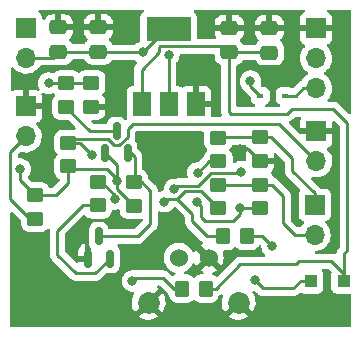
<source format=gbl>
G04 #@! TF.GenerationSoftware,KiCad,Pcbnew,6.0.4-6f826c9f35~116~ubuntu20.04.1*
G04 #@! TF.CreationDate,2022-03-23T14:40:52-04:00*
G04 #@! TF.ProjectId,ESP32 Sensing,45535033-3220-4536-956e-73696e672e6b,rev?*
G04 #@! TF.SameCoordinates,Original*
G04 #@! TF.FileFunction,Copper,L2,Bot*
G04 #@! TF.FilePolarity,Positive*
%FSLAX46Y46*%
G04 Gerber Fmt 4.6, Leading zero omitted, Abs format (unit mm)*
G04 Created by KiCad (PCBNEW 6.0.4-6f826c9f35~116~ubuntu20.04.1) date 2022-03-23 14:40:52*
%MOMM*%
%LPD*%
G01*
G04 APERTURE LIST*
G04 Aperture macros list*
%AMRoundRect*
0 Rectangle with rounded corners*
0 $1 Rounding radius*
0 $2 $3 $4 $5 $6 $7 $8 $9 X,Y pos of 4 corners*
0 Add a 4 corners polygon primitive as box body*
4,1,4,$2,$3,$4,$5,$6,$7,$8,$9,$2,$3,0*
0 Add four circle primitives for the rounded corners*
1,1,$1+$1,$2,$3*
1,1,$1+$1,$4,$5*
1,1,$1+$1,$6,$7*
1,1,$1+$1,$8,$9*
0 Add four rect primitives between the rounded corners*
20,1,$1+$1,$2,$3,$4,$5,0*
20,1,$1+$1,$4,$5,$6,$7,0*
20,1,$1+$1,$6,$7,$8,$9,0*
20,1,$1+$1,$8,$9,$2,$3,0*%
G04 Aperture macros list end*
G04 #@! TA.AperFunction,ComponentPad*
%ADD10R,1.700000X1.700000*%
G04 #@! TD*
G04 #@! TA.AperFunction,ComponentPad*
%ADD11O,1.700000X1.700000*%
G04 #@! TD*
G04 #@! TA.AperFunction,ComponentPad*
%ADD12C,1.524000*%
G04 #@! TD*
G04 #@! TA.AperFunction,ComponentPad*
%ADD13C,1.850000*%
G04 #@! TD*
G04 #@! TA.AperFunction,SMDPad,CuDef*
%ADD14RoundRect,0.250000X0.350000X0.450000X-0.350000X0.450000X-0.350000X-0.450000X0.350000X-0.450000X0*%
G04 #@! TD*
G04 #@! TA.AperFunction,SMDPad,CuDef*
%ADD15RoundRect,0.250000X-0.450000X0.350000X-0.450000X-0.350000X0.450000X-0.350000X0.450000X0.350000X0*%
G04 #@! TD*
G04 #@! TA.AperFunction,SMDPad,CuDef*
%ADD16RoundRect,0.250000X0.450000X-0.350000X0.450000X0.350000X-0.450000X0.350000X-0.450000X-0.350000X0*%
G04 #@! TD*
G04 #@! TA.AperFunction,SMDPad,CuDef*
%ADD17RoundRect,0.150000X0.150000X-0.587500X0.150000X0.587500X-0.150000X0.587500X-0.150000X-0.587500X0*%
G04 #@! TD*
G04 #@! TA.AperFunction,SMDPad,CuDef*
%ADD18RoundRect,0.250000X-0.350000X-0.450000X0.350000X-0.450000X0.350000X0.450000X-0.350000X0.450000X0*%
G04 #@! TD*
G04 #@! TA.AperFunction,SMDPad,CuDef*
%ADD19RoundRect,0.250000X0.475000X-0.337500X0.475000X0.337500X-0.475000X0.337500X-0.475000X-0.337500X0*%
G04 #@! TD*
G04 #@! TA.AperFunction,SMDPad,CuDef*
%ADD20R,1.100000X1.100000*%
G04 #@! TD*
G04 #@! TA.AperFunction,SMDPad,CuDef*
%ADD21R,0.600000X0.450000*%
G04 #@! TD*
G04 #@! TA.AperFunction,SMDPad,CuDef*
%ADD22R,1.500000X2.000000*%
G04 #@! TD*
G04 #@! TA.AperFunction,SMDPad,CuDef*
%ADD23R,3.800000X2.000000*%
G04 #@! TD*
G04 #@! TA.AperFunction,ViaPad*
%ADD24C,0.800000*%
G04 #@! TD*
G04 #@! TA.AperFunction,Conductor*
%ADD25C,0.250000*%
G04 #@! TD*
G04 APERTURE END LIST*
D10*
X119239515Y-104601318D03*
D11*
X119239515Y-107141318D03*
D10*
X143700520Y-112925392D03*
D11*
X143700520Y-115465392D03*
D10*
X143817774Y-97982584D03*
D11*
X143817774Y-100522584D03*
X143817774Y-103062584D03*
D10*
X119276904Y-97925948D03*
D11*
X119276904Y-100465948D03*
D10*
X143852139Y-106714365D03*
D11*
X143852139Y-109254365D03*
D12*
X132190868Y-117404053D03*
X134730868Y-117404053D03*
D13*
X129650868Y-121214053D03*
X137270868Y-121214053D03*
D14*
X134475745Y-120019834D03*
X132475745Y-120019834D03*
D15*
X135522187Y-111211093D03*
X135522187Y-113211093D03*
D16*
X124784101Y-104625595D03*
X124784101Y-102625595D03*
D15*
X122686912Y-102645379D03*
X122686912Y-104645379D03*
D17*
X127891067Y-108578172D03*
X125991067Y-108578172D03*
X126941067Y-106703172D03*
D15*
X139065471Y-107220000D03*
X139065471Y-109220000D03*
D18*
X135949738Y-115573251D03*
X137949738Y-115573251D03*
D19*
X125386298Y-99955049D03*
X125386298Y-97880049D03*
D17*
X126378478Y-117481927D03*
X124478478Y-117481927D03*
X125428478Y-115606927D03*
D15*
X135545928Y-107246218D03*
X135545928Y-109246218D03*
D19*
X136473027Y-100005903D03*
X136473027Y-97930903D03*
D15*
X139059710Y-111211093D03*
X139059710Y-113211093D03*
D20*
X146180000Y-119380000D03*
X143380000Y-119380000D03*
D15*
X125338878Y-110982015D03*
X125338878Y-112982015D03*
X120059481Y-112114588D03*
X120059481Y-114114588D03*
D21*
X141206564Y-103692696D03*
X139106564Y-103692696D03*
D16*
X128393918Y-113022749D03*
X128393918Y-111022749D03*
D22*
X133651971Y-104369973D03*
X131351971Y-104369973D03*
D23*
X131351971Y-98069973D03*
D22*
X129051971Y-104369973D03*
D16*
X122864644Y-109677474D03*
X122864644Y-107677474D03*
D19*
X139878179Y-100038106D03*
X139878179Y-97963106D03*
X122012752Y-99978791D03*
X122012752Y-97903791D03*
D24*
X127664031Y-97658128D03*
X123245972Y-116692669D03*
X133632505Y-101362753D03*
X126929513Y-101505402D03*
X121070824Y-105819723D03*
X120565411Y-108473077D03*
X130810000Y-109220000D03*
X137348064Y-108208835D03*
X138274567Y-102460801D03*
X130993653Y-112662912D03*
X131363017Y-100228641D03*
X129135862Y-100027345D03*
X126974436Y-110876018D03*
X118765049Y-109888189D03*
X121184527Y-102629034D03*
X137477408Y-110125483D03*
X126763166Y-112420435D03*
X131833547Y-111617066D03*
X133820489Y-110219552D03*
X133759271Y-112686258D03*
X137369467Y-113194189D03*
X140105480Y-116434520D03*
X124880824Y-108703219D03*
X138634676Y-119293820D03*
X128270000Y-119380000D03*
D25*
X138054306Y-108208835D02*
X139065471Y-109220000D01*
X137348064Y-108208835D02*
X138054306Y-108208835D01*
X138274567Y-102460801D02*
X138274567Y-102860699D01*
X138274567Y-102860699D02*
X139106564Y-103692696D01*
X135522187Y-113211093D02*
X134089033Y-111777939D01*
X125386298Y-99955049D02*
X125362556Y-99978791D01*
X122012752Y-99978791D02*
X121525595Y-100465948D01*
X122827125Y-109714993D02*
X122827125Y-111059571D01*
X121772108Y-112114588D02*
X120059481Y-112114588D01*
X129135862Y-100027345D02*
X131093234Y-98069973D01*
X118765049Y-109888189D02*
X118765049Y-110820156D01*
X126129469Y-109903855D02*
X123091025Y-109903855D01*
X125386298Y-99955049D02*
X125458594Y-100027345D01*
X130993653Y-112662912D02*
X131261353Y-112395212D01*
X131363017Y-100228641D02*
X131351971Y-100239687D01*
X123091025Y-109903855D02*
X122864644Y-109677474D01*
X133350000Y-114300000D02*
X134623251Y-115573251D01*
X121525595Y-100465948D02*
X119276904Y-100465948D01*
X128393918Y-113022749D02*
X126974436Y-111603267D01*
X126974436Y-110876018D02*
X126974436Y-110748822D01*
X125501540Y-100070291D02*
X125386298Y-99955049D01*
X131261353Y-112395212D02*
X132080000Y-112395212D01*
X131093234Y-98069973D02*
X131351971Y-98069973D01*
X122864644Y-109677474D02*
X122827125Y-109714993D01*
X125458594Y-100027345D02*
X129135862Y-100027345D01*
X126974436Y-110748822D02*
X126129469Y-109903855D01*
X122827125Y-111059571D02*
X121772108Y-112114588D01*
X126974436Y-111603267D02*
X126974436Y-110876018D01*
X133350000Y-113665212D02*
X133350000Y-114300000D01*
X132080000Y-112395212D02*
X133350000Y-113665212D01*
X134089033Y-111777939D02*
X132697273Y-111777939D01*
X132697273Y-111777939D02*
X132080000Y-112395212D01*
X125362556Y-99978791D02*
X122012752Y-99978791D01*
X118765049Y-110820156D02*
X120059481Y-112114588D01*
X134623251Y-115573251D02*
X135949738Y-115573251D01*
X126974436Y-109561541D02*
X125991067Y-108578172D01*
X131351971Y-100239687D02*
X131351971Y-104369973D01*
X126974436Y-110876018D02*
X126974436Y-109561541D01*
X135545928Y-107246218D02*
X135572146Y-107220000D01*
X141804639Y-109008418D02*
X141804639Y-110054932D01*
X139065471Y-107220000D02*
X140016221Y-107220000D01*
X140016221Y-107220000D02*
X141804639Y-109008418D01*
X141804639Y-110054932D02*
X143700520Y-111950813D01*
X135572146Y-107220000D02*
X139065471Y-107220000D01*
X143700520Y-111950813D02*
X143700520Y-112925392D01*
X128393918Y-111022749D02*
X129068733Y-111022749D01*
X128473302Y-110943365D02*
X128393918Y-111022749D01*
X127891067Y-108578172D02*
X128172517Y-108578172D01*
X129068733Y-111022749D02*
X129802684Y-111756700D01*
X129802684Y-111756700D02*
X129802684Y-114545645D01*
X128172517Y-108578172D02*
X128473302Y-108878957D01*
X128741402Y-115606927D02*
X125428478Y-115606927D01*
X128473302Y-108878957D02*
X128473302Y-110943365D01*
X129802684Y-114545645D02*
X128741402Y-115606927D01*
X126941067Y-106703172D02*
X124677322Y-106703172D01*
X124677322Y-106703172D02*
X122686912Y-104712762D01*
X122686912Y-104712762D02*
X122686912Y-104645379D01*
X122686912Y-102645379D02*
X121200872Y-102645379D01*
X124764317Y-102645379D02*
X124784101Y-102625595D01*
X122686912Y-102645379D02*
X124764317Y-102645379D01*
X121200872Y-102645379D02*
X121184527Y-102629034D01*
X134901235Y-110219552D02*
X133792368Y-111328419D01*
X132122194Y-111328419D02*
X131833547Y-111617066D01*
X137383339Y-110219552D02*
X135231519Y-110219552D01*
X137477408Y-110125483D02*
X137383339Y-110219552D01*
X126763166Y-112118406D02*
X126763166Y-112420435D01*
X133792368Y-111328419D02*
X132122194Y-111328419D01*
X135231519Y-110219552D02*
X134901235Y-110219552D01*
X125626775Y-110982015D02*
X126763166Y-112118406D01*
X125338878Y-110982015D02*
X125626775Y-110982015D01*
X134096476Y-113023463D02*
X134096476Y-113998439D01*
X136788175Y-114299999D02*
X137369467Y-113718707D01*
X133759271Y-112686258D02*
X134096476Y-113023463D01*
X134793823Y-109246218D02*
X135545928Y-109246218D01*
X134398036Y-114299999D02*
X136788175Y-114299999D01*
X133820489Y-110219552D02*
X134793823Y-109246218D01*
X137369467Y-113718707D02*
X137369467Y-113194189D01*
X139042806Y-113194189D02*
X139059710Y-113211093D01*
X137369467Y-113194189D02*
X139042806Y-113194189D01*
X134096476Y-113998439D02*
X134398036Y-114299999D01*
X139244211Y-115573251D02*
X137949738Y-115573251D01*
X140105480Y-116434520D02*
X139244211Y-115573251D01*
X141037899Y-114499436D02*
X141037899Y-112163730D01*
X142003855Y-115465392D02*
X141037899Y-114499436D01*
X141037899Y-112163730D02*
X140085262Y-111211093D01*
X143700520Y-115465392D02*
X142003855Y-115465392D01*
X140085262Y-111211093D02*
X139059710Y-111211093D01*
X135522187Y-111211093D02*
X139059710Y-111211093D01*
X126695367Y-107866044D02*
X126695367Y-107880964D01*
X126695367Y-107880964D02*
X127179699Y-107880964D01*
X123173976Y-107368142D02*
X126197465Y-107368142D01*
X127179699Y-107880964D02*
X127863462Y-107197201D01*
X140541566Y-106114576D02*
X140712350Y-106114576D01*
X128290813Y-106086086D02*
X140513076Y-106086086D01*
X140712350Y-106114576D02*
X143852139Y-109254365D01*
X124880824Y-108703219D02*
X123860716Y-107683111D01*
X127863462Y-106513437D02*
X128290813Y-106086086D01*
X122870281Y-107683111D02*
X122864644Y-107677474D01*
X123860716Y-107683111D02*
X122870281Y-107683111D01*
X127863462Y-107197201D02*
X127863462Y-106513437D01*
X126197465Y-107368142D02*
X126695367Y-107866044D01*
X122864644Y-107677474D02*
X123173976Y-107368142D01*
X140513076Y-106086086D02*
X140541566Y-106114576D01*
X117920891Y-108459942D02*
X117920891Y-112434420D01*
X119239515Y-107141318D02*
X117920891Y-108459942D01*
X117920891Y-112434420D02*
X119601059Y-114114588D01*
X119601059Y-114114588D02*
X120059481Y-114114588D01*
X121920000Y-117152654D02*
X123498239Y-118730893D01*
X124066522Y-112964603D02*
X121920000Y-115111125D01*
X121920000Y-115111125D02*
X121920000Y-117152654D01*
X125129512Y-118730893D02*
X126378478Y-117481927D01*
X125321466Y-112964603D02*
X124066522Y-112964603D01*
X123498239Y-118730893D02*
X125129512Y-118730893D01*
X125338878Y-112982015D02*
X125321466Y-112964603D01*
X146180000Y-119380000D02*
X146180000Y-117100697D01*
X129051971Y-101495365D02*
X129051971Y-104369973D01*
X137405401Y-117974819D02*
X135360386Y-120019834D01*
X145288442Y-104828142D02*
X141798335Y-104828142D01*
X130532839Y-99558579D02*
X130532839Y-100014497D01*
X141798335Y-104828142D02*
X141366452Y-105260025D01*
X135360386Y-120019834D02*
X134475745Y-120019834D01*
X139878179Y-100038106D02*
X139845976Y-100005903D01*
X130587277Y-99504141D02*
X130532839Y-99558579D01*
X145129976Y-117704459D02*
X142368440Y-117704459D01*
X136473027Y-100005903D02*
X135971265Y-99504141D01*
X139845976Y-100005903D02*
X136473027Y-100005903D01*
X135971265Y-99504141D02*
X130587277Y-99504141D01*
X142098080Y-117974819D02*
X137405401Y-117974819D01*
X136448614Y-100030316D02*
X136473027Y-100005903D01*
X130532839Y-100014497D02*
X129051971Y-101495365D01*
X136623883Y-105260025D02*
X136448614Y-105084756D01*
X146487516Y-116793181D02*
X146487516Y-106027216D01*
X146180000Y-117100697D02*
X146487516Y-116793181D01*
X136448614Y-105084756D02*
X136448614Y-100030316D01*
X146180000Y-119380000D02*
X146180000Y-118754483D01*
X146180000Y-118754483D02*
X145129976Y-117704459D01*
X141366452Y-105260025D02*
X136623883Y-105260025D01*
X142368440Y-117704459D02*
X142098080Y-117974819D01*
X146487516Y-106027216D02*
X145288442Y-104828142D01*
X139355856Y-120015000D02*
X141882977Y-120015000D01*
X141882977Y-120015000D02*
X142517977Y-119380000D01*
X138634676Y-119293820D02*
X139355856Y-120015000D01*
X142517977Y-119380000D02*
X143380000Y-119380000D01*
X141206564Y-103692696D02*
X142125327Y-103692696D01*
X142755439Y-103062584D02*
X143817774Y-103062584D01*
X142125327Y-103692696D02*
X142755439Y-103062584D01*
X132475745Y-120019834D02*
X131783776Y-120019834D01*
X128535806Y-119114194D02*
X128270000Y-119380000D01*
X130878136Y-119114194D02*
X128535806Y-119114194D01*
X131783776Y-120019834D02*
X130878136Y-119114194D01*
G04 #@! TA.AperFunction,Conductor*
G36*
X131931318Y-113143693D02*
G01*
X131942524Y-113153640D01*
X132679595Y-113890711D01*
X132713621Y-113953023D01*
X132716500Y-113979806D01*
X132716500Y-114221233D01*
X132715973Y-114232416D01*
X132714298Y-114239909D01*
X132714547Y-114247835D01*
X132714547Y-114247836D01*
X132716438Y-114307986D01*
X132716500Y-114311945D01*
X132716500Y-114339856D01*
X132716997Y-114343790D01*
X132716997Y-114343791D01*
X132717005Y-114343856D01*
X132717938Y-114355693D01*
X132719327Y-114399889D01*
X132724978Y-114419339D01*
X132728987Y-114438700D01*
X132729069Y-114439345D01*
X132731526Y-114458797D01*
X132734445Y-114466168D01*
X132734445Y-114466170D01*
X132747804Y-114499912D01*
X132751649Y-114511142D01*
X132751818Y-114511722D01*
X132763982Y-114553593D01*
X132768015Y-114560412D01*
X132768017Y-114560417D01*
X132774293Y-114571028D01*
X132782988Y-114588776D01*
X132790448Y-114607617D01*
X132795110Y-114614033D01*
X132795110Y-114614034D01*
X132816436Y-114643387D01*
X132822952Y-114653307D01*
X132845458Y-114691362D01*
X132859779Y-114705683D01*
X132872619Y-114720716D01*
X132884528Y-114737107D01*
X132912023Y-114759853D01*
X132918605Y-114765298D01*
X132927384Y-114773288D01*
X134119599Y-115965504D01*
X134127139Y-115973790D01*
X134131251Y-115980269D01*
X134137028Y-115985694D01*
X134180902Y-116026894D01*
X134183744Y-116029649D01*
X134203481Y-116049386D01*
X134206618Y-116051820D01*
X134207152Y-116052290D01*
X134245023Y-116112342D01*
X134244416Y-116183336D01*
X134205523Y-116242732D01*
X134177078Y-116261000D01*
X134098427Y-116297676D01*
X134088936Y-116303156D01*
X134045103Y-116333847D01*
X134036728Y-116344324D01*
X134043796Y-116357771D01*
X135777871Y-118091846D01*
X135789645Y-118098276D01*
X135801661Y-118088979D01*
X135831765Y-118045985D01*
X135837245Y-118036494D01*
X135926513Y-117845060D01*
X135930259Y-117834768D01*
X135984927Y-117630744D01*
X135986830Y-117619949D01*
X136005240Y-117409528D01*
X136005240Y-117398578D01*
X135986830Y-117188157D01*
X135984927Y-117177362D01*
X135930259Y-116973338D01*
X135926511Y-116963042D01*
X135925561Y-116961004D01*
X135925412Y-116960020D01*
X135924630Y-116957873D01*
X135925061Y-116957716D01*
X135914898Y-116890813D01*
X135943876Y-116825999D01*
X136003294Y-116787141D01*
X136039754Y-116781751D01*
X136350138Y-116781751D01*
X136353384Y-116781414D01*
X136353388Y-116781414D01*
X136449046Y-116771489D01*
X136449050Y-116771488D01*
X136455904Y-116770777D01*
X136462440Y-116768596D01*
X136462442Y-116768596D01*
X136611458Y-116718880D01*
X136623684Y-116714801D01*
X136774086Y-116621729D01*
X136860522Y-116535142D01*
X136922804Y-116501063D01*
X136993624Y-116506066D01*
X137038713Y-116534987D01*
X137084180Y-116580375D01*
X137126435Y-116622556D01*
X137132665Y-116626396D01*
X137132666Y-116626397D01*
X137269828Y-116710945D01*
X137277000Y-116715366D01*
X137328016Y-116732287D01*
X137438349Y-116768883D01*
X137438351Y-116768883D01*
X137444877Y-116771048D01*
X137451713Y-116771748D01*
X137451716Y-116771749D01*
X137487879Y-116775454D01*
X137549338Y-116781751D01*
X138350138Y-116781751D01*
X138353384Y-116781414D01*
X138353388Y-116781414D01*
X138449046Y-116771489D01*
X138449050Y-116771488D01*
X138455904Y-116770777D01*
X138462440Y-116768596D01*
X138462442Y-116768596D01*
X138611458Y-116718880D01*
X138623684Y-116714801D01*
X138774086Y-116621729D01*
X138899043Y-116496554D01*
X138907815Y-116482323D01*
X138957478Y-116401756D01*
X139010251Y-116354262D01*
X139080322Y-116342840D01*
X139145446Y-116371114D01*
X139153833Y-116378777D01*
X139158358Y-116383302D01*
X139192384Y-116445614D01*
X139194572Y-116459223D01*
X139197000Y-116482323D01*
X139211196Y-116617385D01*
X139211938Y-116624448D01*
X139270953Y-116806076D01*
X139274256Y-116811798D01*
X139274257Y-116811799D01*
X139285020Y-116830441D01*
X139366440Y-116971464D01*
X139370858Y-116976371D01*
X139370859Y-116976372D01*
X139485110Y-117103260D01*
X139494227Y-117113386D01*
X139499573Y-117117270D01*
X139504474Y-117121683D01*
X139541713Y-117182130D01*
X139540361Y-117253114D01*
X139500847Y-117312098D01*
X139435716Y-117340355D01*
X139420163Y-117341319D01*
X137484168Y-117341319D01*
X137472985Y-117340792D01*
X137465492Y-117339117D01*
X137457566Y-117339366D01*
X137457565Y-117339366D01*
X137397402Y-117341257D01*
X137393444Y-117341319D01*
X137365545Y-117341319D01*
X137361555Y-117341823D01*
X137349721Y-117342755D01*
X137305512Y-117344145D01*
X137297898Y-117346357D01*
X137297893Y-117346358D01*
X137286060Y-117349796D01*
X137266697Y-117353807D01*
X137246604Y-117356345D01*
X137239237Y-117359262D01*
X137239232Y-117359263D01*
X137205493Y-117372621D01*
X137194266Y-117376465D01*
X137151808Y-117388801D01*
X137144982Y-117392838D01*
X137134373Y-117399112D01*
X137116625Y-117407807D01*
X137097784Y-117415267D01*
X137091368Y-117419929D01*
X137091367Y-117419929D01*
X137062014Y-117441255D01*
X137052094Y-117447771D01*
X137020866Y-117466239D01*
X137020863Y-117466241D01*
X137014039Y-117470277D01*
X136999718Y-117484598D01*
X136984685Y-117497438D01*
X136968294Y-117509347D01*
X136963243Y-117515453D01*
X136940103Y-117543424D01*
X136932113Y-117552203D01*
X135495529Y-118988787D01*
X135433217Y-119022813D01*
X135362402Y-119017748D01*
X135317416Y-118988865D01*
X135304228Y-118975700D01*
X135299048Y-118970529D01*
X135270890Y-118953172D01*
X135154713Y-118881559D01*
X135154711Y-118881558D01*
X135148483Y-118877719D01*
X135096192Y-118860375D01*
X135037832Y-118819945D01*
X135010594Y-118754381D01*
X135023127Y-118684500D01*
X135071451Y-118632487D01*
X135103247Y-118619075D01*
X135161583Y-118603444D01*
X135171875Y-118599698D01*
X135363313Y-118510429D01*
X135372799Y-118504951D01*
X135416632Y-118474260D01*
X135425007Y-118463782D01*
X135417939Y-118450334D01*
X134743680Y-117776075D01*
X134729736Y-117768461D01*
X134727903Y-117768592D01*
X134721288Y-117772843D01*
X134043075Y-118451056D01*
X134036645Y-118462830D01*
X134045942Y-118474846D01*
X134088937Y-118504951D01*
X134098423Y-118510429D01*
X134228616Y-118571139D01*
X134281901Y-118618057D01*
X134301362Y-118686334D01*
X134280820Y-118754294D01*
X134226797Y-118800359D01*
X134175366Y-118811334D01*
X134075345Y-118811334D01*
X134072099Y-118811671D01*
X134072095Y-118811671D01*
X133976437Y-118821596D01*
X133976433Y-118821597D01*
X133969579Y-118822308D01*
X133963043Y-118824489D01*
X133963041Y-118824489D01*
X133890251Y-118848774D01*
X133801799Y-118878284D01*
X133651397Y-118971356D01*
X133633919Y-118988865D01*
X133564961Y-119057943D01*
X133502679Y-119092022D01*
X133431859Y-119087019D01*
X133386770Y-119058098D01*
X133304228Y-118975700D01*
X133299048Y-118970529D01*
X133270890Y-118953172D01*
X133154713Y-118881559D01*
X133154711Y-118881558D01*
X133148483Y-118877719D01*
X133043977Y-118843056D01*
X132987134Y-118824202D01*
X132987132Y-118824202D01*
X132980606Y-118822037D01*
X132973770Y-118821337D01*
X132973767Y-118821336D01*
X132929796Y-118816831D01*
X132876145Y-118811334D01*
X132747553Y-118811334D01*
X132679432Y-118791332D01*
X132632939Y-118737676D01*
X132622835Y-118667402D01*
X132652329Y-118602822D01*
X132694303Y-118571139D01*
X132823558Y-118510867D01*
X132823563Y-118510864D01*
X132828545Y-118508541D01*
X132964249Y-118413520D01*
X133006138Y-118384189D01*
X133006141Y-118384187D01*
X133010649Y-118381030D01*
X133167845Y-118223834D01*
X133198934Y-118179435D01*
X133292199Y-118046238D01*
X133292200Y-118046236D01*
X133295356Y-118041729D01*
X133297679Y-118036747D01*
X133297682Y-118036742D01*
X133346949Y-117931088D01*
X133393867Y-117877803D01*
X133462144Y-117858342D01*
X133530104Y-117878884D01*
X133575339Y-117931088D01*
X133624491Y-118036494D01*
X133629971Y-118045985D01*
X133660662Y-118089818D01*
X133671139Y-118098193D01*
X133684586Y-118091125D01*
X134358846Y-117416865D01*
X134366460Y-117402921D01*
X134366329Y-117401088D01*
X134362078Y-117394473D01*
X133683865Y-116716260D01*
X133672091Y-116709830D01*
X133660075Y-116719127D01*
X133629971Y-116762121D01*
X133624491Y-116771612D01*
X133575339Y-116877018D01*
X133528421Y-116930303D01*
X133460144Y-116949764D01*
X133392184Y-116929222D01*
X133346949Y-116877018D01*
X133297682Y-116771364D01*
X133297679Y-116771359D01*
X133295356Y-116766377D01*
X133266647Y-116725376D01*
X133171004Y-116588783D01*
X133171002Y-116588780D01*
X133167845Y-116584272D01*
X133010649Y-116427076D01*
X133006141Y-116423919D01*
X133006138Y-116423917D01*
X132923906Y-116366338D01*
X132828545Y-116299565D01*
X132823563Y-116297242D01*
X132823558Y-116297239D01*
X132632046Y-116207936D01*
X132632045Y-116207935D01*
X132627064Y-116205613D01*
X132621756Y-116204191D01*
X132621754Y-116204190D01*
X132541306Y-116182634D01*
X132412331Y-116148075D01*
X132190868Y-116128700D01*
X131969405Y-116148075D01*
X131840430Y-116182634D01*
X131759982Y-116204190D01*
X131759980Y-116204191D01*
X131754672Y-116205613D01*
X131749691Y-116207935D01*
X131749690Y-116207936D01*
X131558179Y-116297239D01*
X131558174Y-116297242D01*
X131553192Y-116299565D01*
X131548685Y-116302721D01*
X131548683Y-116302722D01*
X131375598Y-116423917D01*
X131375595Y-116423919D01*
X131371087Y-116427076D01*
X131213891Y-116584272D01*
X131210734Y-116588780D01*
X131210732Y-116588783D01*
X131115089Y-116725376D01*
X131086380Y-116766377D01*
X131084057Y-116771359D01*
X131084054Y-116771364D01*
X130994751Y-116962875D01*
X130992428Y-116967857D01*
X130934890Y-117182590D01*
X130915515Y-117404053D01*
X130934890Y-117625516D01*
X130992428Y-117840249D01*
X130994750Y-117845230D01*
X130994751Y-117845231D01*
X131084054Y-118036742D01*
X131084057Y-118036747D01*
X131086380Y-118041729D01*
X131089536Y-118046236D01*
X131089537Y-118046238D01*
X131182803Y-118179435D01*
X131213891Y-118223834D01*
X131360893Y-118370836D01*
X131384201Y-118413520D01*
X131426390Y-118421315D01*
X131441787Y-118430536D01*
X131548677Y-118505381D01*
X131548682Y-118505384D01*
X131553191Y-118508541D01*
X131558173Y-118510864D01*
X131558178Y-118510867D01*
X131736201Y-118593880D01*
X131754672Y-118602493D01*
X131759980Y-118603915D01*
X131759982Y-118603916D01*
X131787159Y-118611198D01*
X131834228Y-118623810D01*
X131894851Y-118660762D01*
X131925872Y-118724622D01*
X131917444Y-118795117D01*
X131872241Y-118849864D01*
X131841493Y-118865041D01*
X131801799Y-118878284D01*
X131723765Y-118926573D01*
X131655317Y-118945410D01*
X131587547Y-118924249D01*
X131568370Y-118908523D01*
X131381788Y-118721941D01*
X131374248Y-118713655D01*
X131370136Y-118707176D01*
X131320484Y-118660550D01*
X131317643Y-118657796D01*
X131297906Y-118638059D01*
X131294709Y-118635579D01*
X131285701Y-118627887D01*
X131283270Y-118625604D01*
X131256390Y-118579863D01*
X131208267Y-118568528D01*
X131203177Y-118564580D01*
X131195907Y-118561434D01*
X131195902Y-118561431D01*
X131162599Y-118547020D01*
X131151949Y-118541803D01*
X131113196Y-118520499D01*
X131102899Y-118517855D01*
X131093574Y-118515461D01*
X131074870Y-118509057D01*
X131063556Y-118504161D01*
X131063555Y-118504161D01*
X131056281Y-118501013D01*
X131048458Y-118499774D01*
X131048448Y-118499771D01*
X131012612Y-118494095D01*
X131000992Y-118491689D01*
X130965847Y-118482666D01*
X130965846Y-118482666D01*
X130958166Y-118480694D01*
X130937912Y-118480694D01*
X130918201Y-118479143D01*
X130915670Y-118478742D01*
X130898193Y-118475974D01*
X130890301Y-118476720D01*
X130854175Y-118480135D01*
X130842317Y-118480694D01*
X128614569Y-118480694D01*
X128603385Y-118480167D01*
X128595897Y-118478493D01*
X128587974Y-118478742D01*
X128527839Y-118480632D01*
X128523881Y-118480694D01*
X128495950Y-118480694D01*
X128492035Y-118481189D01*
X128492031Y-118481189D01*
X128491973Y-118481197D01*
X128491944Y-118481200D01*
X128480102Y-118482133D01*
X128439068Y-118483422D01*
X128408917Y-118480731D01*
X128392370Y-118477214D01*
X128371944Y-118472872D01*
X128371940Y-118472872D01*
X128365487Y-118471500D01*
X128174513Y-118471500D01*
X128168061Y-118472872D01*
X128168056Y-118472872D01*
X128081113Y-118491353D01*
X127987712Y-118511206D01*
X127981682Y-118513891D01*
X127981681Y-118513891D01*
X127819278Y-118586197D01*
X127819276Y-118586198D01*
X127813248Y-118588882D01*
X127807907Y-118592762D01*
X127807906Y-118592763D01*
X127782533Y-118611198D01*
X127658747Y-118701134D01*
X127654326Y-118706044D01*
X127654325Y-118706045D01*
X127549642Y-118822308D01*
X127530960Y-118843056D01*
X127435473Y-119008444D01*
X127376458Y-119190072D01*
X127375768Y-119196633D01*
X127375768Y-119196635D01*
X127364080Y-119307842D01*
X127356496Y-119380000D01*
X127376458Y-119569928D01*
X127435473Y-119751556D01*
X127438776Y-119757278D01*
X127438777Y-119757279D01*
X127452142Y-119780428D01*
X127530960Y-119916944D01*
X127535378Y-119921851D01*
X127535379Y-119921852D01*
X127649011Y-120048053D01*
X127658747Y-120058866D01*
X127813248Y-120171118D01*
X127819276Y-120173802D01*
X127819278Y-120173803D01*
X127981681Y-120246109D01*
X127987712Y-120248794D01*
X128081112Y-120268647D01*
X128168056Y-120287128D01*
X128168061Y-120287128D01*
X128174513Y-120288500D01*
X128309010Y-120288500D01*
X128377131Y-120308502D01*
X128423624Y-120362158D01*
X128433728Y-120432432D01*
X128413098Y-120485505D01*
X128403526Y-120499536D01*
X128398436Y-120508497D01*
X128303574Y-120712860D01*
X128300017Y-120722528D01*
X128239808Y-120939633D01*
X128237877Y-120949752D01*
X128213935Y-121173789D01*
X128213683Y-121184078D01*
X128226654Y-121409013D01*
X128228087Y-121419215D01*
X128277617Y-121638998D01*
X128280700Y-121648838D01*
X128365462Y-121857580D01*
X128370115Y-121866791D01*
X128462785Y-122018013D01*
X128473243Y-122027475D01*
X128482019Y-122023692D01*
X129290526Y-121215185D01*
X130015276Y-121215185D01*
X130015407Y-121217018D01*
X130019658Y-121223633D01*
X130815084Y-122019059D01*
X130827094Y-122025617D01*
X130838834Y-122016649D01*
X130880379Y-121958833D01*
X130885689Y-121949996D01*
X130985510Y-121748025D01*
X130989308Y-121738432D01*
X131054803Y-121522863D01*
X131056980Y-121512793D01*
X131086625Y-121287617D01*
X131087144Y-121280942D01*
X131088697Y-121217417D01*
X131088503Y-121210699D01*
X131069895Y-120984366D01*
X131068210Y-120974186D01*
X131013324Y-120755676D01*
X131010004Y-120745925D01*
X130920164Y-120539304D01*
X130915298Y-120530229D01*
X130838172Y-120411012D01*
X130827486Y-120401808D01*
X130817919Y-120406212D01*
X130022890Y-121201241D01*
X130015276Y-121215185D01*
X129290526Y-121215185D01*
X130457658Y-120048053D01*
X130464679Y-120035196D01*
X130456906Y-120024528D01*
X130450654Y-120019591D01*
X130442069Y-120013886D01*
X130387935Y-119984003D01*
X130337964Y-119933570D01*
X130323192Y-119864127D01*
X130348308Y-119797722D01*
X130405339Y-119755437D01*
X130448828Y-119747694D01*
X130563542Y-119747694D01*
X130631663Y-119767696D01*
X130652637Y-119784599D01*
X131280119Y-120412081D01*
X131287663Y-120420371D01*
X131291776Y-120426852D01*
X131297553Y-120432277D01*
X131330428Y-120463148D01*
X131366394Y-120524361D01*
X131369503Y-120541996D01*
X131377325Y-120617382D01*
X131378219Y-120626000D01*
X131380400Y-120632536D01*
X131380400Y-120632538D01*
X131387051Y-120652474D01*
X131434195Y-120793780D01*
X131527267Y-120944182D01*
X131652442Y-121069139D01*
X131658672Y-121072979D01*
X131658673Y-121072980D01*
X131795835Y-121157528D01*
X131803007Y-121161949D01*
X131838704Y-121173789D01*
X131964356Y-121215466D01*
X131964358Y-121215466D01*
X131970884Y-121217631D01*
X131977720Y-121218331D01*
X131977723Y-121218332D01*
X132020776Y-121222743D01*
X132075345Y-121228334D01*
X132876145Y-121228334D01*
X132879391Y-121227997D01*
X132879395Y-121227997D01*
X132975053Y-121218072D01*
X132975057Y-121218071D01*
X132981911Y-121217360D01*
X132988447Y-121215179D01*
X132988449Y-121215179D01*
X133120551Y-121171106D01*
X133149691Y-121161384D01*
X133300093Y-121068312D01*
X133386529Y-120981725D01*
X133448811Y-120947646D01*
X133519631Y-120952649D01*
X133564721Y-120981570D01*
X133652442Y-121069139D01*
X133658672Y-121072979D01*
X133658673Y-121072980D01*
X133795835Y-121157528D01*
X133803007Y-121161949D01*
X133838704Y-121173789D01*
X133964356Y-121215466D01*
X133964358Y-121215466D01*
X133970884Y-121217631D01*
X133977720Y-121218331D01*
X133977723Y-121218332D01*
X134020776Y-121222743D01*
X134075345Y-121228334D01*
X134876145Y-121228334D01*
X134879391Y-121227997D01*
X134879395Y-121227997D01*
X134975053Y-121218072D01*
X134975057Y-121218071D01*
X134981911Y-121217360D01*
X134988447Y-121215179D01*
X134988449Y-121215179D01*
X135120551Y-121171106D01*
X135149691Y-121161384D01*
X135300093Y-121068312D01*
X135425050Y-120943137D01*
X135517860Y-120792572D01*
X135556717Y-120675421D01*
X135597147Y-120617061D01*
X135614426Y-120606611D01*
X135613978Y-120605853D01*
X135631414Y-120595541D01*
X135649162Y-120586846D01*
X135668003Y-120579386D01*
X135684007Y-120567759D01*
X135703773Y-120553398D01*
X135713693Y-120546882D01*
X135744922Y-120528413D01*
X135750679Y-120525008D01*
X135750682Y-120525007D01*
X135751748Y-120524376D01*
X135751850Y-120524548D01*
X135813995Y-120500145D01*
X135883618Y-120514042D01*
X135934675Y-120563375D01*
X135950956Y-120632479D01*
X135939429Y-120678701D01*
X135923575Y-120712855D01*
X135920017Y-120722528D01*
X135859808Y-120939633D01*
X135857877Y-120949752D01*
X135833935Y-121173789D01*
X135833683Y-121184078D01*
X135846654Y-121409013D01*
X135848087Y-121419215D01*
X135897617Y-121638998D01*
X135900700Y-121648838D01*
X135985462Y-121857580D01*
X135990115Y-121866791D01*
X136082785Y-122018013D01*
X136093243Y-122027475D01*
X136102019Y-122023692D01*
X137181773Y-120943938D01*
X137244085Y-120909912D01*
X137314900Y-120914977D01*
X137359963Y-120943938D01*
X138435084Y-122019059D01*
X138447094Y-122025617D01*
X138458834Y-122016649D01*
X138500379Y-121958833D01*
X138505689Y-121949996D01*
X138605510Y-121748025D01*
X138609308Y-121738432D01*
X138674803Y-121522863D01*
X138676980Y-121512793D01*
X138706625Y-121287617D01*
X138707144Y-121280942D01*
X138708697Y-121217417D01*
X138708503Y-121210699D01*
X138689895Y-120984366D01*
X138688210Y-120974186D01*
X138633324Y-120755676D01*
X138630004Y-120745925D01*
X138540164Y-120539304D01*
X138535298Y-120530229D01*
X138448952Y-120396760D01*
X138428745Y-120328700D01*
X138448541Y-120260519D01*
X138502056Y-120213865D01*
X138554744Y-120202320D01*
X138595082Y-120202320D01*
X138663203Y-120222322D01*
X138684177Y-120239225D01*
X138852199Y-120407247D01*
X138859743Y-120415537D01*
X138863856Y-120422018D01*
X138869633Y-120427443D01*
X138913523Y-120468658D01*
X138916365Y-120471413D01*
X138936087Y-120491135D01*
X138939211Y-120493558D01*
X138939215Y-120493562D01*
X138939280Y-120493612D01*
X138948301Y-120501317D01*
X138980535Y-120531586D01*
X138987483Y-120535405D01*
X138987485Y-120535407D01*
X138998288Y-120541346D01*
X139014815Y-120552202D01*
X139024554Y-120559757D01*
X139024556Y-120559758D01*
X139030816Y-120564614D01*
X139071396Y-120582174D01*
X139082044Y-120587391D01*
X139106832Y-120601018D01*
X139120796Y-120608695D01*
X139128472Y-120610666D01*
X139128475Y-120610667D01*
X139140418Y-120613733D01*
X139159123Y-120620137D01*
X139177711Y-120628181D01*
X139185534Y-120629420D01*
X139185544Y-120629423D01*
X139221380Y-120635099D01*
X139233000Y-120637505D01*
X139264815Y-120645673D01*
X139275826Y-120648500D01*
X139296080Y-120648500D01*
X139315790Y-120650051D01*
X139335799Y-120653220D01*
X139343691Y-120652474D01*
X139362436Y-120650702D01*
X139379818Y-120649059D01*
X139391675Y-120648500D01*
X141804210Y-120648500D01*
X141815393Y-120649027D01*
X141822886Y-120650702D01*
X141830812Y-120650453D01*
X141830813Y-120650453D01*
X141890963Y-120648562D01*
X141894922Y-120648500D01*
X141922833Y-120648500D01*
X141926768Y-120648003D01*
X141926833Y-120647995D01*
X141938670Y-120647062D01*
X141970928Y-120646048D01*
X141974947Y-120645922D01*
X141982866Y-120645673D01*
X142002320Y-120640021D01*
X142021677Y-120636013D01*
X142033907Y-120634468D01*
X142033908Y-120634468D01*
X142041774Y-120633474D01*
X142049145Y-120630555D01*
X142049147Y-120630555D01*
X142082889Y-120617196D01*
X142094119Y-120613351D01*
X142128960Y-120603229D01*
X142128961Y-120603229D01*
X142136570Y-120601018D01*
X142143389Y-120596985D01*
X142143394Y-120596983D01*
X142154005Y-120590707D01*
X142171753Y-120582012D01*
X142190594Y-120574552D01*
X142219711Y-120553398D01*
X142226364Y-120548564D01*
X142236284Y-120542048D01*
X142267512Y-120523580D01*
X142267515Y-120523578D01*
X142274339Y-120519542D01*
X142288660Y-120505221D01*
X142303694Y-120492380D01*
X142305408Y-120491135D01*
X142320084Y-120480472D01*
X142348275Y-120446395D01*
X142356265Y-120437616D01*
X142408860Y-120385021D01*
X142471172Y-120350995D01*
X142541987Y-120356060D01*
X142573519Y-120373289D01*
X142576113Y-120375233D01*
X142576116Y-120375235D01*
X142583295Y-120380615D01*
X142719684Y-120431745D01*
X142781866Y-120438500D01*
X143978134Y-120438500D01*
X144040316Y-120431745D01*
X144176705Y-120380615D01*
X144293261Y-120293261D01*
X144380615Y-120176705D01*
X144431745Y-120040316D01*
X144438500Y-119978134D01*
X144438500Y-118781866D01*
X144431745Y-118719684D01*
X144380615Y-118583295D01*
X144347809Y-118539522D01*
X144322962Y-118473018D01*
X144338014Y-118403636D01*
X144388188Y-118353405D01*
X144448636Y-118337959D01*
X144815382Y-118337959D01*
X144883503Y-118357961D01*
X144904477Y-118374864D01*
X145103895Y-118574282D01*
X145137921Y-118636594D01*
X145132783Y-118707602D01*
X145131031Y-118712277D01*
X145131030Y-118712283D01*
X145128255Y-118719684D01*
X145121500Y-118781866D01*
X145121500Y-119978134D01*
X145128255Y-120040316D01*
X145179385Y-120176705D01*
X145266739Y-120293261D01*
X145383295Y-120380615D01*
X145519684Y-120431745D01*
X145581866Y-120438500D01*
X146685500Y-120438500D01*
X146753621Y-120458502D01*
X146800114Y-120512158D01*
X146811500Y-120564500D01*
X146811500Y-123140633D01*
X146810000Y-123160018D01*
X146806309Y-123183724D01*
X146807065Y-123189508D01*
X146786693Y-123255868D01*
X146732472Y-123301700D01*
X146691127Y-123310165D01*
X146691277Y-123311309D01*
X146691276Y-123311309D01*
X146659714Y-123315436D01*
X146643379Y-123316500D01*
X118131194Y-123316500D01*
X118123037Y-123316236D01*
X118079204Y-123313392D01*
X118079202Y-123313392D01*
X118070245Y-123312811D01*
X118062819Y-123314469D01*
X117994030Y-123299944D01*
X117943523Y-123250048D01*
X117930662Y-123207218D01*
X117930063Y-123207352D01*
X117929556Y-123205082D01*
X117929290Y-123202651D01*
X117928209Y-123199051D01*
X117928106Y-123198587D01*
X117927411Y-123189644D01*
X117927866Y-123189609D01*
X117926526Y-123177348D01*
X117928201Y-122393737D01*
X128836014Y-122393737D01*
X128841295Y-122400791D01*
X129025106Y-122508201D01*
X129034393Y-122512651D01*
X129244873Y-122593025D01*
X129254771Y-122595901D01*
X129475553Y-122640819D01*
X129485781Y-122642038D01*
X129710932Y-122650295D01*
X129721218Y-122649828D01*
X129944699Y-122621199D01*
X129954777Y-122619057D01*
X130170575Y-122554314D01*
X130180173Y-122550552D01*
X130382505Y-122451432D01*
X130391343Y-122446163D01*
X130453889Y-122401550D01*
X130460023Y-122393737D01*
X136456014Y-122393737D01*
X136461295Y-122400791D01*
X136645106Y-122508201D01*
X136654393Y-122512651D01*
X136864873Y-122593025D01*
X136874771Y-122595901D01*
X137095553Y-122640819D01*
X137105781Y-122642038D01*
X137330932Y-122650295D01*
X137341218Y-122649828D01*
X137564699Y-122621199D01*
X137574777Y-122619057D01*
X137790575Y-122554314D01*
X137800173Y-122550552D01*
X138002505Y-122451432D01*
X138011343Y-122446163D01*
X138073889Y-122401550D01*
X138082289Y-122390851D01*
X138075300Y-122377695D01*
X137283680Y-121586075D01*
X137269736Y-121578461D01*
X137267903Y-121578592D01*
X137261288Y-121582843D01*
X136462774Y-122381357D01*
X136456014Y-122393737D01*
X130460023Y-122393737D01*
X130462289Y-122390851D01*
X130455300Y-122377695D01*
X129663680Y-121586075D01*
X129649736Y-121578461D01*
X129647903Y-121578592D01*
X129641288Y-121582843D01*
X128842774Y-122381357D01*
X128836014Y-122393737D01*
X117928201Y-122393737D01*
X117946867Y-113660221D01*
X117967015Y-113592143D01*
X118020770Y-113545765D01*
X118091065Y-113535811D01*
X118155583Y-113565442D01*
X118161962Y-113571395D01*
X118814076Y-114223509D01*
X118848102Y-114285821D01*
X118850981Y-114312604D01*
X118850981Y-114514988D01*
X118851318Y-114518234D01*
X118851318Y-114518238D01*
X118860583Y-114607530D01*
X118861955Y-114620754D01*
X118864136Y-114627290D01*
X118864136Y-114627292D01*
X118873424Y-114655131D01*
X118917931Y-114788534D01*
X119011003Y-114938936D01*
X119136178Y-115063893D01*
X119142408Y-115067733D01*
X119142409Y-115067734D01*
X119279571Y-115152282D01*
X119286743Y-115156703D01*
X119359991Y-115180998D01*
X119448092Y-115210220D01*
X119448094Y-115210220D01*
X119454620Y-115212385D01*
X119461456Y-115213085D01*
X119461459Y-115213086D01*
X119504512Y-115217497D01*
X119559081Y-115223088D01*
X120559881Y-115223088D01*
X120563127Y-115222751D01*
X120563131Y-115222751D01*
X120658789Y-115212826D01*
X120658793Y-115212825D01*
X120665647Y-115212114D01*
X120672183Y-115209933D01*
X120672185Y-115209933D01*
X120819429Y-115160808D01*
X120833427Y-115156138D01*
X120983829Y-115063066D01*
X121023189Y-115023637D01*
X121068864Y-114977883D01*
X121131147Y-114943804D01*
X121201967Y-114948807D01*
X121258840Y-114991304D01*
X121283708Y-115057803D01*
X121282965Y-115075304D01*
X121283269Y-115075314D01*
X121283020Y-115083239D01*
X121281780Y-115091068D01*
X121282526Y-115098960D01*
X121285941Y-115135086D01*
X121286500Y-115146944D01*
X121286500Y-117073887D01*
X121285973Y-117085070D01*
X121284298Y-117092563D01*
X121284547Y-117100489D01*
X121284547Y-117100490D01*
X121286438Y-117160640D01*
X121286500Y-117164599D01*
X121286500Y-117192510D01*
X121286997Y-117196444D01*
X121286997Y-117196445D01*
X121287005Y-117196510D01*
X121287938Y-117208347D01*
X121289327Y-117252543D01*
X121294978Y-117271993D01*
X121298987Y-117291354D01*
X121301526Y-117311451D01*
X121304445Y-117318822D01*
X121304445Y-117318824D01*
X121317804Y-117352566D01*
X121321649Y-117363796D01*
X121330086Y-117392838D01*
X121333982Y-117406247D01*
X121338015Y-117413066D01*
X121338017Y-117413071D01*
X121344293Y-117423682D01*
X121352988Y-117441430D01*
X121360448Y-117460271D01*
X121365110Y-117466687D01*
X121365110Y-117466688D01*
X121386436Y-117496041D01*
X121392952Y-117505961D01*
X121398566Y-117515453D01*
X121415458Y-117544016D01*
X121429779Y-117558337D01*
X121442619Y-117573370D01*
X121454528Y-117589761D01*
X121488605Y-117617952D01*
X121497384Y-117625942D01*
X122994587Y-119123146D01*
X123002127Y-119131432D01*
X123006239Y-119137911D01*
X123012016Y-119143336D01*
X123055890Y-119184536D01*
X123058732Y-119187291D01*
X123078469Y-119207028D01*
X123081666Y-119209508D01*
X123090686Y-119217211D01*
X123122918Y-119247479D01*
X123129864Y-119251298D01*
X123129867Y-119251300D01*
X123140673Y-119257241D01*
X123157192Y-119268092D01*
X123173198Y-119280507D01*
X123180467Y-119283652D01*
X123180471Y-119283655D01*
X123213776Y-119298067D01*
X123224426Y-119303284D01*
X123263179Y-119324588D01*
X123270854Y-119326559D01*
X123270855Y-119326559D01*
X123282801Y-119329626D01*
X123301506Y-119336030D01*
X123320094Y-119344074D01*
X123327917Y-119345313D01*
X123327927Y-119345316D01*
X123363763Y-119350992D01*
X123375383Y-119353398D01*
X123406933Y-119361498D01*
X123418209Y-119364393D01*
X123438463Y-119364393D01*
X123458173Y-119365944D01*
X123478182Y-119369113D01*
X123486074Y-119368367D01*
X123504819Y-119366595D01*
X123522201Y-119364952D01*
X123534058Y-119364393D01*
X125050745Y-119364393D01*
X125061928Y-119364920D01*
X125069421Y-119366595D01*
X125077347Y-119366346D01*
X125077348Y-119366346D01*
X125137498Y-119364455D01*
X125141457Y-119364393D01*
X125169368Y-119364393D01*
X125173303Y-119363896D01*
X125173368Y-119363888D01*
X125185205Y-119362955D01*
X125217463Y-119361941D01*
X125221482Y-119361815D01*
X125229401Y-119361566D01*
X125248855Y-119355914D01*
X125268212Y-119351906D01*
X125280442Y-119350361D01*
X125280443Y-119350361D01*
X125288309Y-119349367D01*
X125295680Y-119346448D01*
X125295682Y-119346448D01*
X125329424Y-119333089D01*
X125340654Y-119329244D01*
X125375495Y-119319122D01*
X125375496Y-119319122D01*
X125383105Y-119316911D01*
X125389924Y-119312878D01*
X125389929Y-119312876D01*
X125400540Y-119306600D01*
X125418288Y-119297905D01*
X125437129Y-119290445D01*
X125472899Y-119264457D01*
X125482819Y-119257941D01*
X125514047Y-119239473D01*
X125514050Y-119239471D01*
X125520874Y-119235435D01*
X125535195Y-119221114D01*
X125550229Y-119208273D01*
X125560206Y-119201024D01*
X125566619Y-119196365D01*
X125594810Y-119162288D01*
X125602800Y-119153509D01*
X125999639Y-118756670D01*
X126061951Y-118722644D01*
X126111709Y-118724357D01*
X126112133Y-118722037D01*
X126118472Y-118723195D01*
X126124647Y-118724989D01*
X126131052Y-118725493D01*
X126131057Y-118725494D01*
X126159520Y-118727734D01*
X126159528Y-118727734D01*
X126161976Y-118727927D01*
X126594980Y-118727927D01*
X126597428Y-118727734D01*
X126597436Y-118727734D01*
X126625899Y-118725494D01*
X126625904Y-118725493D01*
X126632309Y-118724989D01*
X126765362Y-118686334D01*
X126784466Y-118680784D01*
X126784468Y-118680783D01*
X126792079Y-118678572D01*
X126848467Y-118645224D01*
X126928458Y-118597918D01*
X126928461Y-118597916D01*
X126935285Y-118593880D01*
X127052931Y-118476234D01*
X127056967Y-118469410D01*
X127056969Y-118469407D01*
X127133586Y-118339854D01*
X127137623Y-118333028D01*
X127184040Y-118173258D01*
X127186978Y-118135929D01*
X127186978Y-116827925D01*
X127186353Y-116819980D01*
X127184545Y-116797006D01*
X127184544Y-116797001D01*
X127184040Y-116790596D01*
X127151364Y-116678123D01*
X127139835Y-116638439D01*
X127139834Y-116638437D01*
X127137623Y-116630826D01*
X127081036Y-116535142D01*
X127056969Y-116494447D01*
X127056967Y-116494444D01*
X127052931Y-116487620D01*
X127020833Y-116455522D01*
X126986807Y-116393210D01*
X126991872Y-116322395D01*
X127034419Y-116265559D01*
X127100939Y-116240748D01*
X127109928Y-116240427D01*
X128662635Y-116240427D01*
X128673818Y-116240954D01*
X128681311Y-116242629D01*
X128689237Y-116242380D01*
X128689238Y-116242380D01*
X128749388Y-116240489D01*
X128753347Y-116240427D01*
X128781258Y-116240427D01*
X128785193Y-116239930D01*
X128785258Y-116239922D01*
X128797095Y-116238989D01*
X128829353Y-116237975D01*
X128833372Y-116237849D01*
X128841291Y-116237600D01*
X128860745Y-116231948D01*
X128880102Y-116227940D01*
X128892332Y-116226395D01*
X128892333Y-116226395D01*
X128900199Y-116225401D01*
X128907570Y-116222482D01*
X128907572Y-116222482D01*
X128941314Y-116209123D01*
X128952544Y-116205278D01*
X128987385Y-116195156D01*
X128987386Y-116195156D01*
X128994995Y-116192945D01*
X129001814Y-116188912D01*
X129001819Y-116188910D01*
X129012430Y-116182634D01*
X129030178Y-116173939D01*
X129049019Y-116166479D01*
X129084789Y-116140491D01*
X129094709Y-116133975D01*
X129125937Y-116115507D01*
X129125940Y-116115505D01*
X129132764Y-116111469D01*
X129147085Y-116097148D01*
X129162119Y-116084307D01*
X129178509Y-116072399D01*
X129206700Y-116038322D01*
X129214690Y-116029543D01*
X130194931Y-115049302D01*
X130203221Y-115041758D01*
X130209702Y-115037645D01*
X130256343Y-114987977D01*
X130259097Y-114985136D01*
X130278818Y-114965415D01*
X130281296Y-114962220D01*
X130289002Y-114953198D01*
X130301630Y-114939751D01*
X130319270Y-114920966D01*
X130325618Y-114909419D01*
X130329030Y-114903213D01*
X130339883Y-114886690D01*
X130347437Y-114876951D01*
X130352297Y-114870686D01*
X130369860Y-114830102D01*
X130375067Y-114819472D01*
X130396379Y-114780705D01*
X130398350Y-114773028D01*
X130398352Y-114773023D01*
X130401416Y-114761087D01*
X130407822Y-114742375D01*
X130412718Y-114731062D01*
X130415865Y-114723790D01*
X130419737Y-114699348D01*
X130422781Y-114680126D01*
X130425188Y-114668505D01*
X130434212Y-114633356D01*
X130434212Y-114633355D01*
X130436184Y-114625675D01*
X130436184Y-114605414D01*
X130437735Y-114585703D01*
X130438708Y-114579563D01*
X130440903Y-114565702D01*
X130436743Y-114521691D01*
X130436184Y-114509834D01*
X130436184Y-113603211D01*
X130456186Y-113535090D01*
X130509842Y-113488597D01*
X130580116Y-113478493D01*
X130613433Y-113488104D01*
X130711365Y-113531706D01*
X130804766Y-113551559D01*
X130891709Y-113570040D01*
X130891714Y-113570040D01*
X130898166Y-113571412D01*
X131089140Y-113571412D01*
X131095592Y-113570040D01*
X131095597Y-113570040D01*
X131182540Y-113551559D01*
X131275941Y-113531706D01*
X131282210Y-113528915D01*
X131444375Y-113456715D01*
X131444377Y-113456714D01*
X131450405Y-113454030D01*
X131604906Y-113341778D01*
X131732693Y-113199856D01*
X131744311Y-113179733D01*
X131795693Y-113130741D01*
X131865407Y-113117306D01*
X131931318Y-113143693D01*
G37*
G04 #@! TD.AperFunction*
G04 #@! TA.AperFunction,Conductor*
G36*
X127104012Y-113297231D02*
G01*
X127160644Y-113340048D01*
X127185138Y-113406685D01*
X127185418Y-113415076D01*
X127185418Y-113423149D01*
X127185755Y-113426395D01*
X127185755Y-113426399D01*
X127192209Y-113488597D01*
X127196392Y-113528915D01*
X127198573Y-113535451D01*
X127198573Y-113535453D01*
X127220736Y-113601884D01*
X127252368Y-113696695D01*
X127345440Y-113847097D01*
X127470615Y-113972054D01*
X127476845Y-113975894D01*
X127476846Y-113975895D01*
X127586924Y-114043748D01*
X127621180Y-114064864D01*
X127659720Y-114077647D01*
X127782529Y-114118381D01*
X127782531Y-114118381D01*
X127789057Y-114120546D01*
X127795893Y-114121246D01*
X127795896Y-114121247D01*
X127838949Y-114125658D01*
X127893518Y-114131249D01*
X128894318Y-114131249D01*
X128897564Y-114130912D01*
X128897568Y-114130912D01*
X128993231Y-114120986D01*
X129000084Y-114120275D01*
X129006404Y-114118166D01*
X129077126Y-114123333D01*
X129133896Y-114165966D01*
X129158606Y-114232524D01*
X129143408Y-114301875D01*
X129122008Y-114330416D01*
X128515902Y-114936522D01*
X128453590Y-114970548D01*
X128426807Y-114973427D01*
X126345445Y-114973427D01*
X126277324Y-114953425D01*
X126230831Y-114899769D01*
X126224448Y-114882579D01*
X126189836Y-114763441D01*
X126189834Y-114763436D01*
X126187623Y-114755826D01*
X126160863Y-114710578D01*
X126106969Y-114619447D01*
X126106967Y-114619444D01*
X126102931Y-114612620D01*
X125985285Y-114494974D01*
X125978461Y-114490938D01*
X125978458Y-114490936D01*
X125859642Y-114420669D01*
X125842079Y-114410282D01*
X125834468Y-114408071D01*
X125834466Y-114408070D01*
X125779048Y-114391970D01*
X125682309Y-114363865D01*
X125675904Y-114363361D01*
X125675899Y-114363360D01*
X125647436Y-114361120D01*
X125647428Y-114361120D01*
X125644980Y-114360927D01*
X125211976Y-114360927D01*
X125209528Y-114361120D01*
X125209520Y-114361120D01*
X125181057Y-114363360D01*
X125181052Y-114363361D01*
X125174647Y-114363865D01*
X125077908Y-114391970D01*
X125022490Y-114408070D01*
X125022488Y-114408071D01*
X125014877Y-114410282D01*
X124997314Y-114420669D01*
X124878498Y-114490936D01*
X124878495Y-114490938D01*
X124871671Y-114494974D01*
X124754025Y-114612620D01*
X124749989Y-114619444D01*
X124749987Y-114619447D01*
X124696093Y-114710578D01*
X124669333Y-114755826D01*
X124667122Y-114763437D01*
X124667121Y-114763439D01*
X124657956Y-114794987D01*
X124622916Y-114915596D01*
X124622412Y-114922001D01*
X124622411Y-114922006D01*
X124620696Y-114943804D01*
X124619978Y-114952925D01*
X124619978Y-116260929D01*
X124620171Y-116263377D01*
X124620171Y-116263385D01*
X124622249Y-116289779D01*
X124622916Y-116298258D01*
X124645496Y-116375978D01*
X124664411Y-116441085D01*
X124669333Y-116458028D01*
X124673370Y-116464854D01*
X124714931Y-116535130D01*
X124732478Y-116599269D01*
X124732478Y-117609927D01*
X124712476Y-117678048D01*
X124658820Y-117724541D01*
X124606478Y-117735927D01*
X123688594Y-117735927D01*
X123673355Y-117740402D01*
X123666736Y-117748040D01*
X123639451Y-117798010D01*
X123577139Y-117832035D01*
X123506323Y-117826971D01*
X123461262Y-117798012D01*
X122873063Y-117209812D01*
X123670478Y-117209812D01*
X123674953Y-117225051D01*
X123676343Y-117226256D01*
X123684026Y-117227927D01*
X124206363Y-117227927D01*
X124221602Y-117223452D01*
X124222807Y-117222062D01*
X124224478Y-117214379D01*
X124224478Y-116257549D01*
X124220505Y-116244018D01*
X124212607Y-116242883D01*
X124072688Y-116283534D01*
X124058257Y-116289779D01*
X123928800Y-116366338D01*
X123916374Y-116375978D01*
X123810029Y-116482323D01*
X123800389Y-116494749D01*
X123723830Y-116624206D01*
X123717585Y-116638637D01*
X123675209Y-116784492D01*
X123672908Y-116797094D01*
X123670671Y-116825511D01*
X123670478Y-116830441D01*
X123670478Y-117209812D01*
X122873063Y-117209812D01*
X122590403Y-116927152D01*
X122556379Y-116864842D01*
X122553500Y-116838059D01*
X122553500Y-115425719D01*
X122573502Y-115357598D01*
X122590405Y-115336624D01*
X124116441Y-113810588D01*
X124178753Y-113776562D01*
X124249568Y-113781627D01*
X124294555Y-113810510D01*
X124415575Y-113931320D01*
X124421805Y-113935160D01*
X124421806Y-113935161D01*
X124558968Y-114019709D01*
X124566140Y-114024130D01*
X124600242Y-114035441D01*
X124727489Y-114077647D01*
X124727491Y-114077647D01*
X124734017Y-114079812D01*
X124740853Y-114080512D01*
X124740856Y-114080513D01*
X124783909Y-114084924D01*
X124838478Y-114090515D01*
X125839278Y-114090515D01*
X125842524Y-114090178D01*
X125842528Y-114090178D01*
X125938186Y-114080253D01*
X125938190Y-114080252D01*
X125945044Y-114079541D01*
X125951580Y-114077360D01*
X125951582Y-114077360D01*
X126099036Y-114028165D01*
X126112824Y-114023565D01*
X126263226Y-113930493D01*
X126388183Y-113805318D01*
X126392024Y-113799087D01*
X126477153Y-113660983D01*
X126477154Y-113660981D01*
X126480993Y-113654753D01*
X126536675Y-113486876D01*
X126541275Y-113441981D01*
X126568116Y-113376254D01*
X126626232Y-113335472D01*
X126667679Y-113330853D01*
X126667679Y-113328935D01*
X126858653Y-113328935D01*
X126865105Y-113327563D01*
X126865110Y-113327563D01*
X126980964Y-113302937D01*
X127033222Y-113291829D01*
X127104012Y-113297231D01*
G37*
G04 #@! TD.AperFunction*
G04 #@! TA.AperFunction,Conductor*
G36*
X142496869Y-105481644D02*
G01*
X142543362Y-105535300D01*
X142553466Y-105605574D01*
X142546730Y-105631871D01*
X142503661Y-105746756D01*
X142500034Y-105762014D01*
X142494508Y-105812879D01*
X142494139Y-105819693D01*
X142494139Y-106442250D01*
X142498614Y-106457489D01*
X142500004Y-106458694D01*
X142507687Y-106460365D01*
X145192023Y-106460365D01*
X145207262Y-106455890D01*
X145208467Y-106454500D01*
X145210138Y-106446817D01*
X145210138Y-105949932D01*
X145230140Y-105881811D01*
X145283796Y-105835318D01*
X145354070Y-105825214D01*
X145418650Y-105854708D01*
X145425233Y-105860837D01*
X145817111Y-106252715D01*
X145851137Y-106315027D01*
X145854016Y-106341810D01*
X145854016Y-116478586D01*
X145834014Y-116546707D01*
X145817111Y-116567681D01*
X145787747Y-116597045D01*
X145779461Y-116604585D01*
X145772982Y-116608697D01*
X145767557Y-116614474D01*
X145726357Y-116658348D01*
X145723602Y-116661190D01*
X145703865Y-116680927D01*
X145701385Y-116684124D01*
X145693682Y-116693144D01*
X145663414Y-116725376D01*
X145659595Y-116732322D01*
X145659593Y-116732325D01*
X145653652Y-116743131D01*
X145642801Y-116759650D01*
X145630386Y-116775656D01*
X145627241Y-116782925D01*
X145627238Y-116782929D01*
X145612826Y-116816234D01*
X145607609Y-116826884D01*
X145586305Y-116865637D01*
X145584334Y-116873312D01*
X145584334Y-116873313D01*
X145581267Y-116885259D01*
X145574863Y-116903963D01*
X145566819Y-116922552D01*
X145565580Y-116930375D01*
X145565577Y-116930385D01*
X145559901Y-116966221D01*
X145557495Y-116977841D01*
X145548471Y-117012987D01*
X145548470Y-117012993D01*
X145547522Y-117016687D01*
X145546543Y-117020501D01*
X145546500Y-117020666D01*
X145545858Y-117020501D01*
X145519822Y-117080207D01*
X145460764Y-117119611D01*
X145389778Y-117120830D01*
X145376814Y-117116495D01*
X145371978Y-117114580D01*
X145365036Y-117110764D01*
X145345413Y-117105726D01*
X145326710Y-117099322D01*
X145315396Y-117094426D01*
X145315395Y-117094426D01*
X145308121Y-117091278D01*
X145300298Y-117090039D01*
X145300288Y-117090036D01*
X145264452Y-117084360D01*
X145252832Y-117081954D01*
X145217687Y-117072931D01*
X145217686Y-117072931D01*
X145210006Y-117070959D01*
X145189752Y-117070959D01*
X145170041Y-117069408D01*
X145157862Y-117067479D01*
X145150033Y-117066239D01*
X145120762Y-117069006D01*
X145106015Y-117070400D01*
X145094157Y-117070959D01*
X143834298Y-117070959D01*
X143766177Y-117050957D01*
X143719684Y-116997301D01*
X143709580Y-116927027D01*
X143739074Y-116862447D01*
X143798800Y-116824063D01*
X143818288Y-116819980D01*
X143820006Y-116819760D01*
X143975888Y-116799791D01*
X143978808Y-116799417D01*
X143978809Y-116799417D01*
X143983936Y-116798760D01*
X143989489Y-116797094D01*
X144192949Y-116736053D01*
X144192954Y-116736051D01*
X144197904Y-116734566D01*
X144398514Y-116636288D01*
X144580380Y-116506565D01*
X144589378Y-116497599D01*
X144694132Y-116393210D01*
X144738616Y-116348881D01*
X144771785Y-116302722D01*
X144865955Y-116171669D01*
X144868973Y-116167469D01*
X144871767Y-116161817D01*
X144965656Y-115971845D01*
X144965657Y-115971843D01*
X144967950Y-115967203D01*
X145032890Y-115753461D01*
X145062049Y-115531982D01*
X145062195Y-115526020D01*
X145063594Y-115468757D01*
X145063594Y-115468753D01*
X145063676Y-115465392D01*
X145045372Y-115242753D01*
X144990951Y-115026094D01*
X144901874Y-114821232D01*
X144859561Y-114755826D01*
X144783342Y-114638009D01*
X144783340Y-114638006D01*
X144780534Y-114633669D01*
X144775646Y-114628297D01*
X144633318Y-114471880D01*
X144602266Y-114408034D01*
X144610661Y-114337535D01*
X144655837Y-114282767D01*
X144682281Y-114269098D01*
X144788817Y-114229159D01*
X144797225Y-114226007D01*
X144913781Y-114138653D01*
X145001135Y-114022097D01*
X145052265Y-113885708D01*
X145059020Y-113823526D01*
X145059020Y-112027258D01*
X145052265Y-111965076D01*
X145001135Y-111828687D01*
X144913781Y-111712131D01*
X144797225Y-111624777D01*
X144660836Y-111573647D01*
X144598654Y-111566892D01*
X144268834Y-111566892D01*
X144200713Y-111546890D01*
X144177284Y-111524762D01*
X144176076Y-111525896D01*
X144170652Y-111520120D01*
X144165992Y-111513706D01*
X144131915Y-111485515D01*
X144123136Y-111477525D01*
X143437907Y-110792296D01*
X143403881Y-110729984D01*
X143408946Y-110659169D01*
X143451493Y-110602333D01*
X143518013Y-110577522D01*
X143552118Y-110579730D01*
X143690736Y-110607932D01*
X143695911Y-110608122D01*
X143695913Y-110608122D01*
X143908812Y-110615929D01*
X143908816Y-110615929D01*
X143913976Y-110616118D01*
X143919096Y-110615462D01*
X143919098Y-110615462D01*
X144130427Y-110588390D01*
X144130428Y-110588390D01*
X144135555Y-110587733D01*
X144140505Y-110586248D01*
X144344568Y-110525026D01*
X144344573Y-110525024D01*
X144349523Y-110523539D01*
X144550133Y-110425261D01*
X144731999Y-110295538D01*
X144772836Y-110254844D01*
X144851171Y-110176782D01*
X144890235Y-110137854D01*
X144899125Y-110125483D01*
X145017574Y-109960642D01*
X145020592Y-109956442D01*
X145036022Y-109925223D01*
X145117275Y-109760818D01*
X145117276Y-109760816D01*
X145119569Y-109756176D01*
X145184509Y-109542434D01*
X145213668Y-109320955D01*
X145213750Y-109317605D01*
X145215213Y-109257730D01*
X145215213Y-109257726D01*
X145215295Y-109254365D01*
X145196991Y-109031726D01*
X145142570Y-108815067D01*
X145053493Y-108610205D01*
X144991555Y-108514464D01*
X144934961Y-108426982D01*
X144934959Y-108426979D01*
X144932153Y-108422642D01*
X144928679Y-108418824D01*
X144928672Y-108418815D01*
X144784574Y-108260453D01*
X144753522Y-108196607D01*
X144761918Y-108126109D01*
X144807095Y-108071341D01*
X144833539Y-108057672D01*
X144940191Y-108017690D01*
X144955788Y-108009151D01*
X145057863Y-107932650D01*
X145070424Y-107920089D01*
X145146925Y-107818014D01*
X145155463Y-107802419D01*
X145200617Y-107681971D01*
X145204244Y-107666716D01*
X145209770Y-107615851D01*
X145210139Y-107609037D01*
X145210139Y-106986480D01*
X145205664Y-106971241D01*
X145204274Y-106970036D01*
X145196591Y-106968365D01*
X142514234Y-106968365D01*
X142446113Y-106948363D01*
X142425139Y-106931460D01*
X141553481Y-106059802D01*
X141519455Y-105997490D01*
X141524520Y-105926675D01*
X141567067Y-105869839D01*
X141607421Y-105849711D01*
X141612431Y-105848255D01*
X141620045Y-105846043D01*
X141626864Y-105842010D01*
X141626869Y-105842008D01*
X141637480Y-105835732D01*
X141655228Y-105827037D01*
X141674069Y-105819577D01*
X141709839Y-105793589D01*
X141719759Y-105787073D01*
X141750987Y-105768605D01*
X141750990Y-105768603D01*
X141757814Y-105764567D01*
X141772135Y-105750246D01*
X141787169Y-105737405D01*
X141797145Y-105730157D01*
X141803559Y-105725497D01*
X141831740Y-105691432D01*
X141839730Y-105682651D01*
X142023836Y-105498546D01*
X142086148Y-105464521D01*
X142112931Y-105461642D01*
X142428748Y-105461642D01*
X142496869Y-105481644D01*
G37*
G04 #@! TD.AperFunction*
G04 #@! TA.AperFunction,Conductor*
G36*
X140423074Y-108536369D02*
G01*
X140464033Y-108563717D01*
X141134234Y-109233918D01*
X141168260Y-109296230D01*
X141171139Y-109323013D01*
X141171139Y-109976165D01*
X141170612Y-109987348D01*
X141168937Y-109994841D01*
X141169186Y-110002767D01*
X141169186Y-110002768D01*
X141171077Y-110062918D01*
X141171139Y-110066877D01*
X141171139Y-110094788D01*
X141171636Y-110098722D01*
X141171636Y-110098723D01*
X141171644Y-110098788D01*
X141172577Y-110110625D01*
X141173966Y-110154821D01*
X141178079Y-110168978D01*
X141179617Y-110174271D01*
X141183626Y-110193632D01*
X141184229Y-110198401D01*
X141186165Y-110213729D01*
X141189084Y-110221100D01*
X141189084Y-110221102D01*
X141202443Y-110254844D01*
X141206288Y-110266074D01*
X141218621Y-110308525D01*
X141222654Y-110315344D01*
X141222656Y-110315349D01*
X141228932Y-110325960D01*
X141237627Y-110343708D01*
X141245087Y-110362549D01*
X141249749Y-110368965D01*
X141249749Y-110368966D01*
X141271075Y-110398319D01*
X141277591Y-110408239D01*
X141289005Y-110427538D01*
X141300097Y-110446294D01*
X141314418Y-110460615D01*
X141327258Y-110475648D01*
X141339167Y-110492039D01*
X141368836Y-110516583D01*
X141373244Y-110520230D01*
X141382023Y-110528220D01*
X142443718Y-111589915D01*
X142477744Y-111652227D01*
X142472679Y-111723042D01*
X142455449Y-111754575D01*
X142399905Y-111828687D01*
X142348775Y-111965076D01*
X142342020Y-112027258D01*
X142342020Y-113823526D01*
X142348775Y-113885708D01*
X142399905Y-114022097D01*
X142487259Y-114138653D01*
X142603815Y-114226007D01*
X142612224Y-114229159D01*
X142612225Y-114229160D01*
X142720971Y-114269927D01*
X142777736Y-114312568D01*
X142802436Y-114379130D01*
X142787229Y-114448479D01*
X142767836Y-114474960D01*
X142688663Y-114557810D01*
X142641149Y-114607530D01*
X142638235Y-114611802D01*
X142638234Y-114611803D01*
X142525615Y-114776896D01*
X142470704Y-114821899D01*
X142421527Y-114831892D01*
X142318450Y-114831892D01*
X142250329Y-114811890D01*
X142229354Y-114794987D01*
X141708303Y-114273935D01*
X141674278Y-114211623D01*
X141671399Y-114184840D01*
X141671399Y-112242497D01*
X141671926Y-112231314D01*
X141673601Y-112223821D01*
X141671973Y-112172015D01*
X141671461Y-112155744D01*
X141671399Y-112151785D01*
X141671399Y-112123874D01*
X141670894Y-112119874D01*
X141669961Y-112108031D01*
X141668821Y-112071759D01*
X141668572Y-112063840D01*
X141662921Y-112044388D01*
X141658913Y-112025036D01*
X141657366Y-112012793D01*
X141656373Y-112004933D01*
X141647296Y-111982006D01*
X141640099Y-111963827D01*
X141636254Y-111952600D01*
X141630071Y-111931320D01*
X141623917Y-111910137D01*
X141619883Y-111903315D01*
X141619880Y-111903309D01*
X141613605Y-111892698D01*
X141604909Y-111874948D01*
X141600371Y-111863486D01*
X141600368Y-111863481D01*
X141597451Y-111856113D01*
X141577525Y-111828687D01*
X141571472Y-111820355D01*
X141564956Y-111810437D01*
X141546474Y-111779187D01*
X141542441Y-111772367D01*
X141528117Y-111758043D01*
X141515275Y-111743008D01*
X141503371Y-111726623D01*
X141469305Y-111698441D01*
X141460526Y-111690452D01*
X140588914Y-110818840D01*
X140581374Y-110810554D01*
X140577262Y-110804075D01*
X140527610Y-110757449D01*
X140524769Y-110754695D01*
X140505032Y-110734958D01*
X140501835Y-110732478D01*
X140492813Y-110724773D01*
X140460583Y-110694507D01*
X140453637Y-110690688D01*
X140453634Y-110690686D01*
X140442828Y-110684745D01*
X140426309Y-110673894D01*
X140425845Y-110673534D01*
X140410303Y-110661479D01*
X140403034Y-110658334D01*
X140403030Y-110658331D01*
X140369725Y-110643919D01*
X140359075Y-110638702D01*
X140320322Y-110617398D01*
X140300699Y-110612360D01*
X140281999Y-110605957D01*
X140263796Y-110598081D01*
X140209223Y-110552670D01*
X140202432Y-110540660D01*
X140201260Y-110537147D01*
X140192779Y-110523441D01*
X140112042Y-110392973D01*
X140108188Y-110386745D01*
X140076566Y-110355178D01*
X140028586Y-110307281D01*
X139994507Y-110244998D01*
X139999510Y-110174178D01*
X140028431Y-110129090D01*
X140109210Y-110048171D01*
X140118222Y-110036760D01*
X140203287Y-109898757D01*
X140209434Y-109885576D01*
X140260609Y-109731290D01*
X140263476Y-109717914D01*
X140273143Y-109623562D01*
X140273471Y-109617146D01*
X140273471Y-109492115D01*
X140268996Y-109476876D01*
X140267606Y-109475671D01*
X140259923Y-109474000D01*
X138937471Y-109474000D01*
X138869350Y-109453998D01*
X138822857Y-109400342D01*
X138811471Y-109348000D01*
X138811471Y-109092000D01*
X138831473Y-109023879D01*
X138885129Y-108977386D01*
X138937471Y-108966000D01*
X140255355Y-108966000D01*
X140270594Y-108961525D01*
X140271799Y-108960135D01*
X140273470Y-108952452D01*
X140273470Y-108822905D01*
X140273133Y-108816386D01*
X140263214Y-108720794D01*
X140260321Y-108707397D01*
X140255414Y-108692687D01*
X140252830Y-108621738D01*
X140289014Y-108560654D01*
X140352479Y-108528830D01*
X140423074Y-108536369D01*
G37*
G04 #@! TD.AperFunction*
G04 #@! TA.AperFunction,Conductor*
G36*
X134279561Y-106739588D02*
G01*
X134326054Y-106793244D01*
X134336075Y-106845818D01*
X134337428Y-106845818D01*
X134337428Y-107646618D01*
X134337765Y-107649864D01*
X134337765Y-107649868D01*
X134345776Y-107727071D01*
X134348402Y-107752384D01*
X134404378Y-107920164D01*
X134497450Y-108070566D01*
X134545932Y-108118963D01*
X134584037Y-108157002D01*
X134618116Y-108219284D01*
X134613113Y-108290104D01*
X134584192Y-108335193D01*
X134574929Y-108344472D01*
X134496623Y-108422915D01*
X134492783Y-108429145D01*
X134492782Y-108429146D01*
X134424857Y-108539341D01*
X134403813Y-108573480D01*
X134389360Y-108617056D01*
X134352278Y-108728855D01*
X134348131Y-108741357D01*
X134347430Y-108748194D01*
X134347430Y-108748196D01*
X134346459Y-108757675D01*
X134319617Y-108823402D01*
X134310210Y-108833927D01*
X133869988Y-109274148D01*
X133807676Y-109308173D01*
X133780893Y-109311052D01*
X133725002Y-109311052D01*
X133718550Y-109312424D01*
X133718545Y-109312424D01*
X133662802Y-109324273D01*
X133538201Y-109350758D01*
X133532171Y-109353443D01*
X133532170Y-109353443D01*
X133369767Y-109425749D01*
X133369765Y-109425750D01*
X133363737Y-109428434D01*
X133209236Y-109540686D01*
X133204815Y-109545596D01*
X133204814Y-109545597D01*
X133182209Y-109570703D01*
X133081449Y-109682608D01*
X132985962Y-109847996D01*
X132926947Y-110029624D01*
X132926257Y-110036185D01*
X132926257Y-110036187D01*
X132922745Y-110069603D01*
X132906985Y-110219552D01*
X132907675Y-110226117D01*
X132921500Y-110357650D01*
X132926947Y-110409480D01*
X132938909Y-110446294D01*
X132966101Y-110529983D01*
X132968129Y-110600950D01*
X132931466Y-110661748D01*
X132867754Y-110693074D01*
X132846268Y-110694919D01*
X132200962Y-110694919D01*
X132189779Y-110694392D01*
X132182286Y-110692717D01*
X132174360Y-110692966D01*
X132174359Y-110692966D01*
X132114196Y-110694857D01*
X132110238Y-110694919D01*
X132082338Y-110694919D01*
X132078348Y-110695423D01*
X132066514Y-110696355D01*
X132022305Y-110697745D01*
X132014689Y-110699958D01*
X132014687Y-110699958D01*
X132002846Y-110703398D01*
X131983487Y-110707407D01*
X131965218Y-110709715D01*
X131936256Y-110710019D01*
X131935493Y-110709939D01*
X131929034Y-110708566D01*
X131738060Y-110708566D01*
X131731608Y-110709938D01*
X131731603Y-110709938D01*
X131661812Y-110724773D01*
X131551259Y-110748272D01*
X131545229Y-110750957D01*
X131545228Y-110750957D01*
X131382825Y-110823263D01*
X131382823Y-110823264D01*
X131376795Y-110825948D01*
X131222294Y-110938200D01*
X131217873Y-110943110D01*
X131217872Y-110943111D01*
X131145256Y-111023760D01*
X131094507Y-111080122D01*
X130999020Y-111245510D01*
X130940005Y-111427138D01*
X130939315Y-111433699D01*
X130939315Y-111433701D01*
X130925316Y-111566892D01*
X130920043Y-111617066D01*
X130920733Y-111623631D01*
X130920733Y-111623634D01*
X130921826Y-111634035D01*
X130909053Y-111703873D01*
X130860550Y-111755719D01*
X130822713Y-111770450D01*
X130813695Y-111772367D01*
X130711365Y-111794118D01*
X130705335Y-111796803D01*
X130705334Y-111796803D01*
X130613433Y-111837720D01*
X130543066Y-111847154D01*
X130478769Y-111817048D01*
X130440955Y-111756959D01*
X130436481Y-111724753D01*
X130436433Y-111724756D01*
X130436393Y-111724115D01*
X130436184Y-111722613D01*
X130436184Y-111716844D01*
X130435678Y-111712838D01*
X130434745Y-111700992D01*
X130433606Y-111664737D01*
X130433357Y-111656810D01*
X130427706Y-111637358D01*
X130423698Y-111618006D01*
X130422152Y-111605768D01*
X130422151Y-111605766D01*
X130421158Y-111597903D01*
X130404878Y-111556786D01*
X130401043Y-111545585D01*
X130388702Y-111503106D01*
X130384669Y-111496287D01*
X130384667Y-111496282D01*
X130378391Y-111485671D01*
X130369694Y-111467921D01*
X130362236Y-111449083D01*
X130336255Y-111413323D01*
X130329737Y-111403401D01*
X130311262Y-111372160D01*
X130311258Y-111372155D01*
X130307226Y-111365337D01*
X130292902Y-111351013D01*
X130280060Y-111335978D01*
X130268156Y-111319593D01*
X130234090Y-111291411D01*
X130225311Y-111283422D01*
X129638456Y-110696567D01*
X129604430Y-110634255D01*
X129602224Y-110620476D01*
X129592156Y-110523441D01*
X129592155Y-110523437D01*
X129591444Y-110516583D01*
X129586520Y-110501822D01*
X129537786Y-110355751D01*
X129535468Y-110348803D01*
X129442396Y-110198401D01*
X129317221Y-110073444D01*
X129310990Y-110069603D01*
X129166686Y-109980652D01*
X129119192Y-109927879D01*
X129106802Y-109873392D01*
X129106802Y-108957724D01*
X129107329Y-108946541D01*
X129109004Y-108939048D01*
X129106864Y-108870971D01*
X129106802Y-108867012D01*
X129106802Y-108839101D01*
X129106297Y-108835101D01*
X129105364Y-108823258D01*
X129105352Y-108822854D01*
X129103975Y-108779067D01*
X129098324Y-108759615D01*
X129094316Y-108740263D01*
X129092769Y-108728020D01*
X129091776Y-108720160D01*
X129085069Y-108703219D01*
X129075502Y-108679054D01*
X129071657Y-108667827D01*
X129071023Y-108665644D01*
X129059320Y-108625364D01*
X129055286Y-108618542D01*
X129055283Y-108618536D01*
X129049008Y-108607925D01*
X129040312Y-108590175D01*
X129035774Y-108578713D01*
X129035771Y-108578708D01*
X129032854Y-108571340D01*
X129020203Y-108553927D01*
X129006875Y-108535582D01*
X129000359Y-108525664D01*
X128981877Y-108494414D01*
X128977844Y-108487594D01*
X128963520Y-108473270D01*
X128950678Y-108458235D01*
X128944948Y-108450348D01*
X128938774Y-108441850D01*
X128904708Y-108413668D01*
X128895929Y-108405679D01*
X128736472Y-108246222D01*
X128702446Y-108183910D01*
X128699567Y-108157127D01*
X128699567Y-107924170D01*
X128699246Y-107920089D01*
X128697134Y-107893251D01*
X128697133Y-107893246D01*
X128696629Y-107886841D01*
X128667595Y-107786903D01*
X128652424Y-107734684D01*
X128652423Y-107734682D01*
X128650212Y-107727071D01*
X128580407Y-107609037D01*
X128569558Y-107590692D01*
X128569556Y-107590689D01*
X128565520Y-107583865D01*
X128501056Y-107519401D01*
X128467030Y-107457089D01*
X128473480Y-107390868D01*
X128471284Y-107390230D01*
X128473495Y-107382620D01*
X128476643Y-107375346D01*
X128477882Y-107367523D01*
X128477885Y-107367513D01*
X128483561Y-107331677D01*
X128485967Y-107320057D01*
X128494990Y-107284912D01*
X128494990Y-107284911D01*
X128496962Y-107277231D01*
X128496962Y-107256977D01*
X128498513Y-107237266D01*
X128500442Y-107225087D01*
X128501682Y-107217258D01*
X128497521Y-107173239D01*
X128496962Y-107161382D01*
X128496962Y-106845586D01*
X128516964Y-106777465D01*
X128570620Y-106730972D01*
X128622962Y-106719586D01*
X134211440Y-106719586D01*
X134279561Y-106739588D01*
G37*
G04 #@! TD.AperFunction*
G04 #@! TA.AperFunction,Conductor*
G36*
X124215065Y-100632293D02*
G01*
X124254088Y-100671988D01*
X124282160Y-100717351D01*
X124312820Y-100766897D01*
X124437995Y-100891854D01*
X124444225Y-100895694D01*
X124444226Y-100895695D01*
X124581388Y-100980243D01*
X124588560Y-100984664D01*
X124668303Y-101011113D01*
X124749909Y-101038181D01*
X124749911Y-101038181D01*
X124756437Y-101040346D01*
X124763273Y-101041046D01*
X124763276Y-101041047D01*
X124806329Y-101045458D01*
X124860898Y-101051049D01*
X125911698Y-101051049D01*
X125914944Y-101050712D01*
X125914948Y-101050712D01*
X126010606Y-101040787D01*
X126010610Y-101040786D01*
X126017464Y-101040075D01*
X126024000Y-101037894D01*
X126024002Y-101037894D01*
X126174978Y-100987524D01*
X126185244Y-100984099D01*
X126335646Y-100891027D01*
X126460603Y-100765852D01*
X126488418Y-100720729D01*
X126541191Y-100673236D01*
X126595678Y-100660845D01*
X128427662Y-100660845D01*
X128495783Y-100680847D01*
X128515009Y-100697188D01*
X128515282Y-100696885D01*
X128520194Y-100701308D01*
X128524609Y-100706211D01*
X128648873Y-100796495D01*
X128692226Y-100852715D01*
X128698301Y-100923451D01*
X128663906Y-100987524D01*
X128659713Y-100991717D01*
X128651433Y-100999252D01*
X128644953Y-101003365D01*
X128610226Y-101040346D01*
X128598328Y-101053016D01*
X128595573Y-101055858D01*
X128575836Y-101075595D01*
X128573356Y-101078792D01*
X128565653Y-101087812D01*
X128535385Y-101120044D01*
X128531566Y-101126990D01*
X128531564Y-101126993D01*
X128525623Y-101137799D01*
X128514772Y-101154318D01*
X128502357Y-101170324D01*
X128499212Y-101177593D01*
X128499209Y-101177597D01*
X128484797Y-101210902D01*
X128479580Y-101221552D01*
X128458276Y-101260305D01*
X128456305Y-101267980D01*
X128456305Y-101267981D01*
X128453238Y-101279927D01*
X128446834Y-101298631D01*
X128438790Y-101317220D01*
X128437551Y-101325043D01*
X128437548Y-101325053D01*
X128431872Y-101360889D01*
X128429466Y-101372509D01*
X128420849Y-101406073D01*
X128418471Y-101415335D01*
X128418471Y-101435589D01*
X128416920Y-101455299D01*
X128413751Y-101475308D01*
X128414497Y-101483200D01*
X128417912Y-101519326D01*
X128418471Y-101531184D01*
X128418471Y-102735473D01*
X128398469Y-102803594D01*
X128344813Y-102850087D01*
X128292471Y-102861473D01*
X128253837Y-102861473D01*
X128191655Y-102868228D01*
X128055266Y-102919358D01*
X127938710Y-103006712D01*
X127851356Y-103123268D01*
X127800226Y-103259657D01*
X127793471Y-103321839D01*
X127793471Y-105418107D01*
X127800226Y-105480289D01*
X127802998Y-105487685D01*
X127803000Y-105487691D01*
X127826413Y-105550145D01*
X127831596Y-105620952D01*
X127797526Y-105683469D01*
X127782920Y-105698075D01*
X127720608Y-105732101D01*
X127649793Y-105727036D01*
X127604730Y-105698075D01*
X127497874Y-105591219D01*
X127491050Y-105587183D01*
X127491047Y-105587181D01*
X127361494Y-105510564D01*
X127361495Y-105510564D01*
X127354668Y-105506527D01*
X127347057Y-105504316D01*
X127347055Y-105504315D01*
X127264355Y-105480289D01*
X127194898Y-105460110D01*
X127188493Y-105459606D01*
X127188488Y-105459605D01*
X127160025Y-105457365D01*
X127160017Y-105457365D01*
X127157569Y-105457172D01*
X126724565Y-105457172D01*
X126722117Y-105457365D01*
X126722109Y-105457365D01*
X126693646Y-105459605D01*
X126693641Y-105459606D01*
X126687236Y-105460110D01*
X126617779Y-105480289D01*
X126535079Y-105504315D01*
X126535077Y-105504316D01*
X126527466Y-105506527D01*
X126520639Y-105510564D01*
X126520640Y-105510564D01*
X126391087Y-105587181D01*
X126391084Y-105587183D01*
X126384260Y-105591219D01*
X126266614Y-105708865D01*
X126262578Y-105715689D01*
X126262576Y-105715692D01*
X126223668Y-105781483D01*
X126181922Y-105852071D01*
X126179711Y-105859681D01*
X126179709Y-105859686D01*
X126145097Y-105978824D01*
X126106884Y-106038660D01*
X126042388Y-106068338D01*
X126024100Y-106069672D01*
X124991916Y-106069672D01*
X124923795Y-106049670D01*
X124902821Y-106032767D01*
X124818744Y-105948690D01*
X124784718Y-105886378D01*
X124789783Y-105815563D01*
X124832330Y-105758727D01*
X124898850Y-105733916D01*
X124907839Y-105733595D01*
X125281196Y-105733594D01*
X125287715Y-105733257D01*
X125383307Y-105723338D01*
X125396701Y-105720446D01*
X125550885Y-105669007D01*
X125564063Y-105662834D01*
X125701908Y-105577532D01*
X125713309Y-105568496D01*
X125827840Y-105453766D01*
X125836852Y-105442355D01*
X125921917Y-105304352D01*
X125928064Y-105291171D01*
X125979239Y-105136885D01*
X125982106Y-105123509D01*
X125991773Y-105029157D01*
X125992101Y-105022741D01*
X125992101Y-104897710D01*
X125987626Y-104882471D01*
X125986236Y-104881266D01*
X125978553Y-104879595D01*
X124656101Y-104879595D01*
X124587980Y-104859593D01*
X124541487Y-104805937D01*
X124530101Y-104753595D01*
X124530101Y-104497595D01*
X124550103Y-104429474D01*
X124603759Y-104382981D01*
X124656101Y-104371595D01*
X125973985Y-104371595D01*
X125989224Y-104367120D01*
X125990429Y-104365730D01*
X125992100Y-104358047D01*
X125992100Y-104228500D01*
X125991762Y-104221971D01*
X125981844Y-104126389D01*
X125978952Y-104112995D01*
X125927513Y-103958811D01*
X125921340Y-103945633D01*
X125836038Y-103807788D01*
X125827002Y-103796387D01*
X125745639Y-103715165D01*
X125711560Y-103652882D01*
X125716563Y-103582062D01*
X125745484Y-103536975D01*
X125828231Y-103454083D01*
X125828235Y-103454078D01*
X125833406Y-103448898D01*
X125843913Y-103431853D01*
X125922376Y-103304563D01*
X125922377Y-103304561D01*
X125926216Y-103298333D01*
X125981898Y-103130456D01*
X125982635Y-103123268D01*
X125992273Y-103029193D01*
X125992601Y-103025995D01*
X125992601Y-102225195D01*
X125981627Y-102119429D01*
X125969648Y-102083522D01*
X125927969Y-101958597D01*
X125925651Y-101951649D01*
X125832579Y-101801247D01*
X125707404Y-101676290D01*
X125692330Y-101666998D01*
X125563069Y-101587320D01*
X125563067Y-101587319D01*
X125556839Y-101583480D01*
X125455137Y-101549747D01*
X125395490Y-101529963D01*
X125395488Y-101529963D01*
X125388962Y-101527798D01*
X125382126Y-101527098D01*
X125382123Y-101527097D01*
X125339070Y-101522686D01*
X125284501Y-101517095D01*
X124283701Y-101517095D01*
X124280455Y-101517432D01*
X124280451Y-101517432D01*
X124184793Y-101527357D01*
X124184789Y-101527358D01*
X124177935Y-101528069D01*
X124171399Y-101530250D01*
X124171397Y-101530250D01*
X124070965Y-101563757D01*
X124010155Y-101584045D01*
X123859753Y-101677117D01*
X123816083Y-101720864D01*
X123814742Y-101722207D01*
X123752459Y-101756287D01*
X123681639Y-101751284D01*
X123636550Y-101722363D01*
X123615396Y-101701245D01*
X123615391Y-101701241D01*
X123610215Y-101696074D01*
X123603984Y-101692233D01*
X123465880Y-101607104D01*
X123465878Y-101607103D01*
X123459650Y-101603264D01*
X123349578Y-101566755D01*
X123298301Y-101549747D01*
X123298299Y-101549747D01*
X123291773Y-101547582D01*
X123284937Y-101546882D01*
X123284934Y-101546881D01*
X123241881Y-101542470D01*
X123187312Y-101536879D01*
X122186512Y-101536879D01*
X122183266Y-101537216D01*
X122183262Y-101537216D01*
X122087604Y-101547141D01*
X122087600Y-101547142D01*
X122080746Y-101547853D01*
X122074210Y-101550034D01*
X122074208Y-101550034D01*
X121976657Y-101582580D01*
X121912966Y-101603829D01*
X121762564Y-101696901D01*
X121757391Y-101702083D01*
X121689027Y-101770566D01*
X121626744Y-101804645D01*
X121555924Y-101799642D01*
X121548605Y-101796655D01*
X121472846Y-101762925D01*
X121472845Y-101762925D01*
X121466815Y-101760240D01*
X121348645Y-101735122D01*
X121286471Y-101721906D01*
X121286466Y-101721906D01*
X121280014Y-101720534D01*
X121089040Y-101720534D01*
X121082588Y-101721906D01*
X121082583Y-101721906D01*
X121020409Y-101735122D01*
X120902239Y-101760240D01*
X120896209Y-101762925D01*
X120896208Y-101762925D01*
X120733805Y-101835231D01*
X120733803Y-101835232D01*
X120727775Y-101837916D01*
X120573274Y-101950168D01*
X120568853Y-101955078D01*
X120568852Y-101955079D01*
X120453202Y-102083522D01*
X120445487Y-102092090D01*
X120350000Y-102257478D01*
X120290985Y-102439106D01*
X120290295Y-102445667D01*
X120290295Y-102445669D01*
X120284573Y-102500115D01*
X120271023Y-102629034D01*
X120290985Y-102818962D01*
X120350000Y-103000590D01*
X120353303Y-103006312D01*
X120353304Y-103006313D01*
X120399620Y-103086535D01*
X120416358Y-103155531D01*
X120393137Y-103222623D01*
X120337330Y-103266510D01*
X120266655Y-103273258D01*
X120246270Y-103267517D01*
X120207117Y-103252839D01*
X120191866Y-103249213D01*
X120141001Y-103243687D01*
X120134187Y-103243318D01*
X119511630Y-103243318D01*
X119496391Y-103247793D01*
X119495186Y-103249183D01*
X119493515Y-103256866D01*
X119493515Y-104329203D01*
X119497990Y-104344442D01*
X119499380Y-104345647D01*
X119507063Y-104347318D01*
X120579399Y-104347318D01*
X120594638Y-104342843D01*
X120595843Y-104341453D01*
X120597514Y-104333770D01*
X120597514Y-103706649D01*
X120597144Y-103699828D01*
X120591620Y-103648966D01*
X120587994Y-103633715D01*
X120569493Y-103584364D01*
X120564310Y-103513557D01*
X120598230Y-103451188D01*
X120660485Y-103417059D01*
X120731309Y-103422005D01*
X120738723Y-103425027D01*
X120896204Y-103495142D01*
X120896212Y-103495145D01*
X120902239Y-103497828D01*
X120976238Y-103513557D01*
X121082583Y-103536162D01*
X121082588Y-103536162D01*
X121089040Y-103537534D01*
X121280014Y-103537534D01*
X121286466Y-103536162D01*
X121286471Y-103536162D01*
X121392816Y-103513557D01*
X121466815Y-103497828D01*
X121525931Y-103471508D01*
X121596297Y-103462074D01*
X121660594Y-103492180D01*
X121666196Y-103497442D01*
X121725020Y-103556163D01*
X121759100Y-103618445D01*
X121754097Y-103689265D01*
X121725176Y-103734354D01*
X121699553Y-103760022D01*
X121637607Y-103822076D01*
X121633767Y-103828306D01*
X121633766Y-103828307D01*
X121551102Y-103962413D01*
X121544797Y-103972641D01*
X121542493Y-103979588D01*
X121503265Y-104097858D01*
X121489115Y-104140518D01*
X121488415Y-104147354D01*
X121488414Y-104147357D01*
X121486668Y-104164401D01*
X121478412Y-104244979D01*
X121478412Y-105045779D01*
X121478749Y-105049025D01*
X121478749Y-105049029D01*
X121487007Y-105128612D01*
X121489386Y-105151545D01*
X121491567Y-105158081D01*
X121491567Y-105158083D01*
X121513377Y-105223456D01*
X121545362Y-105319325D01*
X121638434Y-105469727D01*
X121763609Y-105594684D01*
X121769839Y-105598524D01*
X121769840Y-105598525D01*
X121884183Y-105669007D01*
X121914174Y-105687494D01*
X121966854Y-105704967D01*
X122075523Y-105741011D01*
X122075525Y-105741011D01*
X122082051Y-105743176D01*
X122088887Y-105743876D01*
X122088890Y-105743877D01*
X122131943Y-105748288D01*
X122186512Y-105753879D01*
X122779935Y-105753879D01*
X122848056Y-105773881D01*
X122869026Y-105790780D01*
X123432126Y-106353880D01*
X123466150Y-106416191D01*
X123461085Y-106487007D01*
X123418538Y-106543842D01*
X123352018Y-106568653D01*
X123343029Y-106568974D01*
X122364244Y-106568974D01*
X122360998Y-106569311D01*
X122360994Y-106569311D01*
X122265336Y-106579236D01*
X122265332Y-106579237D01*
X122258478Y-106579948D01*
X122251942Y-106582129D01*
X122251940Y-106582129D01*
X122119838Y-106626202D01*
X122090698Y-106635924D01*
X121940296Y-106728996D01*
X121815339Y-106854171D01*
X121811499Y-106860401D01*
X121811498Y-106860402D01*
X121743176Y-106971241D01*
X121722529Y-107004736D01*
X121666847Y-107172613D01*
X121656144Y-107277074D01*
X121656144Y-108077874D01*
X121656481Y-108081120D01*
X121656481Y-108081124D01*
X121665631Y-108169305D01*
X121667118Y-108183640D01*
X121669299Y-108190176D01*
X121669299Y-108190178D01*
X121679010Y-108219284D01*
X121723094Y-108351420D01*
X121816166Y-108501822D01*
X121853751Y-108539341D01*
X121902753Y-108588258D01*
X121936832Y-108650540D01*
X121931829Y-108721360D01*
X121902908Y-108766449D01*
X121835548Y-108833927D01*
X121815339Y-108854171D01*
X121811499Y-108860401D01*
X121811498Y-108860402D01*
X121726398Y-108998460D01*
X121722529Y-109004736D01*
X121666847Y-109172613D01*
X121666147Y-109179449D01*
X121666146Y-109179452D01*
X121662301Y-109216983D01*
X121656144Y-109277074D01*
X121656144Y-110077874D01*
X121656481Y-110081120D01*
X121656481Y-110081124D01*
X121666146Y-110174271D01*
X121667118Y-110183640D01*
X121669299Y-110190176D01*
X121669299Y-110190178D01*
X121692509Y-110259745D01*
X121723094Y-110351420D01*
X121816166Y-110501822D01*
X121941341Y-110626779D01*
X121947571Y-110630619D01*
X121947572Y-110630620D01*
X122067136Y-110704321D01*
X122114630Y-110757094D01*
X122126052Y-110827165D01*
X122097778Y-110892289D01*
X122090115Y-110900676D01*
X121546608Y-111444183D01*
X121484296Y-111478209D01*
X121457513Y-111481088D01*
X121296262Y-111481088D01*
X121228141Y-111461086D01*
X121189118Y-111421391D01*
X121150962Y-111359731D01*
X121107959Y-111290240D01*
X120982784Y-111165283D01*
X120953581Y-111147282D01*
X120838449Y-111076313D01*
X120838447Y-111076312D01*
X120832219Y-111072473D01*
X120703271Y-111029703D01*
X120670870Y-111018956D01*
X120670868Y-111018956D01*
X120664342Y-111016791D01*
X120657506Y-111016091D01*
X120657503Y-111016090D01*
X120614450Y-111011679D01*
X120559881Y-111006088D01*
X119899076Y-111006088D01*
X119830955Y-110986086D01*
X119809981Y-110969183D01*
X119475799Y-110635001D01*
X119441773Y-110572689D01*
X119446838Y-110501874D01*
X119471256Y-110461598D01*
X119504089Y-110425133D01*
X119572131Y-110307281D01*
X119596272Y-110265468D01*
X119596273Y-110265467D01*
X119599576Y-110259745D01*
X119658591Y-110078117D01*
X119659773Y-110066877D01*
X119677863Y-109894754D01*
X119678553Y-109888189D01*
X119664442Y-109753927D01*
X119659281Y-109704824D01*
X119659281Y-109704822D01*
X119658591Y-109698261D01*
X119599576Y-109516633D01*
X119585421Y-109492115D01*
X119507390Y-109356963D01*
X119504089Y-109351245D01*
X119493336Y-109339302D01*
X119380724Y-109214234D01*
X119380723Y-109214233D01*
X119376302Y-109209323D01*
X119221801Y-109097071D01*
X119215773Y-109094387D01*
X119215771Y-109094386D01*
X119053368Y-109022080D01*
X119053367Y-109022080D01*
X119047337Y-109019395D01*
X118948846Y-108998460D01*
X118866993Y-108981061D01*
X118866988Y-108981061D01*
X118860536Y-108979689D01*
X118680391Y-108979689D01*
X118612270Y-108959687D01*
X118565777Y-108906031D01*
X118554391Y-108853689D01*
X118554391Y-108774536D01*
X118574393Y-108706415D01*
X118591296Y-108685441D01*
X118784064Y-108492673D01*
X118846376Y-108458647D01*
X118898277Y-108458297D01*
X119078112Y-108494885D01*
X119083287Y-108495075D01*
X119083289Y-108495075D01*
X119296188Y-108502882D01*
X119296192Y-108502882D01*
X119301352Y-108503071D01*
X119306472Y-108502415D01*
X119306474Y-108502415D01*
X119517803Y-108475343D01*
X119517804Y-108475343D01*
X119522931Y-108474686D01*
X119527881Y-108473201D01*
X119731944Y-108411979D01*
X119731949Y-108411977D01*
X119736899Y-108410492D01*
X119937509Y-108312214D01*
X120119375Y-108182491D01*
X120144712Y-108157243D01*
X120232740Y-108069521D01*
X120277611Y-108024807D01*
X120357811Y-107913197D01*
X120404950Y-107847595D01*
X120407968Y-107843395D01*
X120428220Y-107802419D01*
X120504651Y-107647771D01*
X120504652Y-107647769D01*
X120506945Y-107643129D01*
X120561967Y-107462030D01*
X120570380Y-107434341D01*
X120570380Y-107434339D01*
X120571885Y-107429387D01*
X120601044Y-107207908D01*
X120601891Y-107173240D01*
X120602589Y-107144683D01*
X120602589Y-107144679D01*
X120602671Y-107141318D01*
X120584367Y-106918679D01*
X120529946Y-106702020D01*
X120440869Y-106497158D01*
X120319529Y-106309595D01*
X120316055Y-106305777D01*
X120316048Y-106305768D01*
X120171950Y-106147406D01*
X120140898Y-106083560D01*
X120149294Y-106013062D01*
X120194471Y-105958294D01*
X120220915Y-105944625D01*
X120327567Y-105904643D01*
X120343164Y-105896104D01*
X120445239Y-105819603D01*
X120457800Y-105807042D01*
X120534301Y-105704967D01*
X120542839Y-105689372D01*
X120587993Y-105568924D01*
X120591620Y-105553669D01*
X120597146Y-105502804D01*
X120597515Y-105495990D01*
X120597515Y-104873433D01*
X120593040Y-104858194D01*
X120591650Y-104856989D01*
X120583967Y-104855318D01*
X119111515Y-104855318D01*
X119043394Y-104835316D01*
X118996901Y-104781660D01*
X118985515Y-104729318D01*
X118985515Y-103261434D01*
X118981040Y-103246195D01*
X118979650Y-103244990D01*
X118971967Y-103243319D01*
X118344846Y-103243319D01*
X118338025Y-103243689D01*
X118287163Y-103249213D01*
X118271911Y-103252839D01*
X118143053Y-103301146D01*
X118142107Y-103298624D01*
X118086410Y-103310806D01*
X118019862Y-103286071D01*
X117977250Y-103229284D01*
X117969256Y-103184848D01*
X117969297Y-103165978D01*
X117971238Y-102257478D01*
X117973128Y-101373437D01*
X117993276Y-101305359D01*
X118047031Y-101258981D01*
X118117326Y-101249027D01*
X118181844Y-101278658D01*
X118194362Y-101291205D01*
X118223682Y-101325053D01*
X118319770Y-101435980D01*
X118319773Y-101435983D01*
X118323154Y-101439886D01*
X118495030Y-101582580D01*
X118687904Y-101695286D01*
X118692729Y-101697128D01*
X118692730Y-101697129D01*
X118747648Y-101718100D01*
X118896596Y-101774978D01*
X118901664Y-101776009D01*
X118901667Y-101776010D01*
X119003141Y-101796655D01*
X119115501Y-101819515D01*
X119120676Y-101819705D01*
X119120678Y-101819705D01*
X119333577Y-101827512D01*
X119333581Y-101827512D01*
X119338741Y-101827701D01*
X119343861Y-101827045D01*
X119343863Y-101827045D01*
X119555192Y-101799973D01*
X119555193Y-101799973D01*
X119560320Y-101799316D01*
X119585612Y-101791728D01*
X119769333Y-101736609D01*
X119769338Y-101736607D01*
X119774288Y-101735122D01*
X119974898Y-101636844D01*
X120156764Y-101507121D01*
X120188689Y-101475308D01*
X120311339Y-101353085D01*
X120315000Y-101349437D01*
X120379048Y-101260305D01*
X120442339Y-101172225D01*
X120445357Y-101168025D01*
X120447650Y-101163385D01*
X120449350Y-101160556D01*
X120501578Y-101112466D01*
X120557355Y-101099448D01*
X121446828Y-101099448D01*
X121458011Y-101099975D01*
X121465504Y-101101650D01*
X121473430Y-101101401D01*
X121473431Y-101101401D01*
X121533581Y-101099510D01*
X121537540Y-101099448D01*
X121565451Y-101099448D01*
X121569386Y-101098951D01*
X121569451Y-101098943D01*
X121581288Y-101098010D01*
X121613546Y-101096996D01*
X121617565Y-101096870D01*
X121625484Y-101096621D01*
X121644938Y-101090969D01*
X121664295Y-101086961D01*
X121676525Y-101085416D01*
X121676526Y-101085416D01*
X121684392Y-101084422D01*
X121691762Y-101081504D01*
X121699443Y-101079532D01*
X121699838Y-101081069D01*
X121732754Y-101074791D01*
X122538152Y-101074791D01*
X122541398Y-101074454D01*
X122541402Y-101074454D01*
X122637060Y-101064529D01*
X122637064Y-101064528D01*
X122643918Y-101063817D01*
X122650454Y-101061636D01*
X122650456Y-101061636D01*
X122804750Y-101010159D01*
X122811698Y-101007841D01*
X122962100Y-100914769D01*
X123087057Y-100789594D01*
X123159436Y-100672174D01*
X123212207Y-100624682D01*
X123266695Y-100612291D01*
X124146944Y-100612291D01*
X124215065Y-100632293D01*
G37*
G04 #@! TD.AperFunction*
G04 #@! TA.AperFunction,Conductor*
G36*
X137896811Y-107873502D02*
G01*
X137935834Y-107913197D01*
X138016993Y-108044348D01*
X138022175Y-108049521D01*
X138103934Y-108131138D01*
X138138013Y-108193421D01*
X138133010Y-108264241D01*
X138104089Y-108309329D01*
X138021732Y-108391829D01*
X138012720Y-108403240D01*
X137927655Y-108541243D01*
X137921508Y-108554424D01*
X137870333Y-108708710D01*
X137867466Y-108722086D01*
X137857799Y-108816438D01*
X137857471Y-108822854D01*
X137857472Y-109121874D01*
X137837470Y-109189994D01*
X137783815Y-109236487D01*
X137713541Y-109246592D01*
X137705275Y-109245121D01*
X137579352Y-109218355D01*
X137579347Y-109218355D01*
X137572895Y-109216983D01*
X137381921Y-109216983D01*
X137375469Y-109218355D01*
X137375464Y-109218355D01*
X137290162Y-109236487D01*
X137195120Y-109256689D01*
X137189090Y-109259374D01*
X137189089Y-109259374D01*
X137026686Y-109331680D01*
X137026684Y-109331681D01*
X137020656Y-109334365D01*
X137015315Y-109338245D01*
X137015314Y-109338246D01*
X136954489Y-109382438D01*
X136887621Y-109406297D01*
X136818470Y-109390216D01*
X136768989Y-109339302D01*
X136754428Y-109280502D01*
X136754428Y-108845818D01*
X136753194Y-108833927D01*
X136744166Y-108746910D01*
X136744165Y-108746906D01*
X136743454Y-108740052D01*
X136739766Y-108728996D01*
X136689796Y-108579220D01*
X136687478Y-108572272D01*
X136594406Y-108421870D01*
X136507819Y-108335434D01*
X136473740Y-108273152D01*
X136478743Y-108202332D01*
X136507664Y-108157243D01*
X136590062Y-108074701D01*
X136595233Y-108069521D01*
X136683307Y-107926640D01*
X136688043Y-107918956D01*
X136689396Y-107919790D01*
X136730619Y-107872968D01*
X136797901Y-107853500D01*
X137828690Y-107853500D01*
X137896811Y-107873502D01*
G37*
G04 #@! TD.AperFunction*
G04 #@! TA.AperFunction,Conductor*
G36*
X135181648Y-100157643D02*
G01*
X135228141Y-100211299D01*
X135239527Y-100263641D01*
X135239527Y-100393803D01*
X135239864Y-100397049D01*
X135239864Y-100397053D01*
X135248901Y-100484146D01*
X135250501Y-100499569D01*
X135306477Y-100667349D01*
X135399549Y-100817751D01*
X135524724Y-100942708D01*
X135530954Y-100946548D01*
X135530955Y-100946549D01*
X135668117Y-101031097D01*
X135675289Y-101035518D01*
X135721125Y-101050721D01*
X135728782Y-101053261D01*
X135787142Y-101093692D01*
X135814378Y-101159257D01*
X135815114Y-101172854D01*
X135815114Y-105005989D01*
X135814587Y-105017172D01*
X135812912Y-105024665D01*
X135813161Y-105032591D01*
X135813161Y-105032592D01*
X135815052Y-105092742D01*
X135815114Y-105096701D01*
X135815114Y-105124612D01*
X135815611Y-105128546D01*
X135815611Y-105128547D01*
X135815619Y-105128612D01*
X135816552Y-105140449D01*
X135817941Y-105184645D01*
X135823592Y-105204095D01*
X135827601Y-105223456D01*
X135830140Y-105243553D01*
X135833059Y-105250924D01*
X135833059Y-105250926D01*
X135844650Y-105280201D01*
X135851131Y-105350901D01*
X135818359Y-105413881D01*
X135756740Y-105449146D01*
X135727499Y-105452586D01*
X135035971Y-105452586D01*
X134967850Y-105432584D01*
X134921357Y-105378928D01*
X134909971Y-105326586D01*
X134909971Y-104642088D01*
X134905496Y-104626849D01*
X134904106Y-104625644D01*
X134896423Y-104623973D01*
X133523971Y-104623973D01*
X133455850Y-104603971D01*
X133409357Y-104550315D01*
X133397971Y-104497973D01*
X133397971Y-104097858D01*
X133905971Y-104097858D01*
X133910446Y-104113097D01*
X133911836Y-104114302D01*
X133919519Y-104115973D01*
X134891855Y-104115973D01*
X134907094Y-104111498D01*
X134908299Y-104110108D01*
X134909970Y-104102425D01*
X134909970Y-103325304D01*
X134909600Y-103318483D01*
X134904076Y-103267621D01*
X134900450Y-103252369D01*
X134855295Y-103131919D01*
X134846757Y-103116324D01*
X134770256Y-103014249D01*
X134757695Y-103001688D01*
X134655620Y-102925187D01*
X134640025Y-102916649D01*
X134519577Y-102871495D01*
X134504322Y-102867868D01*
X134453457Y-102862342D01*
X134446643Y-102861973D01*
X133924086Y-102861973D01*
X133908847Y-102866448D01*
X133907642Y-102867838D01*
X133905971Y-102875521D01*
X133905971Y-104097858D01*
X133397971Y-104097858D01*
X133397971Y-102880089D01*
X133393496Y-102864850D01*
X133392106Y-102863645D01*
X133384423Y-102861974D01*
X132857302Y-102861974D01*
X132850481Y-102862344D01*
X132799619Y-102867868D01*
X132784367Y-102871494D01*
X132663917Y-102916649D01*
X132648323Y-102925187D01*
X132577953Y-102977926D01*
X132511447Y-103002774D01*
X132442064Y-102987721D01*
X132426823Y-102977926D01*
X132402324Y-102959565D01*
X132348676Y-102919358D01*
X132212287Y-102868228D01*
X132150105Y-102861473D01*
X132111471Y-102861473D01*
X132043350Y-102841471D01*
X131996857Y-102787815D01*
X131985471Y-102735473D01*
X131985471Y-100943433D01*
X132005473Y-100875312D01*
X132017835Y-100859123D01*
X132097638Y-100770493D01*
X132097639Y-100770492D01*
X132102057Y-100765585D01*
X132197544Y-100600197D01*
X132256559Y-100418569D01*
X132257249Y-100412006D01*
X132274227Y-100250470D01*
X132301240Y-100184814D01*
X132359462Y-100144184D01*
X132399537Y-100137641D01*
X135113527Y-100137641D01*
X135181648Y-100157643D01*
G37*
G04 #@! TD.AperFunction*
G04 #@! TA.AperFunction,Conductor*
G36*
X142865053Y-96413502D02*
G01*
X142911546Y-96467158D01*
X142921650Y-96537432D01*
X142892156Y-96602012D01*
X142841162Y-96637482D01*
X142729720Y-96679260D01*
X142714125Y-96687798D01*
X142612050Y-96764299D01*
X142599489Y-96776860D01*
X142522988Y-96878935D01*
X142514450Y-96894530D01*
X142469296Y-97014978D01*
X142465669Y-97030233D01*
X142460143Y-97081098D01*
X142459774Y-97087912D01*
X142459774Y-97710469D01*
X142464249Y-97725708D01*
X142465639Y-97726913D01*
X142473322Y-97728584D01*
X145157658Y-97728584D01*
X145172897Y-97724109D01*
X145174102Y-97722719D01*
X145175773Y-97715036D01*
X145175773Y-97087915D01*
X145175403Y-97081094D01*
X145169879Y-97030232D01*
X145166253Y-97014980D01*
X145121098Y-96894530D01*
X145112560Y-96878935D01*
X145036059Y-96776860D01*
X145023498Y-96764299D01*
X144921423Y-96687798D01*
X144905828Y-96679260D01*
X144794386Y-96637482D01*
X144737622Y-96594840D01*
X144712922Y-96528279D01*
X144728130Y-96458930D01*
X144778415Y-96408812D01*
X144838616Y-96393500D01*
X146635633Y-96393500D01*
X146655018Y-96395000D01*
X146669853Y-96397310D01*
X146669855Y-96397310D01*
X146678724Y-96398691D01*
X146684508Y-96397935D01*
X146750868Y-96418307D01*
X146796700Y-96472528D01*
X146805165Y-96513873D01*
X146806309Y-96513723D01*
X146806309Y-96513724D01*
X146806329Y-96513873D01*
X146810436Y-96545283D01*
X146811500Y-96561621D01*
X146811500Y-105151106D01*
X146791498Y-105219227D01*
X146737842Y-105265720D01*
X146667568Y-105275824D01*
X146602988Y-105246330D01*
X146596422Y-105240217D01*
X145792083Y-104435878D01*
X145784554Y-104427604D01*
X145780442Y-104421124D01*
X145730790Y-104374498D01*
X145727949Y-104371744D01*
X145708212Y-104352007D01*
X145705015Y-104349527D01*
X145695993Y-104341822D01*
X145695600Y-104341453D01*
X145663763Y-104311556D01*
X145656817Y-104307737D01*
X145656814Y-104307735D01*
X145646008Y-104301794D01*
X145629489Y-104290943D01*
X145623552Y-104286338D01*
X145613483Y-104278528D01*
X145606214Y-104275383D01*
X145606210Y-104275380D01*
X145572905Y-104260968D01*
X145562255Y-104255751D01*
X145523502Y-104234447D01*
X145503879Y-104229409D01*
X145485176Y-104223005D01*
X145473862Y-104218109D01*
X145473861Y-104218109D01*
X145466587Y-104214961D01*
X145458764Y-104213722D01*
X145458754Y-104213719D01*
X145422918Y-104208043D01*
X145411298Y-104205637D01*
X145376153Y-104196614D01*
X145376152Y-104196614D01*
X145368472Y-104194642D01*
X145348218Y-104194642D01*
X145328507Y-104193091D01*
X145316328Y-104191162D01*
X145308499Y-104189922D01*
X145300607Y-104190668D01*
X145264481Y-104194083D01*
X145252623Y-104194642D01*
X144911375Y-104194642D01*
X144843254Y-104174640D01*
X144796761Y-104120984D01*
X144786657Y-104050710D01*
X144816151Y-103986130D01*
X144822436Y-103979391D01*
X144852204Y-103949728D01*
X144852214Y-103949716D01*
X144855870Y-103946073D01*
X144986227Y-103764661D01*
X145006624Y-103723392D01*
X145082910Y-103569037D01*
X145082911Y-103569035D01*
X145085204Y-103564395D01*
X145122188Y-103442667D01*
X145148639Y-103355607D01*
X145148639Y-103355605D01*
X145150144Y-103350653D01*
X145179303Y-103129174D01*
X145179732Y-103111615D01*
X145180848Y-103065949D01*
X145180848Y-103065945D01*
X145180930Y-103062584D01*
X145162626Y-102839945D01*
X145108205Y-102623286D01*
X145019128Y-102418424D01*
X144919612Y-102264595D01*
X144900596Y-102235201D01*
X144900594Y-102235198D01*
X144897788Y-102230861D01*
X144747444Y-102065635D01*
X144743393Y-102062436D01*
X144743389Y-102062432D01*
X144576188Y-101930384D01*
X144576184Y-101930382D01*
X144572133Y-101927182D01*
X144530827Y-101904380D01*
X144480858Y-101853948D01*
X144466086Y-101784505D01*
X144491202Y-101718100D01*
X144518554Y-101691493D01*
X144562377Y-101660234D01*
X144697634Y-101563757D01*
X144707754Y-101553673D01*
X144818625Y-101443188D01*
X144855870Y-101406073D01*
X144884124Y-101366754D01*
X144983209Y-101228861D01*
X144986227Y-101224661D01*
X145009488Y-101177597D01*
X145082910Y-101029037D01*
X145082911Y-101029035D01*
X145085204Y-101024395D01*
X145120085Y-100909587D01*
X145148639Y-100815607D01*
X145148639Y-100815605D01*
X145150144Y-100810653D01*
X145179303Y-100589174D01*
X145180578Y-100536995D01*
X145180848Y-100525949D01*
X145180848Y-100525945D01*
X145180930Y-100522584D01*
X145162626Y-100299945D01*
X145108205Y-100083286D01*
X145019128Y-99878424D01*
X144897788Y-99690861D01*
X144894314Y-99687043D01*
X144894307Y-99687034D01*
X144750209Y-99528672D01*
X144719157Y-99464826D01*
X144727553Y-99394328D01*
X144772730Y-99339560D01*
X144799174Y-99325891D01*
X144905826Y-99285909D01*
X144921423Y-99277370D01*
X145023498Y-99200869D01*
X145036059Y-99188308D01*
X145112560Y-99086233D01*
X145121098Y-99070638D01*
X145166252Y-98950190D01*
X145169879Y-98934935D01*
X145175405Y-98884070D01*
X145175774Y-98877256D01*
X145175774Y-98254699D01*
X145171299Y-98239460D01*
X145169909Y-98238255D01*
X145162226Y-98236584D01*
X142477890Y-98236584D01*
X142462651Y-98241059D01*
X142461446Y-98242449D01*
X142459775Y-98250132D01*
X142459775Y-98877253D01*
X142460145Y-98884074D01*
X142465669Y-98934936D01*
X142469295Y-98950188D01*
X142514450Y-99070638D01*
X142522988Y-99086233D01*
X142599489Y-99188308D01*
X142612050Y-99200869D01*
X142714125Y-99277370D01*
X142729720Y-99285908D01*
X142838601Y-99326726D01*
X142895365Y-99369368D01*
X142920065Y-99435929D01*
X142904857Y-99505278D01*
X142885465Y-99531759D01*
X142772275Y-99650206D01*
X142758403Y-99664722D01*
X142632517Y-99849264D01*
X142538462Y-100051889D01*
X142478763Y-100267154D01*
X142455025Y-100489279D01*
X142455322Y-100494432D01*
X142455322Y-100494435D01*
X142466679Y-100691397D01*
X142467884Y-100712299D01*
X142469021Y-100717345D01*
X142469022Y-100717351D01*
X142481354Y-100772070D01*
X142516996Y-100930223D01*
X142571532Y-101064529D01*
X142595438Y-101123403D01*
X142601040Y-101137200D01*
X142649545Y-101216354D01*
X142704088Y-101305359D01*
X142717761Y-101327672D01*
X142864024Y-101496522D01*
X142982271Y-101594692D01*
X143029425Y-101633840D01*
X143035900Y-101639216D01*
X143088038Y-101669683D01*
X143109219Y-101682060D01*
X143157943Y-101733698D01*
X143171014Y-101803481D01*
X143144283Y-101869253D01*
X143103829Y-101902611D01*
X143091381Y-101909091D01*
X143087248Y-101912194D01*
X143087245Y-101912196D01*
X143025445Y-101958597D01*
X142912739Y-102043219D01*
X142758403Y-102204722D01*
X142632517Y-102389264D01*
X142630336Y-102393962D01*
X142627786Y-102398451D01*
X142626720Y-102397845D01*
X142583749Y-102446825D01*
X142562669Y-102457561D01*
X142555522Y-102460390D01*
X142544304Y-102464230D01*
X142501846Y-102476566D01*
X142495020Y-102480603D01*
X142484411Y-102486877D01*
X142466663Y-102495572D01*
X142447822Y-102503032D01*
X142441406Y-102507694D01*
X142441405Y-102507694D01*
X142412052Y-102529020D01*
X142402132Y-102535536D01*
X142370904Y-102554004D01*
X142370901Y-102554006D01*
X142364077Y-102558042D01*
X142349756Y-102572363D01*
X142334723Y-102585203D01*
X142318332Y-102597112D01*
X142300607Y-102618538D01*
X142290151Y-102631177D01*
X142282161Y-102639958D01*
X141917178Y-103004940D01*
X141854866Y-103038965D01*
X141784050Y-103033900D01*
X141767573Y-103026363D01*
X141760451Y-103022463D01*
X141753269Y-103017081D01*
X141744868Y-103013932D01*
X141744867Y-103013931D01*
X141647988Y-102977613D01*
X141616880Y-102965951D01*
X141554698Y-102959196D01*
X140858430Y-102959196D01*
X140796248Y-102965951D01*
X140659859Y-103017081D01*
X140543303Y-103104435D01*
X140455949Y-103220991D01*
X140404819Y-103357380D01*
X140398064Y-103419562D01*
X140398064Y-103965830D01*
X140404819Y-104028012D01*
X140455949Y-104164401D01*
X140543303Y-104280957D01*
X140659859Y-104368311D01*
X140668268Y-104371463D01*
X140668269Y-104371464D01*
X140697822Y-104382543D01*
X140754587Y-104425184D01*
X140779287Y-104491746D01*
X140764080Y-104561095D01*
X140713794Y-104611213D01*
X140653593Y-104626525D01*
X139659535Y-104626525D01*
X139591414Y-104606523D01*
X139544921Y-104552867D01*
X139534817Y-104482593D01*
X139564311Y-104418013D01*
X139615306Y-104382543D01*
X139644859Y-104371464D01*
X139644860Y-104371463D01*
X139653269Y-104368311D01*
X139769825Y-104280957D01*
X139857179Y-104164401D01*
X139908309Y-104028012D01*
X139915064Y-103965830D01*
X139915064Y-103419562D01*
X139908309Y-103357380D01*
X139857179Y-103220991D01*
X139769825Y-103104435D01*
X139653269Y-103017081D01*
X139516880Y-102965951D01*
X139454698Y-102959196D01*
X139321159Y-102959196D01*
X139253038Y-102939194D01*
X139232064Y-102922291D01*
X139171794Y-102862021D01*
X139137768Y-102799709D01*
X139141056Y-102733990D01*
X139166069Y-102657007D01*
X139168109Y-102650729D01*
X139170994Y-102623286D01*
X139187381Y-102467366D01*
X139188071Y-102460801D01*
X139168109Y-102270873D01*
X139109094Y-102089245D01*
X139093614Y-102062432D01*
X139029653Y-101951649D01*
X139013607Y-101923857D01*
X139003108Y-101912196D01*
X138890242Y-101786846D01*
X138890241Y-101786845D01*
X138885820Y-101781935D01*
X138761338Y-101691493D01*
X138736661Y-101673564D01*
X138736660Y-101673563D01*
X138731319Y-101669683D01*
X138725291Y-101666999D01*
X138725289Y-101666998D01*
X138562886Y-101594692D01*
X138562885Y-101594692D01*
X138556855Y-101592007D01*
X138463454Y-101572154D01*
X138376511Y-101553673D01*
X138376506Y-101553673D01*
X138370054Y-101552301D01*
X138179080Y-101552301D01*
X138172628Y-101553673D01*
X138172623Y-101553673D01*
X138085679Y-101572154D01*
X137992279Y-101592007D01*
X137986249Y-101594692D01*
X137986248Y-101594692D01*
X137823845Y-101666998D01*
X137823843Y-101666999D01*
X137817815Y-101669683D01*
X137812474Y-101673563D01*
X137812473Y-101673564D01*
X137787796Y-101691493D01*
X137663314Y-101781935D01*
X137658893Y-101786845D01*
X137658892Y-101786846D01*
X137546027Y-101912196D01*
X137535527Y-101923857D01*
X137519481Y-101951649D01*
X137455521Y-102062432D01*
X137440040Y-102089245D01*
X137381025Y-102270873D01*
X137361063Y-102460801D01*
X137361753Y-102467366D01*
X137378141Y-102623286D01*
X137381025Y-102650729D01*
X137440040Y-102832357D01*
X137443343Y-102838079D01*
X137443344Y-102838080D01*
X137457352Y-102862342D01*
X137535527Y-102997745D01*
X137539945Y-103002652D01*
X137539946Y-103002653D01*
X137658892Y-103134756D01*
X137663314Y-103139667D01*
X137712589Y-103175468D01*
X137740439Y-103203310D01*
X137740977Y-103204050D01*
X137747517Y-103214003D01*
X137760251Y-103235534D01*
X137770025Y-103252061D01*
X137784346Y-103266382D01*
X137797186Y-103281415D01*
X137809095Y-103297806D01*
X137834040Y-103318442D01*
X137843172Y-103325997D01*
X137851951Y-103333987D01*
X138261159Y-103743195D01*
X138295185Y-103805507D01*
X138298064Y-103832290D01*
X138298064Y-103965830D01*
X138304819Y-104028012D01*
X138355949Y-104164401D01*
X138443303Y-104280957D01*
X138559859Y-104368311D01*
X138568268Y-104371463D01*
X138568269Y-104371464D01*
X138597822Y-104382543D01*
X138654587Y-104425184D01*
X138679287Y-104491746D01*
X138664080Y-104561095D01*
X138613794Y-104611213D01*
X138553593Y-104626525D01*
X137208114Y-104626525D01*
X137139993Y-104606523D01*
X137093500Y-104552867D01*
X137082114Y-104500525D01*
X137082114Y-101189086D01*
X137102116Y-101120965D01*
X137155772Y-101074472D01*
X137168238Y-101069563D01*
X137265018Y-101037275D01*
X137265030Y-101037269D01*
X137271973Y-101034953D01*
X137422375Y-100941881D01*
X137445593Y-100918623D01*
X137542161Y-100821886D01*
X137547332Y-100816706D01*
X137619711Y-100699286D01*
X137672482Y-100651794D01*
X137726970Y-100639403D01*
X138604273Y-100639403D01*
X138672394Y-100659405D01*
X138708977Y-100701193D01*
X138711629Y-100699552D01*
X138804701Y-100849954D01*
X138929876Y-100974911D01*
X138936106Y-100978751D01*
X138936107Y-100978752D01*
X139074108Y-101063817D01*
X139080441Y-101067721D01*
X139130793Y-101084422D01*
X139241790Y-101121238D01*
X139241792Y-101121238D01*
X139248318Y-101123403D01*
X139255154Y-101124103D01*
X139255157Y-101124104D01*
X139298210Y-101128515D01*
X139352779Y-101134106D01*
X140403579Y-101134106D01*
X140406825Y-101133769D01*
X140406829Y-101133769D01*
X140502487Y-101123844D01*
X140502491Y-101123843D01*
X140509345Y-101123132D01*
X140515881Y-101120951D01*
X140515883Y-101120951D01*
X140660235Y-101072791D01*
X140677125Y-101067156D01*
X140827527Y-100974084D01*
X140952484Y-100848909D01*
X140956325Y-100842678D01*
X141041454Y-100704574D01*
X141041455Y-100704572D01*
X141045294Y-100698344D01*
X141073836Y-100612291D01*
X141098811Y-100536995D01*
X141098811Y-100536993D01*
X141100976Y-100530467D01*
X141102128Y-100519230D01*
X141111351Y-100429204D01*
X141111679Y-100426006D01*
X141111679Y-99650206D01*
X141106921Y-99604349D01*
X141101417Y-99551298D01*
X141101416Y-99551294D01*
X141100705Y-99544440D01*
X141096475Y-99531759D01*
X141047047Y-99383608D01*
X141044729Y-99376660D01*
X140951657Y-99226258D01*
X140826482Y-99101301D01*
X140821944Y-99098504D01*
X140781355Y-99041253D01*
X140778125Y-98970330D01*
X140813751Y-98908919D01*
X140822247Y-98901544D01*
X140832386Y-98893508D01*
X140946918Y-98778777D01*
X140955930Y-98767366D01*
X141040995Y-98629363D01*
X141047142Y-98616182D01*
X141098317Y-98461896D01*
X141101184Y-98448520D01*
X141110851Y-98354168D01*
X141111179Y-98347752D01*
X141111179Y-98235221D01*
X141106704Y-98219982D01*
X141105314Y-98218777D01*
X141097631Y-98217106D01*
X138663295Y-98217106D01*
X138648056Y-98221581D01*
X138646851Y-98222971D01*
X138645180Y-98230654D01*
X138645180Y-98347701D01*
X138645517Y-98354220D01*
X138655436Y-98449812D01*
X138658328Y-98463206D01*
X138709767Y-98617390D01*
X138715940Y-98630568D01*
X138801242Y-98768413D01*
X138810278Y-98779814D01*
X138925007Y-98894344D01*
X138933941Y-98901400D01*
X138975002Y-98959318D01*
X138978232Y-99030241D01*
X138942605Y-99091652D01*
X138934772Y-99098452D01*
X138928831Y-99102128D01*
X138803874Y-99227303D01*
X138800034Y-99233533D01*
X138800033Y-99233534D01*
X138751346Y-99312519D01*
X138698574Y-99360012D01*
X138644086Y-99372403D01*
X137727073Y-99372403D01*
X137658952Y-99352401D01*
X137619929Y-99312706D01*
X137550359Y-99200283D01*
X137546505Y-99194055D01*
X137421330Y-99069098D01*
X137416792Y-99066301D01*
X137376203Y-99009050D01*
X137372973Y-98938127D01*
X137408599Y-98876716D01*
X137417095Y-98869341D01*
X137427234Y-98861305D01*
X137541766Y-98746574D01*
X137550778Y-98735163D01*
X137635843Y-98597160D01*
X137641990Y-98583979D01*
X137693165Y-98429693D01*
X137696032Y-98416317D01*
X137705699Y-98321965D01*
X137706027Y-98315549D01*
X137706027Y-98203018D01*
X137701552Y-98187779D01*
X137700162Y-98186574D01*
X137692479Y-98184903D01*
X135258143Y-98184903D01*
X135242904Y-98189378D01*
X135241699Y-98190768D01*
X135240028Y-98198451D01*
X135240028Y-98315498D01*
X135240365Y-98322017D01*
X135250284Y-98417609D01*
X135253176Y-98431003D01*
X135304615Y-98585187D01*
X135310789Y-98598366D01*
X135360277Y-98678338D01*
X135379115Y-98746790D01*
X135357954Y-98814560D01*
X135303513Y-98860131D01*
X135253133Y-98870641D01*
X133886471Y-98870641D01*
X133818350Y-98850639D01*
X133771857Y-98796983D01*
X133760471Y-98744641D01*
X133760471Y-97690991D01*
X138645179Y-97690991D01*
X138649654Y-97706230D01*
X138651044Y-97707435D01*
X138658727Y-97709106D01*
X139606064Y-97709106D01*
X139621303Y-97704631D01*
X139622508Y-97703241D01*
X139624179Y-97695558D01*
X139624179Y-97690991D01*
X140132179Y-97690991D01*
X140136654Y-97706230D01*
X140138044Y-97707435D01*
X140145727Y-97709106D01*
X141093063Y-97709106D01*
X141108302Y-97704631D01*
X141109507Y-97703241D01*
X141111178Y-97695558D01*
X141111178Y-97578511D01*
X141110841Y-97571992D01*
X141100922Y-97476400D01*
X141098030Y-97463006D01*
X141046591Y-97308822D01*
X141040418Y-97295644D01*
X140955116Y-97157799D01*
X140946080Y-97146398D01*
X140831350Y-97031867D01*
X140819939Y-97022855D01*
X140681936Y-96937790D01*
X140668755Y-96931643D01*
X140514469Y-96880468D01*
X140501093Y-96877601D01*
X140406741Y-96867934D01*
X140400324Y-96867606D01*
X140150294Y-96867606D01*
X140135055Y-96872081D01*
X140133850Y-96873471D01*
X140132179Y-96881154D01*
X140132179Y-97690991D01*
X139624179Y-97690991D01*
X139624179Y-96885722D01*
X139619704Y-96870483D01*
X139618314Y-96869278D01*
X139610631Y-96867607D01*
X139356084Y-96867607D01*
X139349565Y-96867944D01*
X139253973Y-96877863D01*
X139240579Y-96880755D01*
X139086395Y-96932194D01*
X139073217Y-96938367D01*
X138935372Y-97023669D01*
X138923971Y-97032705D01*
X138809440Y-97147435D01*
X138800428Y-97158846D01*
X138715363Y-97296849D01*
X138709216Y-97310030D01*
X138658041Y-97464316D01*
X138655174Y-97477692D01*
X138645507Y-97572044D01*
X138645179Y-97578461D01*
X138645179Y-97690991D01*
X133760471Y-97690991D01*
X133760471Y-97658788D01*
X135240027Y-97658788D01*
X135244502Y-97674027D01*
X135245892Y-97675232D01*
X135253575Y-97676903D01*
X136200912Y-97676903D01*
X136216151Y-97672428D01*
X136217356Y-97671038D01*
X136219027Y-97663355D01*
X136219027Y-97658788D01*
X136727027Y-97658788D01*
X136731502Y-97674027D01*
X136732892Y-97675232D01*
X136740575Y-97676903D01*
X137687911Y-97676903D01*
X137703150Y-97672428D01*
X137704355Y-97671038D01*
X137706026Y-97663355D01*
X137706026Y-97546308D01*
X137705689Y-97539789D01*
X137695770Y-97444197D01*
X137692878Y-97430803D01*
X137641439Y-97276619D01*
X137635266Y-97263441D01*
X137549964Y-97125596D01*
X137540928Y-97114195D01*
X137426198Y-96999664D01*
X137414787Y-96990652D01*
X137276784Y-96905587D01*
X137263603Y-96899440D01*
X137109317Y-96848265D01*
X137095941Y-96845398D01*
X137001589Y-96835731D01*
X136995172Y-96835403D01*
X136745142Y-96835403D01*
X136729903Y-96839878D01*
X136728698Y-96841268D01*
X136727027Y-96848951D01*
X136727027Y-97658788D01*
X136219027Y-97658788D01*
X136219027Y-96853519D01*
X136214552Y-96838280D01*
X136213162Y-96837075D01*
X136205479Y-96835404D01*
X135950932Y-96835404D01*
X135944413Y-96835741D01*
X135848821Y-96845660D01*
X135835427Y-96848552D01*
X135681243Y-96899991D01*
X135668065Y-96906164D01*
X135530220Y-96991466D01*
X135518819Y-97000502D01*
X135404288Y-97115232D01*
X135395276Y-97126643D01*
X135310211Y-97264646D01*
X135304064Y-97277827D01*
X135252889Y-97432113D01*
X135250022Y-97445489D01*
X135240355Y-97539841D01*
X135240027Y-97546258D01*
X135240027Y-97658788D01*
X133760471Y-97658788D01*
X133760471Y-97021839D01*
X133753716Y-96959657D01*
X133702586Y-96823268D01*
X133615232Y-96706712D01*
X133522859Y-96637482D01*
X133499968Y-96620326D01*
X133457453Y-96563467D01*
X133452427Y-96492648D01*
X133486487Y-96430355D01*
X133548819Y-96396365D01*
X133575533Y-96393500D01*
X142796932Y-96393500D01*
X142865053Y-96413502D01*
G37*
G04 #@! TD.AperFunction*
G04 #@! TA.AperFunction,Conductor*
G36*
X129196530Y-96413502D02*
G01*
X129243023Y-96467158D01*
X129253127Y-96537432D01*
X129223633Y-96602012D01*
X129203974Y-96620326D01*
X129181083Y-96637482D01*
X129088710Y-96706712D01*
X129001356Y-96823268D01*
X128950226Y-96959657D01*
X128943471Y-97021839D01*
X128943471Y-99038523D01*
X128923469Y-99106644D01*
X128869813Y-99153137D01*
X128858712Y-99157459D01*
X128853574Y-99158551D01*
X128768251Y-99196539D01*
X128685140Y-99233542D01*
X128685138Y-99233543D01*
X128679110Y-99236227D01*
X128673769Y-99240107D01*
X128673768Y-99240108D01*
X128638212Y-99265941D01*
X128524609Y-99348479D01*
X128520194Y-99353382D01*
X128515282Y-99357805D01*
X128514157Y-99356556D01*
X128460848Y-99389396D01*
X128427662Y-99393845D01*
X126677082Y-99393845D01*
X126608961Y-99373843D01*
X126562468Y-99320187D01*
X126557558Y-99307720D01*
X126555167Y-99300553D01*
X126555166Y-99300551D01*
X126552848Y-99293603D01*
X126459776Y-99143201D01*
X126334601Y-99018244D01*
X126330063Y-99015447D01*
X126289474Y-98958196D01*
X126286244Y-98887273D01*
X126321870Y-98825862D01*
X126330366Y-98818487D01*
X126340505Y-98810451D01*
X126455037Y-98695720D01*
X126464049Y-98684309D01*
X126549114Y-98546306D01*
X126555261Y-98533125D01*
X126606436Y-98378839D01*
X126609303Y-98365463D01*
X126618970Y-98271111D01*
X126619298Y-98264695D01*
X126619298Y-98152164D01*
X126614823Y-98136925D01*
X126613433Y-98135720D01*
X126605750Y-98134049D01*
X124171414Y-98134049D01*
X124156175Y-98138524D01*
X124154970Y-98139914D01*
X124153299Y-98147597D01*
X124153299Y-98264644D01*
X124153636Y-98271163D01*
X124163555Y-98366755D01*
X124166447Y-98380149D01*
X124217886Y-98534333D01*
X124224059Y-98547511D01*
X124309361Y-98685356D01*
X124318397Y-98696757D01*
X124433126Y-98811287D01*
X124442060Y-98818343D01*
X124483121Y-98876261D01*
X124486351Y-98947184D01*
X124450724Y-99008595D01*
X124442891Y-99015395D01*
X124436950Y-99019071D01*
X124311993Y-99144246D01*
X124308153Y-99150476D01*
X124308152Y-99150477D01*
X124300551Y-99162808D01*
X124226511Y-99282924D01*
X124224980Y-99285407D01*
X124172208Y-99332900D01*
X124117720Y-99345291D01*
X123266798Y-99345291D01*
X123198677Y-99325289D01*
X123159654Y-99285594D01*
X123090084Y-99173171D01*
X123086230Y-99166943D01*
X122961055Y-99041986D01*
X122956517Y-99039189D01*
X122915928Y-98981938D01*
X122912698Y-98911015D01*
X122948324Y-98849604D01*
X122956820Y-98842229D01*
X122966959Y-98834193D01*
X123081491Y-98719462D01*
X123090503Y-98708051D01*
X123175568Y-98570048D01*
X123181715Y-98556867D01*
X123232890Y-98402581D01*
X123235757Y-98389205D01*
X123245424Y-98294853D01*
X123245752Y-98288437D01*
X123245752Y-98175906D01*
X123241277Y-98160667D01*
X123239887Y-98159462D01*
X123232204Y-98157791D01*
X121884752Y-98157791D01*
X121816631Y-98137789D01*
X121770138Y-98084133D01*
X121758752Y-98031791D01*
X121758752Y-97631676D01*
X122266752Y-97631676D01*
X122271227Y-97646915D01*
X122272617Y-97648120D01*
X122280300Y-97649791D01*
X123227636Y-97649791D01*
X123242875Y-97645316D01*
X123244080Y-97643926D01*
X123245751Y-97636243D01*
X123245751Y-97607934D01*
X124153298Y-97607934D01*
X124157773Y-97623173D01*
X124159163Y-97624378D01*
X124166846Y-97626049D01*
X125114183Y-97626049D01*
X125129422Y-97621574D01*
X125130627Y-97620184D01*
X125132298Y-97612501D01*
X125132298Y-97607934D01*
X125640298Y-97607934D01*
X125644773Y-97623173D01*
X125646163Y-97624378D01*
X125653846Y-97626049D01*
X126601182Y-97626049D01*
X126616421Y-97621574D01*
X126617626Y-97620184D01*
X126619297Y-97612501D01*
X126619297Y-97495454D01*
X126618960Y-97488935D01*
X126609041Y-97393343D01*
X126606149Y-97379949D01*
X126554710Y-97225765D01*
X126548537Y-97212587D01*
X126463235Y-97074742D01*
X126454199Y-97063341D01*
X126339469Y-96948810D01*
X126328058Y-96939798D01*
X126190055Y-96854733D01*
X126176874Y-96848586D01*
X126022588Y-96797411D01*
X126009212Y-96794544D01*
X125914860Y-96784877D01*
X125908443Y-96784549D01*
X125658413Y-96784549D01*
X125643174Y-96789024D01*
X125641969Y-96790414D01*
X125640298Y-96798097D01*
X125640298Y-97607934D01*
X125132298Y-97607934D01*
X125132298Y-96802665D01*
X125127823Y-96787426D01*
X125126433Y-96786221D01*
X125118750Y-96784550D01*
X124864203Y-96784550D01*
X124857684Y-96784887D01*
X124762092Y-96794806D01*
X124748698Y-96797698D01*
X124594514Y-96849137D01*
X124581336Y-96855310D01*
X124443491Y-96940612D01*
X124432090Y-96949648D01*
X124317559Y-97064378D01*
X124308547Y-97075789D01*
X124223482Y-97213792D01*
X124217335Y-97226973D01*
X124166160Y-97381259D01*
X124163293Y-97394635D01*
X124153626Y-97488987D01*
X124153298Y-97495404D01*
X124153298Y-97607934D01*
X123245751Y-97607934D01*
X123245751Y-97519196D01*
X123245414Y-97512677D01*
X123235495Y-97417085D01*
X123232603Y-97403691D01*
X123181164Y-97249507D01*
X123174991Y-97236329D01*
X123089689Y-97098484D01*
X123080653Y-97087083D01*
X122965923Y-96972552D01*
X122954512Y-96963540D01*
X122816509Y-96878475D01*
X122803328Y-96872328D01*
X122649042Y-96821153D01*
X122635666Y-96818286D01*
X122541314Y-96808619D01*
X122534897Y-96808291D01*
X122284867Y-96808291D01*
X122269628Y-96812766D01*
X122268423Y-96814156D01*
X122266752Y-96821839D01*
X122266752Y-97631676D01*
X121758752Y-97631676D01*
X121758752Y-96826407D01*
X121754277Y-96811168D01*
X121752887Y-96809963D01*
X121745204Y-96808292D01*
X121490657Y-96808292D01*
X121484138Y-96808629D01*
X121388546Y-96818548D01*
X121375152Y-96821440D01*
X121220968Y-96872879D01*
X121207790Y-96879052D01*
X121069945Y-96964354D01*
X121058544Y-96973390D01*
X120944013Y-97088120D01*
X120935001Y-97099531D01*
X120868163Y-97207963D01*
X120815391Y-97255456D01*
X120745319Y-97266880D01*
X120680196Y-97238606D01*
X120640696Y-97179612D01*
X120634903Y-97141847D01*
X120634903Y-97031279D01*
X120634533Y-97024458D01*
X120629009Y-96973596D01*
X120625383Y-96958344D01*
X120580228Y-96837894D01*
X120571690Y-96822299D01*
X120495189Y-96720224D01*
X120482628Y-96707663D01*
X120380550Y-96631160D01*
X120378466Y-96630019D01*
X120376802Y-96628351D01*
X120373366Y-96625776D01*
X120373738Y-96625280D01*
X120328321Y-96579760D01*
X120313308Y-96510368D01*
X120338195Y-96443876D01*
X120395079Y-96401394D01*
X120438977Y-96393500D01*
X129128409Y-96393500D01*
X129196530Y-96413502D01*
G37*
G04 #@! TD.AperFunction*
G04 #@! TA.AperFunction,Conductor*
G36*
X131931318Y-113143693D02*
G01*
X131942524Y-113153640D01*
X132679595Y-113890711D01*
X132713621Y-113953023D01*
X132716500Y-113979806D01*
X132716500Y-114221233D01*
X132715973Y-114232416D01*
X132714298Y-114239909D01*
X132714547Y-114247835D01*
X132714547Y-114247836D01*
X132716438Y-114307986D01*
X132716500Y-114311945D01*
X132716500Y-114339856D01*
X132716997Y-114343790D01*
X132716997Y-114343791D01*
X132717005Y-114343856D01*
X132717938Y-114355693D01*
X132719327Y-114399889D01*
X132724978Y-114419339D01*
X132728987Y-114438700D01*
X132729069Y-114439345D01*
X132731526Y-114458797D01*
X132734445Y-114466168D01*
X132734445Y-114466170D01*
X132747804Y-114499912D01*
X132751649Y-114511142D01*
X132751818Y-114511722D01*
X132763982Y-114553593D01*
X132768015Y-114560412D01*
X132768017Y-114560417D01*
X132774293Y-114571028D01*
X132782988Y-114588776D01*
X132790448Y-114607617D01*
X132795110Y-114614033D01*
X132795110Y-114614034D01*
X132816436Y-114643387D01*
X132822952Y-114653307D01*
X132845458Y-114691362D01*
X132859779Y-114705683D01*
X132872619Y-114720716D01*
X132884528Y-114737107D01*
X132912023Y-114759853D01*
X132918605Y-114765298D01*
X132927384Y-114773288D01*
X134119599Y-115965504D01*
X134127139Y-115973790D01*
X134131251Y-115980269D01*
X134137028Y-115985694D01*
X134180902Y-116026894D01*
X134183744Y-116029649D01*
X134203481Y-116049386D01*
X134206618Y-116051820D01*
X134207152Y-116052290D01*
X134245023Y-116112342D01*
X134244416Y-116183336D01*
X134205523Y-116242732D01*
X134177078Y-116261000D01*
X134098427Y-116297676D01*
X134088936Y-116303156D01*
X134045103Y-116333847D01*
X134036728Y-116344324D01*
X134043796Y-116357771D01*
X135777871Y-118091846D01*
X135789645Y-118098276D01*
X135801661Y-118088979D01*
X135831765Y-118045985D01*
X135837245Y-118036494D01*
X135926513Y-117845060D01*
X135930259Y-117834768D01*
X135984927Y-117630744D01*
X135986830Y-117619949D01*
X136005240Y-117409528D01*
X136005240Y-117398578D01*
X135986830Y-117188157D01*
X135984927Y-117177362D01*
X135930259Y-116973338D01*
X135926511Y-116963042D01*
X135925561Y-116961004D01*
X135925412Y-116960020D01*
X135924630Y-116957873D01*
X135925061Y-116957716D01*
X135914898Y-116890813D01*
X135943876Y-116825999D01*
X136003294Y-116787141D01*
X136039754Y-116781751D01*
X136350138Y-116781751D01*
X136353384Y-116781414D01*
X136353388Y-116781414D01*
X136449046Y-116771489D01*
X136449050Y-116771488D01*
X136455904Y-116770777D01*
X136462440Y-116768596D01*
X136462442Y-116768596D01*
X136611458Y-116718880D01*
X136623684Y-116714801D01*
X136774086Y-116621729D01*
X136860522Y-116535142D01*
X136922804Y-116501063D01*
X136993624Y-116506066D01*
X137038713Y-116534987D01*
X137084180Y-116580375D01*
X137126435Y-116622556D01*
X137132665Y-116626396D01*
X137132666Y-116626397D01*
X137269828Y-116710945D01*
X137277000Y-116715366D01*
X137328016Y-116732287D01*
X137438349Y-116768883D01*
X137438351Y-116768883D01*
X137444877Y-116771048D01*
X137451713Y-116771748D01*
X137451716Y-116771749D01*
X137487879Y-116775454D01*
X137549338Y-116781751D01*
X138350138Y-116781751D01*
X138353384Y-116781414D01*
X138353388Y-116781414D01*
X138449046Y-116771489D01*
X138449050Y-116771488D01*
X138455904Y-116770777D01*
X138462440Y-116768596D01*
X138462442Y-116768596D01*
X138611458Y-116718880D01*
X138623684Y-116714801D01*
X138774086Y-116621729D01*
X138899043Y-116496554D01*
X138907815Y-116482323D01*
X138957478Y-116401756D01*
X139010251Y-116354262D01*
X139080322Y-116342840D01*
X139145446Y-116371114D01*
X139153833Y-116378777D01*
X139158358Y-116383302D01*
X139192384Y-116445614D01*
X139194572Y-116459223D01*
X139197000Y-116482323D01*
X139211196Y-116617385D01*
X139211938Y-116624448D01*
X139270953Y-116806076D01*
X139274256Y-116811798D01*
X139274257Y-116811799D01*
X139285020Y-116830441D01*
X139366440Y-116971464D01*
X139370858Y-116976371D01*
X139370859Y-116976372D01*
X139485110Y-117103260D01*
X139494227Y-117113386D01*
X139499573Y-117117270D01*
X139504474Y-117121683D01*
X139541713Y-117182130D01*
X139540361Y-117253114D01*
X139500847Y-117312098D01*
X139435716Y-117340355D01*
X139420163Y-117341319D01*
X137484168Y-117341319D01*
X137472985Y-117340792D01*
X137465492Y-117339117D01*
X137457566Y-117339366D01*
X137457565Y-117339366D01*
X137397402Y-117341257D01*
X137393444Y-117341319D01*
X137365545Y-117341319D01*
X137361555Y-117341823D01*
X137349721Y-117342755D01*
X137305512Y-117344145D01*
X137297898Y-117346357D01*
X137297893Y-117346358D01*
X137286060Y-117349796D01*
X137266697Y-117353807D01*
X137246604Y-117356345D01*
X137239237Y-117359262D01*
X137239232Y-117359263D01*
X137205493Y-117372621D01*
X137194266Y-117376465D01*
X137151808Y-117388801D01*
X137144982Y-117392838D01*
X137134373Y-117399112D01*
X137116625Y-117407807D01*
X137097784Y-117415267D01*
X137091368Y-117419929D01*
X137091367Y-117419929D01*
X137062014Y-117441255D01*
X137052094Y-117447771D01*
X137020866Y-117466239D01*
X137020863Y-117466241D01*
X137014039Y-117470277D01*
X136999718Y-117484598D01*
X136984685Y-117497438D01*
X136968294Y-117509347D01*
X136963243Y-117515453D01*
X136940103Y-117543424D01*
X136932113Y-117552203D01*
X135495529Y-118988787D01*
X135433217Y-119022813D01*
X135362402Y-119017748D01*
X135317416Y-118988865D01*
X135304228Y-118975700D01*
X135299048Y-118970529D01*
X135270890Y-118953172D01*
X135154713Y-118881559D01*
X135154711Y-118881558D01*
X135148483Y-118877719D01*
X135096192Y-118860375D01*
X135037832Y-118819945D01*
X135010594Y-118754381D01*
X135023127Y-118684500D01*
X135071451Y-118632487D01*
X135103247Y-118619075D01*
X135161583Y-118603444D01*
X135171875Y-118599698D01*
X135363313Y-118510429D01*
X135372799Y-118504951D01*
X135416632Y-118474260D01*
X135425007Y-118463782D01*
X135417939Y-118450334D01*
X134743680Y-117776075D01*
X134729736Y-117768461D01*
X134727903Y-117768592D01*
X134721288Y-117772843D01*
X134043075Y-118451056D01*
X134036645Y-118462830D01*
X134045942Y-118474846D01*
X134088937Y-118504951D01*
X134098423Y-118510429D01*
X134228616Y-118571139D01*
X134281901Y-118618057D01*
X134301362Y-118686334D01*
X134280820Y-118754294D01*
X134226797Y-118800359D01*
X134175366Y-118811334D01*
X134075345Y-118811334D01*
X134072099Y-118811671D01*
X134072095Y-118811671D01*
X133976437Y-118821596D01*
X133976433Y-118821597D01*
X133969579Y-118822308D01*
X133963043Y-118824489D01*
X133963041Y-118824489D01*
X133890251Y-118848774D01*
X133801799Y-118878284D01*
X133651397Y-118971356D01*
X133633919Y-118988865D01*
X133564961Y-119057943D01*
X133502679Y-119092022D01*
X133431859Y-119087019D01*
X133386770Y-119058098D01*
X133304228Y-118975700D01*
X133299048Y-118970529D01*
X133270890Y-118953172D01*
X133154713Y-118881559D01*
X133154711Y-118881558D01*
X133148483Y-118877719D01*
X133043977Y-118843056D01*
X132987134Y-118824202D01*
X132987132Y-118824202D01*
X132980606Y-118822037D01*
X132973770Y-118821337D01*
X132973767Y-118821336D01*
X132929796Y-118816831D01*
X132876145Y-118811334D01*
X132747553Y-118811334D01*
X132679432Y-118791332D01*
X132632939Y-118737676D01*
X132622835Y-118667402D01*
X132652329Y-118602822D01*
X132694303Y-118571139D01*
X132823558Y-118510867D01*
X132823563Y-118510864D01*
X132828545Y-118508541D01*
X132964249Y-118413520D01*
X133006138Y-118384189D01*
X133006141Y-118384187D01*
X133010649Y-118381030D01*
X133167845Y-118223834D01*
X133198934Y-118179435D01*
X133292199Y-118046238D01*
X133292200Y-118046236D01*
X133295356Y-118041729D01*
X133297679Y-118036747D01*
X133297682Y-118036742D01*
X133346949Y-117931088D01*
X133393867Y-117877803D01*
X133462144Y-117858342D01*
X133530104Y-117878884D01*
X133575339Y-117931088D01*
X133624491Y-118036494D01*
X133629971Y-118045985D01*
X133660662Y-118089818D01*
X133671139Y-118098193D01*
X133684586Y-118091125D01*
X134358846Y-117416865D01*
X134366460Y-117402921D01*
X134366329Y-117401088D01*
X134362078Y-117394473D01*
X133683865Y-116716260D01*
X133672091Y-116709830D01*
X133660075Y-116719127D01*
X133629971Y-116762121D01*
X133624491Y-116771612D01*
X133575339Y-116877018D01*
X133528421Y-116930303D01*
X133460144Y-116949764D01*
X133392184Y-116929222D01*
X133346949Y-116877018D01*
X133297682Y-116771364D01*
X133297679Y-116771359D01*
X133295356Y-116766377D01*
X133266647Y-116725376D01*
X133171004Y-116588783D01*
X133171002Y-116588780D01*
X133167845Y-116584272D01*
X133010649Y-116427076D01*
X133006141Y-116423919D01*
X133006138Y-116423917D01*
X132923906Y-116366338D01*
X132828545Y-116299565D01*
X132823563Y-116297242D01*
X132823558Y-116297239D01*
X132632046Y-116207936D01*
X132632045Y-116207935D01*
X132627064Y-116205613D01*
X132621756Y-116204191D01*
X132621754Y-116204190D01*
X132541306Y-116182634D01*
X132412331Y-116148075D01*
X132190868Y-116128700D01*
X131969405Y-116148075D01*
X131840430Y-116182634D01*
X131759982Y-116204190D01*
X131759980Y-116204191D01*
X131754672Y-116205613D01*
X131749691Y-116207935D01*
X131749690Y-116207936D01*
X131558179Y-116297239D01*
X131558174Y-116297242D01*
X131553192Y-116299565D01*
X131548685Y-116302721D01*
X131548683Y-116302722D01*
X131375598Y-116423917D01*
X131375595Y-116423919D01*
X131371087Y-116427076D01*
X131213891Y-116584272D01*
X131210734Y-116588780D01*
X131210732Y-116588783D01*
X131115089Y-116725376D01*
X131086380Y-116766377D01*
X131084057Y-116771359D01*
X131084054Y-116771364D01*
X130994751Y-116962875D01*
X130992428Y-116967857D01*
X130934890Y-117182590D01*
X130915515Y-117404053D01*
X130934890Y-117625516D01*
X130992428Y-117840249D01*
X130994750Y-117845230D01*
X130994751Y-117845231D01*
X131084054Y-118036742D01*
X131084057Y-118036747D01*
X131086380Y-118041729D01*
X131089536Y-118046236D01*
X131089537Y-118046238D01*
X131182803Y-118179435D01*
X131213891Y-118223834D01*
X131360893Y-118370836D01*
X131384201Y-118413520D01*
X131426390Y-118421315D01*
X131441787Y-118430536D01*
X131548677Y-118505381D01*
X131548682Y-118505384D01*
X131553191Y-118508541D01*
X131558173Y-118510864D01*
X131558178Y-118510867D01*
X131736201Y-118593880D01*
X131754672Y-118602493D01*
X131759980Y-118603915D01*
X131759982Y-118603916D01*
X131787159Y-118611198D01*
X131834228Y-118623810D01*
X131894851Y-118660762D01*
X131925872Y-118724622D01*
X131917444Y-118795117D01*
X131872241Y-118849864D01*
X131841493Y-118865041D01*
X131801799Y-118878284D01*
X131723765Y-118926573D01*
X131655317Y-118945410D01*
X131587547Y-118924249D01*
X131568370Y-118908523D01*
X131381788Y-118721941D01*
X131374248Y-118713655D01*
X131370136Y-118707176D01*
X131320484Y-118660550D01*
X131317643Y-118657796D01*
X131297906Y-118638059D01*
X131294709Y-118635579D01*
X131285701Y-118627887D01*
X131283270Y-118625604D01*
X131256390Y-118579863D01*
X131208267Y-118568528D01*
X131203177Y-118564580D01*
X131195907Y-118561434D01*
X131195902Y-118561431D01*
X131162599Y-118547020D01*
X131151949Y-118541803D01*
X131113196Y-118520499D01*
X131102899Y-118517855D01*
X131093574Y-118515461D01*
X131074870Y-118509057D01*
X131063556Y-118504161D01*
X131063555Y-118504161D01*
X131056281Y-118501013D01*
X131048458Y-118499774D01*
X131048448Y-118499771D01*
X131012612Y-118494095D01*
X131000992Y-118491689D01*
X130965847Y-118482666D01*
X130965846Y-118482666D01*
X130958166Y-118480694D01*
X130937912Y-118480694D01*
X130918201Y-118479143D01*
X130915670Y-118478742D01*
X130898193Y-118475974D01*
X130890301Y-118476720D01*
X130854175Y-118480135D01*
X130842317Y-118480694D01*
X128614569Y-118480694D01*
X128603385Y-118480167D01*
X128595897Y-118478493D01*
X128587974Y-118478742D01*
X128527839Y-118480632D01*
X128523881Y-118480694D01*
X128495950Y-118480694D01*
X128492035Y-118481189D01*
X128492031Y-118481189D01*
X128491973Y-118481197D01*
X128491944Y-118481200D01*
X128480102Y-118482133D01*
X128439068Y-118483422D01*
X128408917Y-118480731D01*
X128392370Y-118477214D01*
X128371944Y-118472872D01*
X128371940Y-118472872D01*
X128365487Y-118471500D01*
X128174513Y-118471500D01*
X128168061Y-118472872D01*
X128168056Y-118472872D01*
X128081113Y-118491353D01*
X127987712Y-118511206D01*
X127981682Y-118513891D01*
X127981681Y-118513891D01*
X127819278Y-118586197D01*
X127819276Y-118586198D01*
X127813248Y-118588882D01*
X127807907Y-118592762D01*
X127807906Y-118592763D01*
X127782533Y-118611198D01*
X127658747Y-118701134D01*
X127654326Y-118706044D01*
X127654325Y-118706045D01*
X127549642Y-118822308D01*
X127530960Y-118843056D01*
X127435473Y-119008444D01*
X127376458Y-119190072D01*
X127375768Y-119196633D01*
X127375768Y-119196635D01*
X127364080Y-119307842D01*
X127356496Y-119380000D01*
X127376458Y-119569928D01*
X127435473Y-119751556D01*
X127438776Y-119757278D01*
X127438777Y-119757279D01*
X127452142Y-119780428D01*
X127530960Y-119916944D01*
X127535378Y-119921851D01*
X127535379Y-119921852D01*
X127649011Y-120048053D01*
X127658747Y-120058866D01*
X127813248Y-120171118D01*
X127819276Y-120173802D01*
X127819278Y-120173803D01*
X127981681Y-120246109D01*
X127987712Y-120248794D01*
X128081112Y-120268647D01*
X128168056Y-120287128D01*
X128168061Y-120287128D01*
X128174513Y-120288500D01*
X128309010Y-120288500D01*
X128377131Y-120308502D01*
X128423624Y-120362158D01*
X128433728Y-120432432D01*
X128413098Y-120485505D01*
X128403526Y-120499536D01*
X128398436Y-120508497D01*
X128303574Y-120712860D01*
X128300017Y-120722528D01*
X128239808Y-120939633D01*
X128237877Y-120949752D01*
X128213935Y-121173789D01*
X128213683Y-121184078D01*
X128226654Y-121409013D01*
X128228087Y-121419215D01*
X128277617Y-121638998D01*
X128280700Y-121648838D01*
X128365462Y-121857580D01*
X128370115Y-121866791D01*
X128462785Y-122018013D01*
X128473243Y-122027475D01*
X128482019Y-122023692D01*
X129290526Y-121215185D01*
X130015276Y-121215185D01*
X130015407Y-121217018D01*
X130019658Y-121223633D01*
X130815084Y-122019059D01*
X130827094Y-122025617D01*
X130838834Y-122016649D01*
X130880379Y-121958833D01*
X130885689Y-121949996D01*
X130985510Y-121748025D01*
X130989308Y-121738432D01*
X131054803Y-121522863D01*
X131056980Y-121512793D01*
X131086625Y-121287617D01*
X131087144Y-121280942D01*
X131088697Y-121217417D01*
X131088503Y-121210699D01*
X131069895Y-120984366D01*
X131068210Y-120974186D01*
X131013324Y-120755676D01*
X131010004Y-120745925D01*
X130920164Y-120539304D01*
X130915298Y-120530229D01*
X130838172Y-120411012D01*
X130827486Y-120401808D01*
X130817919Y-120406212D01*
X130022890Y-121201241D01*
X130015276Y-121215185D01*
X129290526Y-121215185D01*
X130457658Y-120048053D01*
X130464679Y-120035196D01*
X130456906Y-120024528D01*
X130450654Y-120019591D01*
X130442069Y-120013886D01*
X130387935Y-119984003D01*
X130337964Y-119933570D01*
X130323192Y-119864127D01*
X130348308Y-119797722D01*
X130405339Y-119755437D01*
X130448828Y-119747694D01*
X130563542Y-119747694D01*
X130631663Y-119767696D01*
X130652637Y-119784599D01*
X131280119Y-120412081D01*
X131287663Y-120420371D01*
X131291776Y-120426852D01*
X131297553Y-120432277D01*
X131330428Y-120463148D01*
X131366394Y-120524361D01*
X131369503Y-120541996D01*
X131377325Y-120617382D01*
X131378219Y-120626000D01*
X131380400Y-120632536D01*
X131380400Y-120632538D01*
X131387051Y-120652474D01*
X131434195Y-120793780D01*
X131527267Y-120944182D01*
X131652442Y-121069139D01*
X131658672Y-121072979D01*
X131658673Y-121072980D01*
X131795835Y-121157528D01*
X131803007Y-121161949D01*
X131838704Y-121173789D01*
X131964356Y-121215466D01*
X131964358Y-121215466D01*
X131970884Y-121217631D01*
X131977720Y-121218331D01*
X131977723Y-121218332D01*
X132020776Y-121222743D01*
X132075345Y-121228334D01*
X132876145Y-121228334D01*
X132879391Y-121227997D01*
X132879395Y-121227997D01*
X132975053Y-121218072D01*
X132975057Y-121218071D01*
X132981911Y-121217360D01*
X132988447Y-121215179D01*
X132988449Y-121215179D01*
X133120551Y-121171106D01*
X133149691Y-121161384D01*
X133300093Y-121068312D01*
X133386529Y-120981725D01*
X133448811Y-120947646D01*
X133519631Y-120952649D01*
X133564721Y-120981570D01*
X133652442Y-121069139D01*
X133658672Y-121072979D01*
X133658673Y-121072980D01*
X133795835Y-121157528D01*
X133803007Y-121161949D01*
X133838704Y-121173789D01*
X133964356Y-121215466D01*
X133964358Y-121215466D01*
X133970884Y-121217631D01*
X133977720Y-121218331D01*
X133977723Y-121218332D01*
X134020776Y-121222743D01*
X134075345Y-121228334D01*
X134876145Y-121228334D01*
X134879391Y-121227997D01*
X134879395Y-121227997D01*
X134975053Y-121218072D01*
X134975057Y-121218071D01*
X134981911Y-121217360D01*
X134988447Y-121215179D01*
X134988449Y-121215179D01*
X135120551Y-121171106D01*
X135149691Y-121161384D01*
X135300093Y-121068312D01*
X135425050Y-120943137D01*
X135517860Y-120792572D01*
X135556717Y-120675421D01*
X135597147Y-120617061D01*
X135614426Y-120606611D01*
X135613978Y-120605853D01*
X135631414Y-120595541D01*
X135649162Y-120586846D01*
X135668003Y-120579386D01*
X135684007Y-120567759D01*
X135703773Y-120553398D01*
X135713693Y-120546882D01*
X135744922Y-120528413D01*
X135750679Y-120525008D01*
X135750682Y-120525007D01*
X135751748Y-120524376D01*
X135751850Y-120524548D01*
X135813995Y-120500145D01*
X135883618Y-120514042D01*
X135934675Y-120563375D01*
X135950956Y-120632479D01*
X135939429Y-120678701D01*
X135923575Y-120712855D01*
X135920017Y-120722528D01*
X135859808Y-120939633D01*
X135857877Y-120949752D01*
X135833935Y-121173789D01*
X135833683Y-121184078D01*
X135846654Y-121409013D01*
X135848087Y-121419215D01*
X135897617Y-121638998D01*
X135900700Y-121648838D01*
X135985465Y-121857588D01*
X135990108Y-121866779D01*
X136107834Y-122058890D01*
X136113912Y-122067194D01*
X136143662Y-122101539D01*
X130225293Y-122147688D01*
X129663680Y-121586075D01*
X129649736Y-121578461D01*
X129647903Y-121578592D01*
X129641288Y-121582843D01*
X129067414Y-122156717D01*
X117928522Y-122243573D01*
X117946867Y-113660221D01*
X117967015Y-113592143D01*
X118020770Y-113545765D01*
X118091065Y-113535811D01*
X118155583Y-113565442D01*
X118161962Y-113571395D01*
X118814076Y-114223509D01*
X118848102Y-114285821D01*
X118850981Y-114312604D01*
X118850981Y-114514988D01*
X118851318Y-114518234D01*
X118851318Y-114518238D01*
X118860583Y-114607530D01*
X118861955Y-114620754D01*
X118864136Y-114627290D01*
X118864136Y-114627292D01*
X118873424Y-114655131D01*
X118917931Y-114788534D01*
X119011003Y-114938936D01*
X119136178Y-115063893D01*
X119142408Y-115067733D01*
X119142409Y-115067734D01*
X119279571Y-115152282D01*
X119286743Y-115156703D01*
X119359991Y-115180998D01*
X119448092Y-115210220D01*
X119448094Y-115210220D01*
X119454620Y-115212385D01*
X119461456Y-115213085D01*
X119461459Y-115213086D01*
X119504512Y-115217497D01*
X119559081Y-115223088D01*
X120559881Y-115223088D01*
X120563127Y-115222751D01*
X120563131Y-115222751D01*
X120658789Y-115212826D01*
X120658793Y-115212825D01*
X120665647Y-115212114D01*
X120672183Y-115209933D01*
X120672185Y-115209933D01*
X120819429Y-115160808D01*
X120833427Y-115156138D01*
X120983829Y-115063066D01*
X121023189Y-115023637D01*
X121068864Y-114977883D01*
X121131147Y-114943804D01*
X121201967Y-114948807D01*
X121258840Y-114991304D01*
X121283708Y-115057803D01*
X121282965Y-115075304D01*
X121283269Y-115075314D01*
X121283020Y-115083239D01*
X121281780Y-115091068D01*
X121282526Y-115098960D01*
X121285941Y-115135086D01*
X121286500Y-115146944D01*
X121286500Y-117073887D01*
X121285973Y-117085070D01*
X121284298Y-117092563D01*
X121284547Y-117100489D01*
X121284547Y-117100490D01*
X121286438Y-117160640D01*
X121286500Y-117164599D01*
X121286500Y-117192510D01*
X121286997Y-117196444D01*
X121286997Y-117196445D01*
X121287005Y-117196510D01*
X121287938Y-117208347D01*
X121289327Y-117252543D01*
X121294978Y-117271993D01*
X121298987Y-117291354D01*
X121301526Y-117311451D01*
X121304445Y-117318822D01*
X121304445Y-117318824D01*
X121317804Y-117352566D01*
X121321649Y-117363796D01*
X121330086Y-117392838D01*
X121333982Y-117406247D01*
X121338015Y-117413066D01*
X121338017Y-117413071D01*
X121344293Y-117423682D01*
X121352988Y-117441430D01*
X121360448Y-117460271D01*
X121365110Y-117466687D01*
X121365110Y-117466688D01*
X121386436Y-117496041D01*
X121392952Y-117505961D01*
X121398566Y-117515453D01*
X121415458Y-117544016D01*
X121429779Y-117558337D01*
X121442619Y-117573370D01*
X121454528Y-117589761D01*
X121488605Y-117617952D01*
X121497384Y-117625942D01*
X122994587Y-119123146D01*
X123002127Y-119131432D01*
X123006239Y-119137911D01*
X123012016Y-119143336D01*
X123055890Y-119184536D01*
X123058732Y-119187291D01*
X123078469Y-119207028D01*
X123081666Y-119209508D01*
X123090686Y-119217211D01*
X123122918Y-119247479D01*
X123129864Y-119251298D01*
X123129867Y-119251300D01*
X123140673Y-119257241D01*
X123157192Y-119268092D01*
X123173198Y-119280507D01*
X123180467Y-119283652D01*
X123180471Y-119283655D01*
X123213776Y-119298067D01*
X123224426Y-119303284D01*
X123263179Y-119324588D01*
X123270854Y-119326559D01*
X123270855Y-119326559D01*
X123282801Y-119329626D01*
X123301506Y-119336030D01*
X123320094Y-119344074D01*
X123327917Y-119345313D01*
X123327927Y-119345316D01*
X123363763Y-119350992D01*
X123375383Y-119353398D01*
X123406933Y-119361498D01*
X123418209Y-119364393D01*
X123438463Y-119364393D01*
X123458173Y-119365944D01*
X123478182Y-119369113D01*
X123486074Y-119368367D01*
X123504819Y-119366595D01*
X123522201Y-119364952D01*
X123534058Y-119364393D01*
X125050745Y-119364393D01*
X125061928Y-119364920D01*
X125069421Y-119366595D01*
X125077347Y-119366346D01*
X125077348Y-119366346D01*
X125137498Y-119364455D01*
X125141457Y-119364393D01*
X125169368Y-119364393D01*
X125173303Y-119363896D01*
X125173368Y-119363888D01*
X125185205Y-119362955D01*
X125217463Y-119361941D01*
X125221482Y-119361815D01*
X125229401Y-119361566D01*
X125248855Y-119355914D01*
X125268212Y-119351906D01*
X125280442Y-119350361D01*
X125280443Y-119350361D01*
X125288309Y-119349367D01*
X125295680Y-119346448D01*
X125295682Y-119346448D01*
X125329424Y-119333089D01*
X125340654Y-119329244D01*
X125375495Y-119319122D01*
X125375496Y-119319122D01*
X125383105Y-119316911D01*
X125389924Y-119312878D01*
X125389929Y-119312876D01*
X125400540Y-119306600D01*
X125418288Y-119297905D01*
X125437129Y-119290445D01*
X125472899Y-119264457D01*
X125482819Y-119257941D01*
X125514047Y-119239473D01*
X125514050Y-119239471D01*
X125520874Y-119235435D01*
X125535195Y-119221114D01*
X125550229Y-119208273D01*
X125560206Y-119201024D01*
X125566619Y-119196365D01*
X125594810Y-119162288D01*
X125602800Y-119153509D01*
X125999639Y-118756670D01*
X126061951Y-118722644D01*
X126111709Y-118724357D01*
X126112133Y-118722037D01*
X126118472Y-118723195D01*
X126124647Y-118724989D01*
X126131052Y-118725493D01*
X126131057Y-118725494D01*
X126159520Y-118727734D01*
X126159528Y-118727734D01*
X126161976Y-118727927D01*
X126594980Y-118727927D01*
X126597428Y-118727734D01*
X126597436Y-118727734D01*
X126625899Y-118725494D01*
X126625904Y-118725493D01*
X126632309Y-118724989D01*
X126765362Y-118686334D01*
X126784466Y-118680784D01*
X126784468Y-118680783D01*
X126792079Y-118678572D01*
X126848467Y-118645224D01*
X126928458Y-118597918D01*
X126928461Y-118597916D01*
X126935285Y-118593880D01*
X127052931Y-118476234D01*
X127056967Y-118469410D01*
X127056969Y-118469407D01*
X127133586Y-118339854D01*
X127137623Y-118333028D01*
X127184040Y-118173258D01*
X127186978Y-118135929D01*
X127186978Y-116827925D01*
X127186353Y-116819980D01*
X127184545Y-116797006D01*
X127184544Y-116797001D01*
X127184040Y-116790596D01*
X127151364Y-116678123D01*
X127139835Y-116638439D01*
X127139834Y-116638437D01*
X127137623Y-116630826D01*
X127081036Y-116535142D01*
X127056969Y-116494447D01*
X127056967Y-116494444D01*
X127052931Y-116487620D01*
X127020833Y-116455522D01*
X126986807Y-116393210D01*
X126991872Y-116322395D01*
X127034419Y-116265559D01*
X127100939Y-116240748D01*
X127109928Y-116240427D01*
X128662635Y-116240427D01*
X128673818Y-116240954D01*
X128681311Y-116242629D01*
X128689237Y-116242380D01*
X128689238Y-116242380D01*
X128749388Y-116240489D01*
X128753347Y-116240427D01*
X128781258Y-116240427D01*
X128785193Y-116239930D01*
X128785258Y-116239922D01*
X128797095Y-116238989D01*
X128829353Y-116237975D01*
X128833372Y-116237849D01*
X128841291Y-116237600D01*
X128860745Y-116231948D01*
X128880102Y-116227940D01*
X128892332Y-116226395D01*
X128892333Y-116226395D01*
X128900199Y-116225401D01*
X128907570Y-116222482D01*
X128907572Y-116222482D01*
X128941314Y-116209123D01*
X128952544Y-116205278D01*
X128987385Y-116195156D01*
X128987386Y-116195156D01*
X128994995Y-116192945D01*
X129001814Y-116188912D01*
X129001819Y-116188910D01*
X129012430Y-116182634D01*
X129030178Y-116173939D01*
X129049019Y-116166479D01*
X129084789Y-116140491D01*
X129094709Y-116133975D01*
X129125937Y-116115507D01*
X129125940Y-116115505D01*
X129132764Y-116111469D01*
X129147085Y-116097148D01*
X129162119Y-116084307D01*
X129178509Y-116072399D01*
X129206700Y-116038322D01*
X129214690Y-116029543D01*
X130194931Y-115049302D01*
X130203221Y-115041758D01*
X130209702Y-115037645D01*
X130256343Y-114987977D01*
X130259097Y-114985136D01*
X130278818Y-114965415D01*
X130281296Y-114962220D01*
X130289002Y-114953198D01*
X130301630Y-114939751D01*
X130319270Y-114920966D01*
X130325618Y-114909419D01*
X130329030Y-114903213D01*
X130339883Y-114886690D01*
X130347437Y-114876951D01*
X130352297Y-114870686D01*
X130369860Y-114830102D01*
X130375067Y-114819472D01*
X130396379Y-114780705D01*
X130398350Y-114773028D01*
X130398352Y-114773023D01*
X130401416Y-114761087D01*
X130407822Y-114742375D01*
X130412718Y-114731062D01*
X130415865Y-114723790D01*
X130419737Y-114699348D01*
X130422781Y-114680126D01*
X130425188Y-114668505D01*
X130434212Y-114633356D01*
X130434212Y-114633355D01*
X130436184Y-114625675D01*
X130436184Y-114605414D01*
X130437735Y-114585703D01*
X130438708Y-114579563D01*
X130440903Y-114565702D01*
X130436743Y-114521691D01*
X130436184Y-114509834D01*
X130436184Y-113603211D01*
X130456186Y-113535090D01*
X130509842Y-113488597D01*
X130580116Y-113478493D01*
X130613433Y-113488104D01*
X130711365Y-113531706D01*
X130804766Y-113551559D01*
X130891709Y-113570040D01*
X130891714Y-113570040D01*
X130898166Y-113571412D01*
X131089140Y-113571412D01*
X131095592Y-113570040D01*
X131095597Y-113570040D01*
X131182540Y-113551559D01*
X131275941Y-113531706D01*
X131282210Y-113528915D01*
X131444375Y-113456715D01*
X131444377Y-113456714D01*
X131450405Y-113454030D01*
X131604906Y-113341778D01*
X131732693Y-113199856D01*
X131744311Y-113179733D01*
X131795693Y-113130741D01*
X131865407Y-113117306D01*
X131931318Y-113143693D01*
G37*
G04 #@! TD.AperFunction*
G04 #@! TA.AperFunction,Conductor*
G36*
X144883503Y-118357961D02*
G01*
X144904477Y-118374864D01*
X145103895Y-118574282D01*
X145137921Y-118636594D01*
X145132783Y-118707602D01*
X145131031Y-118712277D01*
X145131030Y-118712283D01*
X145128255Y-118719684D01*
X145121500Y-118781866D01*
X145121500Y-119978134D01*
X145128255Y-120040316D01*
X145179385Y-120176705D01*
X145266739Y-120293261D01*
X145383295Y-120380615D01*
X145519684Y-120431745D01*
X145581866Y-120438500D01*
X146685500Y-120438500D01*
X146753621Y-120458502D01*
X146800114Y-120512158D01*
X146811500Y-120564500D01*
X146811500Y-122018356D01*
X138410536Y-122083863D01*
X138500380Y-121958832D01*
X138505691Y-121949993D01*
X138605510Y-121748025D01*
X138609308Y-121738432D01*
X138674803Y-121522863D01*
X138676980Y-121512793D01*
X138706625Y-121287617D01*
X138707144Y-121280942D01*
X138708697Y-121217417D01*
X138708503Y-121210699D01*
X138689895Y-120984366D01*
X138688210Y-120974186D01*
X138633324Y-120755676D01*
X138630004Y-120745925D01*
X138540164Y-120539304D01*
X138535298Y-120530229D01*
X138448952Y-120396760D01*
X138428745Y-120328700D01*
X138448541Y-120260519D01*
X138502056Y-120213865D01*
X138554744Y-120202320D01*
X138595082Y-120202320D01*
X138663203Y-120222322D01*
X138684177Y-120239225D01*
X138852199Y-120407247D01*
X138859743Y-120415537D01*
X138863856Y-120422018D01*
X138869633Y-120427443D01*
X138913523Y-120468658D01*
X138916365Y-120471413D01*
X138936087Y-120491135D01*
X138939211Y-120493558D01*
X138939215Y-120493562D01*
X138939280Y-120493612D01*
X138948301Y-120501317D01*
X138980535Y-120531586D01*
X138987483Y-120535405D01*
X138987485Y-120535407D01*
X138998288Y-120541346D01*
X139014815Y-120552202D01*
X139024554Y-120559757D01*
X139024556Y-120559758D01*
X139030816Y-120564614D01*
X139071396Y-120582174D01*
X139082044Y-120587391D01*
X139106832Y-120601018D01*
X139120796Y-120608695D01*
X139128472Y-120610666D01*
X139128475Y-120610667D01*
X139140418Y-120613733D01*
X139159123Y-120620137D01*
X139177711Y-120628181D01*
X139185534Y-120629420D01*
X139185544Y-120629423D01*
X139221380Y-120635099D01*
X139233000Y-120637505D01*
X139264815Y-120645673D01*
X139275826Y-120648500D01*
X139296080Y-120648500D01*
X139315790Y-120650051D01*
X139335799Y-120653220D01*
X139343691Y-120652474D01*
X139362436Y-120650702D01*
X139379818Y-120649059D01*
X139391675Y-120648500D01*
X141804210Y-120648500D01*
X141815393Y-120649027D01*
X141822886Y-120650702D01*
X141830812Y-120650453D01*
X141830813Y-120650453D01*
X141890963Y-120648562D01*
X141894922Y-120648500D01*
X141922833Y-120648500D01*
X141926768Y-120648003D01*
X141926833Y-120647995D01*
X141938670Y-120647062D01*
X141970928Y-120646048D01*
X141974947Y-120645922D01*
X141982866Y-120645673D01*
X142002320Y-120640021D01*
X142021677Y-120636013D01*
X142033907Y-120634468D01*
X142033908Y-120634468D01*
X142041774Y-120633474D01*
X142049145Y-120630555D01*
X142049147Y-120630555D01*
X142082889Y-120617196D01*
X142094119Y-120613351D01*
X142128960Y-120603229D01*
X142128961Y-120603229D01*
X142136570Y-120601018D01*
X142143389Y-120596985D01*
X142143394Y-120596983D01*
X142154005Y-120590707D01*
X142171753Y-120582012D01*
X142190594Y-120574552D01*
X142219711Y-120553398D01*
X142226364Y-120548564D01*
X142236284Y-120542048D01*
X142267512Y-120523580D01*
X142267515Y-120523578D01*
X142274339Y-120519542D01*
X142288660Y-120505221D01*
X142303694Y-120492380D01*
X142305408Y-120491135D01*
X142320084Y-120480472D01*
X142348275Y-120446395D01*
X142356265Y-120437616D01*
X142408860Y-120385021D01*
X142471172Y-120350995D01*
X142541987Y-120356060D01*
X142573519Y-120373289D01*
X142576113Y-120375233D01*
X142576116Y-120375235D01*
X142583295Y-120380615D01*
X142719684Y-120431745D01*
X142781866Y-120438500D01*
X143978134Y-120438500D01*
X144040316Y-120431745D01*
X144176705Y-120380615D01*
X144293261Y-120293261D01*
X144380615Y-120176705D01*
X144431745Y-120040316D01*
X144438500Y-119978134D01*
X144438500Y-118781866D01*
X144431745Y-118719684D01*
X144380615Y-118583295D01*
X144347809Y-118539522D01*
X144322962Y-118473018D01*
X144338014Y-118403636D01*
X144388188Y-118353405D01*
X144448636Y-118337959D01*
X144815382Y-118337959D01*
X144883503Y-118357961D01*
G37*
G04 #@! TD.AperFunction*
G04 #@! TA.AperFunction,Conductor*
G36*
X127104012Y-113297231D02*
G01*
X127160644Y-113340048D01*
X127185138Y-113406685D01*
X127185418Y-113415076D01*
X127185418Y-113423149D01*
X127185755Y-113426395D01*
X127185755Y-113426399D01*
X127192209Y-113488597D01*
X127196392Y-113528915D01*
X127198573Y-113535451D01*
X127198573Y-113535453D01*
X127220736Y-113601884D01*
X127252368Y-113696695D01*
X127345440Y-113847097D01*
X127470615Y-113972054D01*
X127476845Y-113975894D01*
X127476846Y-113975895D01*
X127586924Y-114043748D01*
X127621180Y-114064864D01*
X127659720Y-114077647D01*
X127782529Y-114118381D01*
X127782531Y-114118381D01*
X127789057Y-114120546D01*
X127795893Y-114121246D01*
X127795896Y-114121247D01*
X127838949Y-114125658D01*
X127893518Y-114131249D01*
X128894318Y-114131249D01*
X128897564Y-114130912D01*
X128897568Y-114130912D01*
X128993231Y-114120986D01*
X129000084Y-114120275D01*
X129006404Y-114118166D01*
X129077126Y-114123333D01*
X129133896Y-114165966D01*
X129158606Y-114232524D01*
X129143408Y-114301875D01*
X129122008Y-114330416D01*
X128515902Y-114936522D01*
X128453590Y-114970548D01*
X128426807Y-114973427D01*
X126345445Y-114973427D01*
X126277324Y-114953425D01*
X126230831Y-114899769D01*
X126224448Y-114882579D01*
X126189836Y-114763441D01*
X126189834Y-114763436D01*
X126187623Y-114755826D01*
X126160863Y-114710578D01*
X126106969Y-114619447D01*
X126106967Y-114619444D01*
X126102931Y-114612620D01*
X125985285Y-114494974D01*
X125978461Y-114490938D01*
X125978458Y-114490936D01*
X125859642Y-114420669D01*
X125842079Y-114410282D01*
X125834468Y-114408071D01*
X125834466Y-114408070D01*
X125779048Y-114391970D01*
X125682309Y-114363865D01*
X125675904Y-114363361D01*
X125675899Y-114363360D01*
X125647436Y-114361120D01*
X125647428Y-114361120D01*
X125644980Y-114360927D01*
X125211976Y-114360927D01*
X125209528Y-114361120D01*
X125209520Y-114361120D01*
X125181057Y-114363360D01*
X125181052Y-114363361D01*
X125174647Y-114363865D01*
X125077908Y-114391970D01*
X125022490Y-114408070D01*
X125022488Y-114408071D01*
X125014877Y-114410282D01*
X124997314Y-114420669D01*
X124878498Y-114490936D01*
X124878495Y-114490938D01*
X124871671Y-114494974D01*
X124754025Y-114612620D01*
X124749989Y-114619444D01*
X124749987Y-114619447D01*
X124696093Y-114710578D01*
X124669333Y-114755826D01*
X124667122Y-114763437D01*
X124667121Y-114763439D01*
X124657956Y-114794987D01*
X124622916Y-114915596D01*
X124622412Y-114922001D01*
X124622411Y-114922006D01*
X124620696Y-114943804D01*
X124619978Y-114952925D01*
X124619978Y-116260929D01*
X124620171Y-116263377D01*
X124620171Y-116263385D01*
X124622249Y-116289779D01*
X124622916Y-116298258D01*
X124645496Y-116375978D01*
X124664411Y-116441085D01*
X124669333Y-116458028D01*
X124673370Y-116464854D01*
X124714931Y-116535130D01*
X124732478Y-116599269D01*
X124732478Y-117609927D01*
X124712476Y-117678048D01*
X124658820Y-117724541D01*
X124606478Y-117735927D01*
X123688594Y-117735927D01*
X123673355Y-117740402D01*
X123666736Y-117748040D01*
X123639451Y-117798010D01*
X123577139Y-117832035D01*
X123506323Y-117826971D01*
X123461262Y-117798012D01*
X122873063Y-117209812D01*
X123670478Y-117209812D01*
X123674953Y-117225051D01*
X123676343Y-117226256D01*
X123684026Y-117227927D01*
X124206363Y-117227927D01*
X124221602Y-117223452D01*
X124222807Y-117222062D01*
X124224478Y-117214379D01*
X124224478Y-116257549D01*
X124220505Y-116244018D01*
X124212607Y-116242883D01*
X124072688Y-116283534D01*
X124058257Y-116289779D01*
X123928800Y-116366338D01*
X123916374Y-116375978D01*
X123810029Y-116482323D01*
X123800389Y-116494749D01*
X123723830Y-116624206D01*
X123717585Y-116638637D01*
X123675209Y-116784492D01*
X123672908Y-116797094D01*
X123670671Y-116825511D01*
X123670478Y-116830441D01*
X123670478Y-117209812D01*
X122873063Y-117209812D01*
X122590403Y-116927152D01*
X122556379Y-116864842D01*
X122553500Y-116838059D01*
X122553500Y-115425719D01*
X122573502Y-115357598D01*
X122590405Y-115336624D01*
X124116441Y-113810588D01*
X124178753Y-113776562D01*
X124249568Y-113781627D01*
X124294555Y-113810510D01*
X124415575Y-113931320D01*
X124421805Y-113935160D01*
X124421806Y-113935161D01*
X124558968Y-114019709D01*
X124566140Y-114024130D01*
X124600242Y-114035441D01*
X124727489Y-114077647D01*
X124727491Y-114077647D01*
X124734017Y-114079812D01*
X124740853Y-114080512D01*
X124740856Y-114080513D01*
X124783909Y-114084924D01*
X124838478Y-114090515D01*
X125839278Y-114090515D01*
X125842524Y-114090178D01*
X125842528Y-114090178D01*
X125938186Y-114080253D01*
X125938190Y-114080252D01*
X125945044Y-114079541D01*
X125951580Y-114077360D01*
X125951582Y-114077360D01*
X126099036Y-114028165D01*
X126112824Y-114023565D01*
X126263226Y-113930493D01*
X126388183Y-113805318D01*
X126392024Y-113799087D01*
X126477153Y-113660983D01*
X126477154Y-113660981D01*
X126480993Y-113654753D01*
X126536675Y-113486876D01*
X126541275Y-113441981D01*
X126568116Y-113376254D01*
X126626232Y-113335472D01*
X126667679Y-113330853D01*
X126667679Y-113328935D01*
X126858653Y-113328935D01*
X126865105Y-113327563D01*
X126865110Y-113327563D01*
X126980964Y-113302937D01*
X127033222Y-113291829D01*
X127104012Y-113297231D01*
G37*
G04 #@! TD.AperFunction*
G04 #@! TA.AperFunction,Conductor*
G36*
X142496869Y-105481644D02*
G01*
X142543362Y-105535300D01*
X142553466Y-105605574D01*
X142546730Y-105631871D01*
X142503661Y-105746756D01*
X142500034Y-105762014D01*
X142494508Y-105812879D01*
X142494139Y-105819693D01*
X142494139Y-106442250D01*
X142498614Y-106457489D01*
X142500004Y-106458694D01*
X142507687Y-106460365D01*
X145192023Y-106460365D01*
X145207262Y-106455890D01*
X145208467Y-106454500D01*
X145210138Y-106446817D01*
X145210138Y-105949932D01*
X145230140Y-105881811D01*
X145283796Y-105835318D01*
X145354070Y-105825214D01*
X145418650Y-105854708D01*
X145425233Y-105860837D01*
X145817111Y-106252715D01*
X145851137Y-106315027D01*
X145854016Y-106341810D01*
X145854016Y-116478586D01*
X145834014Y-116546707D01*
X145817111Y-116567681D01*
X145787747Y-116597045D01*
X145779461Y-116604585D01*
X145772982Y-116608697D01*
X145767557Y-116614474D01*
X145726357Y-116658348D01*
X145723602Y-116661190D01*
X145703865Y-116680927D01*
X145701385Y-116684124D01*
X145693682Y-116693144D01*
X145663414Y-116725376D01*
X145659595Y-116732322D01*
X145659593Y-116732325D01*
X145653652Y-116743131D01*
X145642801Y-116759650D01*
X145630386Y-116775656D01*
X145627241Y-116782925D01*
X145627238Y-116782929D01*
X145612826Y-116816234D01*
X145607609Y-116826884D01*
X145586305Y-116865637D01*
X145584334Y-116873312D01*
X145584334Y-116873313D01*
X145581267Y-116885259D01*
X145574863Y-116903963D01*
X145566819Y-116922552D01*
X145565580Y-116930375D01*
X145565577Y-116930385D01*
X145559901Y-116966221D01*
X145557495Y-116977841D01*
X145548471Y-117012987D01*
X145548470Y-117012993D01*
X145547522Y-117016687D01*
X145546543Y-117020501D01*
X145546500Y-117020666D01*
X145545858Y-117020501D01*
X145519822Y-117080207D01*
X145460764Y-117119611D01*
X145389778Y-117120830D01*
X145376814Y-117116495D01*
X145371978Y-117114580D01*
X145365036Y-117110764D01*
X145345413Y-117105726D01*
X145326710Y-117099322D01*
X145315396Y-117094426D01*
X145315395Y-117094426D01*
X145308121Y-117091278D01*
X145300298Y-117090039D01*
X145300288Y-117090036D01*
X145264452Y-117084360D01*
X145252832Y-117081954D01*
X145217687Y-117072931D01*
X145217686Y-117072931D01*
X145210006Y-117070959D01*
X145189752Y-117070959D01*
X145170041Y-117069408D01*
X145157862Y-117067479D01*
X145150033Y-117066239D01*
X145120762Y-117069006D01*
X145106015Y-117070400D01*
X145094157Y-117070959D01*
X143834298Y-117070959D01*
X143766177Y-117050957D01*
X143719684Y-116997301D01*
X143709580Y-116927027D01*
X143739074Y-116862447D01*
X143798800Y-116824063D01*
X143818288Y-116819980D01*
X143820006Y-116819760D01*
X143975888Y-116799791D01*
X143978808Y-116799417D01*
X143978809Y-116799417D01*
X143983936Y-116798760D01*
X143989489Y-116797094D01*
X144192949Y-116736053D01*
X144192954Y-116736051D01*
X144197904Y-116734566D01*
X144398514Y-116636288D01*
X144580380Y-116506565D01*
X144589378Y-116497599D01*
X144694132Y-116393210D01*
X144738616Y-116348881D01*
X144771785Y-116302722D01*
X144865955Y-116171669D01*
X144868973Y-116167469D01*
X144871767Y-116161817D01*
X144965656Y-115971845D01*
X144965657Y-115971843D01*
X144967950Y-115967203D01*
X145032890Y-115753461D01*
X145062049Y-115531982D01*
X145062195Y-115526020D01*
X145063594Y-115468757D01*
X145063594Y-115468753D01*
X145063676Y-115465392D01*
X145045372Y-115242753D01*
X144990951Y-115026094D01*
X144901874Y-114821232D01*
X144859561Y-114755826D01*
X144783342Y-114638009D01*
X144783340Y-114638006D01*
X144780534Y-114633669D01*
X144775646Y-114628297D01*
X144633318Y-114471880D01*
X144602266Y-114408034D01*
X144610661Y-114337535D01*
X144655837Y-114282767D01*
X144682281Y-114269098D01*
X144788817Y-114229159D01*
X144797225Y-114226007D01*
X144913781Y-114138653D01*
X145001135Y-114022097D01*
X145052265Y-113885708D01*
X145059020Y-113823526D01*
X145059020Y-112027258D01*
X145052265Y-111965076D01*
X145001135Y-111828687D01*
X144913781Y-111712131D01*
X144797225Y-111624777D01*
X144660836Y-111573647D01*
X144598654Y-111566892D01*
X144268834Y-111566892D01*
X144200713Y-111546890D01*
X144177284Y-111524762D01*
X144176076Y-111525896D01*
X144170652Y-111520120D01*
X144165992Y-111513706D01*
X144131915Y-111485515D01*
X144123136Y-111477525D01*
X143437907Y-110792296D01*
X143403881Y-110729984D01*
X143408946Y-110659169D01*
X143451493Y-110602333D01*
X143518013Y-110577522D01*
X143552118Y-110579730D01*
X143690736Y-110607932D01*
X143695911Y-110608122D01*
X143695913Y-110608122D01*
X143908812Y-110615929D01*
X143908816Y-110615929D01*
X143913976Y-110616118D01*
X143919096Y-110615462D01*
X143919098Y-110615462D01*
X144130427Y-110588390D01*
X144130428Y-110588390D01*
X144135555Y-110587733D01*
X144140505Y-110586248D01*
X144344568Y-110525026D01*
X144344573Y-110525024D01*
X144349523Y-110523539D01*
X144550133Y-110425261D01*
X144731999Y-110295538D01*
X144772836Y-110254844D01*
X144851171Y-110176782D01*
X144890235Y-110137854D01*
X144899125Y-110125483D01*
X145017574Y-109960642D01*
X145020592Y-109956442D01*
X145036022Y-109925223D01*
X145117275Y-109760818D01*
X145117276Y-109760816D01*
X145119569Y-109756176D01*
X145184509Y-109542434D01*
X145213668Y-109320955D01*
X145213750Y-109317605D01*
X145215213Y-109257730D01*
X145215213Y-109257726D01*
X145215295Y-109254365D01*
X145196991Y-109031726D01*
X145142570Y-108815067D01*
X145053493Y-108610205D01*
X144991555Y-108514464D01*
X144934961Y-108426982D01*
X144934959Y-108426979D01*
X144932153Y-108422642D01*
X144928679Y-108418824D01*
X144928672Y-108418815D01*
X144784574Y-108260453D01*
X144753522Y-108196607D01*
X144761918Y-108126109D01*
X144807095Y-108071341D01*
X144833539Y-108057672D01*
X144940191Y-108017690D01*
X144955788Y-108009151D01*
X145057863Y-107932650D01*
X145070424Y-107920089D01*
X145146925Y-107818014D01*
X145155463Y-107802419D01*
X145200617Y-107681971D01*
X145204244Y-107666716D01*
X145209770Y-107615851D01*
X145210139Y-107609037D01*
X145210139Y-106986480D01*
X145205664Y-106971241D01*
X145204274Y-106970036D01*
X145196591Y-106968365D01*
X142514234Y-106968365D01*
X142446113Y-106948363D01*
X142425139Y-106931460D01*
X141553481Y-106059802D01*
X141519455Y-105997490D01*
X141524520Y-105926675D01*
X141567067Y-105869839D01*
X141607421Y-105849711D01*
X141612431Y-105848255D01*
X141620045Y-105846043D01*
X141626864Y-105842010D01*
X141626869Y-105842008D01*
X141637480Y-105835732D01*
X141655228Y-105827037D01*
X141674069Y-105819577D01*
X141709839Y-105793589D01*
X141719759Y-105787073D01*
X141750987Y-105768605D01*
X141750990Y-105768603D01*
X141757814Y-105764567D01*
X141772135Y-105750246D01*
X141787169Y-105737405D01*
X141797145Y-105730157D01*
X141803559Y-105725497D01*
X141831740Y-105691432D01*
X141839730Y-105682651D01*
X142023836Y-105498546D01*
X142086148Y-105464521D01*
X142112931Y-105461642D01*
X142428748Y-105461642D01*
X142496869Y-105481644D01*
G37*
G04 #@! TD.AperFunction*
G04 #@! TA.AperFunction,Conductor*
G36*
X140423074Y-108536369D02*
G01*
X140464033Y-108563717D01*
X141134234Y-109233918D01*
X141168260Y-109296230D01*
X141171139Y-109323013D01*
X141171139Y-109976165D01*
X141170612Y-109987348D01*
X141168937Y-109994841D01*
X141169186Y-110002767D01*
X141169186Y-110002768D01*
X141171077Y-110062918D01*
X141171139Y-110066877D01*
X141171139Y-110094788D01*
X141171636Y-110098722D01*
X141171636Y-110098723D01*
X141171644Y-110098788D01*
X141172577Y-110110625D01*
X141173966Y-110154821D01*
X141178079Y-110168978D01*
X141179617Y-110174271D01*
X141183626Y-110193632D01*
X141184229Y-110198401D01*
X141186165Y-110213729D01*
X141189084Y-110221100D01*
X141189084Y-110221102D01*
X141202443Y-110254844D01*
X141206288Y-110266074D01*
X141218621Y-110308525D01*
X141222654Y-110315344D01*
X141222656Y-110315349D01*
X141228932Y-110325960D01*
X141237627Y-110343708D01*
X141245087Y-110362549D01*
X141249749Y-110368965D01*
X141249749Y-110368966D01*
X141271075Y-110398319D01*
X141277591Y-110408239D01*
X141289005Y-110427538D01*
X141300097Y-110446294D01*
X141314418Y-110460615D01*
X141327258Y-110475648D01*
X141339167Y-110492039D01*
X141368836Y-110516583D01*
X141373244Y-110520230D01*
X141382023Y-110528220D01*
X142443718Y-111589915D01*
X142477744Y-111652227D01*
X142472679Y-111723042D01*
X142455449Y-111754575D01*
X142399905Y-111828687D01*
X142348775Y-111965076D01*
X142342020Y-112027258D01*
X142342020Y-113823526D01*
X142348775Y-113885708D01*
X142399905Y-114022097D01*
X142487259Y-114138653D01*
X142603815Y-114226007D01*
X142612224Y-114229159D01*
X142612225Y-114229160D01*
X142720971Y-114269927D01*
X142777736Y-114312568D01*
X142802436Y-114379130D01*
X142787229Y-114448479D01*
X142767836Y-114474960D01*
X142688663Y-114557810D01*
X142641149Y-114607530D01*
X142638235Y-114611802D01*
X142638234Y-114611803D01*
X142525615Y-114776896D01*
X142470704Y-114821899D01*
X142421527Y-114831892D01*
X142318450Y-114831892D01*
X142250329Y-114811890D01*
X142229354Y-114794987D01*
X141708303Y-114273935D01*
X141674278Y-114211623D01*
X141671399Y-114184840D01*
X141671399Y-112242497D01*
X141671926Y-112231314D01*
X141673601Y-112223821D01*
X141671973Y-112172015D01*
X141671461Y-112155744D01*
X141671399Y-112151785D01*
X141671399Y-112123874D01*
X141670894Y-112119874D01*
X141669961Y-112108031D01*
X141668821Y-112071759D01*
X141668572Y-112063840D01*
X141662921Y-112044388D01*
X141658913Y-112025036D01*
X141657366Y-112012793D01*
X141656373Y-112004933D01*
X141647296Y-111982006D01*
X141640099Y-111963827D01*
X141636254Y-111952600D01*
X141630071Y-111931320D01*
X141623917Y-111910137D01*
X141619883Y-111903315D01*
X141619880Y-111903309D01*
X141613605Y-111892698D01*
X141604909Y-111874948D01*
X141600371Y-111863486D01*
X141600368Y-111863481D01*
X141597451Y-111856113D01*
X141577525Y-111828687D01*
X141571472Y-111820355D01*
X141564956Y-111810437D01*
X141546474Y-111779187D01*
X141542441Y-111772367D01*
X141528117Y-111758043D01*
X141515275Y-111743008D01*
X141503371Y-111726623D01*
X141469305Y-111698441D01*
X141460526Y-111690452D01*
X140588914Y-110818840D01*
X140581374Y-110810554D01*
X140577262Y-110804075D01*
X140527610Y-110757449D01*
X140524769Y-110754695D01*
X140505032Y-110734958D01*
X140501835Y-110732478D01*
X140492813Y-110724773D01*
X140460583Y-110694507D01*
X140453637Y-110690688D01*
X140453634Y-110690686D01*
X140442828Y-110684745D01*
X140426309Y-110673894D01*
X140425845Y-110673534D01*
X140410303Y-110661479D01*
X140403034Y-110658334D01*
X140403030Y-110658331D01*
X140369725Y-110643919D01*
X140359075Y-110638702D01*
X140320322Y-110617398D01*
X140300699Y-110612360D01*
X140281999Y-110605957D01*
X140263796Y-110598081D01*
X140209223Y-110552670D01*
X140202432Y-110540660D01*
X140201260Y-110537147D01*
X140192779Y-110523441D01*
X140112042Y-110392973D01*
X140108188Y-110386745D01*
X140076566Y-110355178D01*
X140028586Y-110307281D01*
X139994507Y-110244998D01*
X139999510Y-110174178D01*
X140028431Y-110129090D01*
X140109210Y-110048171D01*
X140118222Y-110036760D01*
X140203287Y-109898757D01*
X140209434Y-109885576D01*
X140260609Y-109731290D01*
X140263476Y-109717914D01*
X140273143Y-109623562D01*
X140273471Y-109617146D01*
X140273471Y-109492115D01*
X140268996Y-109476876D01*
X140267606Y-109475671D01*
X140259923Y-109474000D01*
X138937471Y-109474000D01*
X138869350Y-109453998D01*
X138822857Y-109400342D01*
X138811471Y-109348000D01*
X138811471Y-109092000D01*
X138831473Y-109023879D01*
X138885129Y-108977386D01*
X138937471Y-108966000D01*
X140255355Y-108966000D01*
X140270594Y-108961525D01*
X140271799Y-108960135D01*
X140273470Y-108952452D01*
X140273470Y-108822905D01*
X140273133Y-108816386D01*
X140263214Y-108720794D01*
X140260321Y-108707397D01*
X140255414Y-108692687D01*
X140252830Y-108621738D01*
X140289014Y-108560654D01*
X140352479Y-108528830D01*
X140423074Y-108536369D01*
G37*
G04 #@! TD.AperFunction*
G04 #@! TA.AperFunction,Conductor*
G36*
X134279561Y-106739588D02*
G01*
X134326054Y-106793244D01*
X134336075Y-106845818D01*
X134337428Y-106845818D01*
X134337428Y-107646618D01*
X134337765Y-107649864D01*
X134337765Y-107649868D01*
X134345776Y-107727071D01*
X134348402Y-107752384D01*
X134404378Y-107920164D01*
X134497450Y-108070566D01*
X134545932Y-108118963D01*
X134584037Y-108157002D01*
X134618116Y-108219284D01*
X134613113Y-108290104D01*
X134584192Y-108335193D01*
X134574929Y-108344472D01*
X134496623Y-108422915D01*
X134492783Y-108429145D01*
X134492782Y-108429146D01*
X134424857Y-108539341D01*
X134403813Y-108573480D01*
X134389360Y-108617056D01*
X134352278Y-108728855D01*
X134348131Y-108741357D01*
X134347430Y-108748194D01*
X134347430Y-108748196D01*
X134346459Y-108757675D01*
X134319617Y-108823402D01*
X134310210Y-108833927D01*
X133869988Y-109274148D01*
X133807676Y-109308173D01*
X133780893Y-109311052D01*
X133725002Y-109311052D01*
X133718550Y-109312424D01*
X133718545Y-109312424D01*
X133662802Y-109324273D01*
X133538201Y-109350758D01*
X133532171Y-109353443D01*
X133532170Y-109353443D01*
X133369767Y-109425749D01*
X133369765Y-109425750D01*
X133363737Y-109428434D01*
X133209236Y-109540686D01*
X133204815Y-109545596D01*
X133204814Y-109545597D01*
X133182209Y-109570703D01*
X133081449Y-109682608D01*
X132985962Y-109847996D01*
X132926947Y-110029624D01*
X132926257Y-110036185D01*
X132926257Y-110036187D01*
X132922745Y-110069603D01*
X132906985Y-110219552D01*
X132907675Y-110226117D01*
X132921500Y-110357650D01*
X132926947Y-110409480D01*
X132938909Y-110446294D01*
X132966101Y-110529983D01*
X132968129Y-110600950D01*
X132931466Y-110661748D01*
X132867754Y-110693074D01*
X132846268Y-110694919D01*
X132200962Y-110694919D01*
X132189779Y-110694392D01*
X132182286Y-110692717D01*
X132174360Y-110692966D01*
X132174359Y-110692966D01*
X132114196Y-110694857D01*
X132110238Y-110694919D01*
X132082338Y-110694919D01*
X132078348Y-110695423D01*
X132066514Y-110696355D01*
X132022305Y-110697745D01*
X132014689Y-110699958D01*
X132014687Y-110699958D01*
X132002846Y-110703398D01*
X131983487Y-110707407D01*
X131965218Y-110709715D01*
X131936256Y-110710019D01*
X131935493Y-110709939D01*
X131929034Y-110708566D01*
X131738060Y-110708566D01*
X131731608Y-110709938D01*
X131731603Y-110709938D01*
X131661812Y-110724773D01*
X131551259Y-110748272D01*
X131545229Y-110750957D01*
X131545228Y-110750957D01*
X131382825Y-110823263D01*
X131382823Y-110823264D01*
X131376795Y-110825948D01*
X131222294Y-110938200D01*
X131217873Y-110943110D01*
X131217872Y-110943111D01*
X131145256Y-111023760D01*
X131094507Y-111080122D01*
X130999020Y-111245510D01*
X130940005Y-111427138D01*
X130939315Y-111433699D01*
X130939315Y-111433701D01*
X130925316Y-111566892D01*
X130920043Y-111617066D01*
X130920733Y-111623631D01*
X130920733Y-111623634D01*
X130921826Y-111634035D01*
X130909053Y-111703873D01*
X130860550Y-111755719D01*
X130822713Y-111770450D01*
X130813695Y-111772367D01*
X130711365Y-111794118D01*
X130705335Y-111796803D01*
X130705334Y-111796803D01*
X130613433Y-111837720D01*
X130543066Y-111847154D01*
X130478769Y-111817048D01*
X130440955Y-111756959D01*
X130436481Y-111724753D01*
X130436433Y-111724756D01*
X130436393Y-111724115D01*
X130436184Y-111722613D01*
X130436184Y-111716844D01*
X130435678Y-111712838D01*
X130434745Y-111700992D01*
X130433606Y-111664737D01*
X130433357Y-111656810D01*
X130427706Y-111637358D01*
X130423698Y-111618006D01*
X130422152Y-111605768D01*
X130422151Y-111605766D01*
X130421158Y-111597903D01*
X130404878Y-111556786D01*
X130401043Y-111545585D01*
X130388702Y-111503106D01*
X130384669Y-111496287D01*
X130384667Y-111496282D01*
X130378391Y-111485671D01*
X130369694Y-111467921D01*
X130362236Y-111449083D01*
X130336255Y-111413323D01*
X130329737Y-111403401D01*
X130311262Y-111372160D01*
X130311258Y-111372155D01*
X130307226Y-111365337D01*
X130292902Y-111351013D01*
X130280060Y-111335978D01*
X130268156Y-111319593D01*
X130234090Y-111291411D01*
X130225311Y-111283422D01*
X129638456Y-110696567D01*
X129604430Y-110634255D01*
X129602224Y-110620476D01*
X129592156Y-110523441D01*
X129592155Y-110523437D01*
X129591444Y-110516583D01*
X129586520Y-110501822D01*
X129537786Y-110355751D01*
X129535468Y-110348803D01*
X129442396Y-110198401D01*
X129317221Y-110073444D01*
X129310990Y-110069603D01*
X129166686Y-109980652D01*
X129119192Y-109927879D01*
X129106802Y-109873392D01*
X129106802Y-108957724D01*
X129107329Y-108946541D01*
X129109004Y-108939048D01*
X129106864Y-108870971D01*
X129106802Y-108867012D01*
X129106802Y-108839101D01*
X129106297Y-108835101D01*
X129105364Y-108823258D01*
X129105352Y-108822854D01*
X129103975Y-108779067D01*
X129098324Y-108759615D01*
X129094316Y-108740263D01*
X129092769Y-108728020D01*
X129091776Y-108720160D01*
X129085069Y-108703219D01*
X129075502Y-108679054D01*
X129071657Y-108667827D01*
X129071023Y-108665644D01*
X129059320Y-108625364D01*
X129055286Y-108618542D01*
X129055283Y-108618536D01*
X129049008Y-108607925D01*
X129040312Y-108590175D01*
X129035774Y-108578713D01*
X129035771Y-108578708D01*
X129032854Y-108571340D01*
X129020203Y-108553927D01*
X129006875Y-108535582D01*
X129000359Y-108525664D01*
X128981877Y-108494414D01*
X128977844Y-108487594D01*
X128963520Y-108473270D01*
X128950678Y-108458235D01*
X128944948Y-108450348D01*
X128938774Y-108441850D01*
X128904708Y-108413668D01*
X128895929Y-108405679D01*
X128736472Y-108246222D01*
X128702446Y-108183910D01*
X128699567Y-108157127D01*
X128699567Y-107924170D01*
X128699246Y-107920089D01*
X128697134Y-107893251D01*
X128697133Y-107893246D01*
X128696629Y-107886841D01*
X128667595Y-107786903D01*
X128652424Y-107734684D01*
X128652423Y-107734682D01*
X128650212Y-107727071D01*
X128580407Y-107609037D01*
X128569558Y-107590692D01*
X128569556Y-107590689D01*
X128565520Y-107583865D01*
X128501056Y-107519401D01*
X128467030Y-107457089D01*
X128473480Y-107390868D01*
X128471284Y-107390230D01*
X128473495Y-107382620D01*
X128476643Y-107375346D01*
X128477882Y-107367523D01*
X128477885Y-107367513D01*
X128483561Y-107331677D01*
X128485967Y-107320057D01*
X128494990Y-107284912D01*
X128494990Y-107284911D01*
X128496962Y-107277231D01*
X128496962Y-107256977D01*
X128498513Y-107237266D01*
X128500442Y-107225087D01*
X128501682Y-107217258D01*
X128497521Y-107173239D01*
X128496962Y-107161382D01*
X128496962Y-106845586D01*
X128516964Y-106777465D01*
X128570620Y-106730972D01*
X128622962Y-106719586D01*
X134211440Y-106719586D01*
X134279561Y-106739588D01*
G37*
G04 #@! TD.AperFunction*
G04 #@! TA.AperFunction,Conductor*
G36*
X124215065Y-100632293D02*
G01*
X124254088Y-100671988D01*
X124282160Y-100717351D01*
X124312820Y-100766897D01*
X124437995Y-100891854D01*
X124444225Y-100895694D01*
X124444226Y-100895695D01*
X124581388Y-100980243D01*
X124588560Y-100984664D01*
X124668303Y-101011113D01*
X124749909Y-101038181D01*
X124749911Y-101038181D01*
X124756437Y-101040346D01*
X124763273Y-101041046D01*
X124763276Y-101041047D01*
X124806329Y-101045458D01*
X124860898Y-101051049D01*
X125911698Y-101051049D01*
X125914944Y-101050712D01*
X125914948Y-101050712D01*
X126010606Y-101040787D01*
X126010610Y-101040786D01*
X126017464Y-101040075D01*
X126024000Y-101037894D01*
X126024002Y-101037894D01*
X126174978Y-100987524D01*
X126185244Y-100984099D01*
X126335646Y-100891027D01*
X126460603Y-100765852D01*
X126488418Y-100720729D01*
X126541191Y-100673236D01*
X126595678Y-100660845D01*
X128427662Y-100660845D01*
X128495783Y-100680847D01*
X128515009Y-100697188D01*
X128515282Y-100696885D01*
X128520194Y-100701308D01*
X128524609Y-100706211D01*
X128648873Y-100796495D01*
X128692226Y-100852715D01*
X128698301Y-100923451D01*
X128663906Y-100987524D01*
X128659713Y-100991717D01*
X128651433Y-100999252D01*
X128644953Y-101003365D01*
X128610226Y-101040346D01*
X128598328Y-101053016D01*
X128595573Y-101055858D01*
X128575836Y-101075595D01*
X128573356Y-101078792D01*
X128565653Y-101087812D01*
X128535385Y-101120044D01*
X128531566Y-101126990D01*
X128531564Y-101126993D01*
X128525623Y-101137799D01*
X128514772Y-101154318D01*
X128502357Y-101170324D01*
X128499212Y-101177593D01*
X128499209Y-101177597D01*
X128484797Y-101210902D01*
X128479580Y-101221552D01*
X128458276Y-101260305D01*
X128456305Y-101267980D01*
X128456305Y-101267981D01*
X128453238Y-101279927D01*
X128446834Y-101298631D01*
X128438790Y-101317220D01*
X128437551Y-101325043D01*
X128437548Y-101325053D01*
X128431872Y-101360889D01*
X128429466Y-101372509D01*
X128420849Y-101406073D01*
X128418471Y-101415335D01*
X128418471Y-101435589D01*
X128416920Y-101455299D01*
X128413751Y-101475308D01*
X128414497Y-101483200D01*
X128417912Y-101519326D01*
X128418471Y-101531184D01*
X128418471Y-102735473D01*
X128398469Y-102803594D01*
X128344813Y-102850087D01*
X128292471Y-102861473D01*
X128253837Y-102861473D01*
X128191655Y-102868228D01*
X128055266Y-102919358D01*
X127938710Y-103006712D01*
X127851356Y-103123268D01*
X127800226Y-103259657D01*
X127793471Y-103321839D01*
X127793471Y-105418107D01*
X127800226Y-105480289D01*
X127802998Y-105487685D01*
X127803000Y-105487691D01*
X127826413Y-105550145D01*
X127831596Y-105620952D01*
X127797526Y-105683469D01*
X127782920Y-105698075D01*
X127720608Y-105732101D01*
X127649793Y-105727036D01*
X127604730Y-105698075D01*
X127497874Y-105591219D01*
X127491050Y-105587183D01*
X127491047Y-105587181D01*
X127361494Y-105510564D01*
X127361495Y-105510564D01*
X127354668Y-105506527D01*
X127347057Y-105504316D01*
X127347055Y-105504315D01*
X127264355Y-105480289D01*
X127194898Y-105460110D01*
X127188493Y-105459606D01*
X127188488Y-105459605D01*
X127160025Y-105457365D01*
X127160017Y-105457365D01*
X127157569Y-105457172D01*
X126724565Y-105457172D01*
X126722117Y-105457365D01*
X126722109Y-105457365D01*
X126693646Y-105459605D01*
X126693641Y-105459606D01*
X126687236Y-105460110D01*
X126617779Y-105480289D01*
X126535079Y-105504315D01*
X126535077Y-105504316D01*
X126527466Y-105506527D01*
X126520639Y-105510564D01*
X126520640Y-105510564D01*
X126391087Y-105587181D01*
X126391084Y-105587183D01*
X126384260Y-105591219D01*
X126266614Y-105708865D01*
X126262578Y-105715689D01*
X126262576Y-105715692D01*
X126223668Y-105781483D01*
X126181922Y-105852071D01*
X126179711Y-105859681D01*
X126179709Y-105859686D01*
X126145097Y-105978824D01*
X126106884Y-106038660D01*
X126042388Y-106068338D01*
X126024100Y-106069672D01*
X124991916Y-106069672D01*
X124923795Y-106049670D01*
X124902821Y-106032767D01*
X124818744Y-105948690D01*
X124784718Y-105886378D01*
X124789783Y-105815563D01*
X124832330Y-105758727D01*
X124898850Y-105733916D01*
X124907839Y-105733595D01*
X125281196Y-105733594D01*
X125287715Y-105733257D01*
X125383307Y-105723338D01*
X125396701Y-105720446D01*
X125550885Y-105669007D01*
X125564063Y-105662834D01*
X125701908Y-105577532D01*
X125713309Y-105568496D01*
X125827840Y-105453766D01*
X125836852Y-105442355D01*
X125921917Y-105304352D01*
X125928064Y-105291171D01*
X125979239Y-105136885D01*
X125982106Y-105123509D01*
X125991773Y-105029157D01*
X125992101Y-105022741D01*
X125992101Y-104897710D01*
X125987626Y-104882471D01*
X125986236Y-104881266D01*
X125978553Y-104879595D01*
X124656101Y-104879595D01*
X124587980Y-104859593D01*
X124541487Y-104805937D01*
X124530101Y-104753595D01*
X124530101Y-104497595D01*
X124550103Y-104429474D01*
X124603759Y-104382981D01*
X124656101Y-104371595D01*
X125973985Y-104371595D01*
X125989224Y-104367120D01*
X125990429Y-104365730D01*
X125992100Y-104358047D01*
X125992100Y-104228500D01*
X125991762Y-104221971D01*
X125981844Y-104126389D01*
X125978952Y-104112995D01*
X125927513Y-103958811D01*
X125921340Y-103945633D01*
X125836038Y-103807788D01*
X125827002Y-103796387D01*
X125745639Y-103715165D01*
X125711560Y-103652882D01*
X125716563Y-103582062D01*
X125745484Y-103536975D01*
X125828231Y-103454083D01*
X125828235Y-103454078D01*
X125833406Y-103448898D01*
X125843913Y-103431853D01*
X125922376Y-103304563D01*
X125922377Y-103304561D01*
X125926216Y-103298333D01*
X125981898Y-103130456D01*
X125982635Y-103123268D01*
X125992273Y-103029193D01*
X125992601Y-103025995D01*
X125992601Y-102225195D01*
X125981627Y-102119429D01*
X125969648Y-102083522D01*
X125927969Y-101958597D01*
X125925651Y-101951649D01*
X125832579Y-101801247D01*
X125707404Y-101676290D01*
X125692330Y-101666998D01*
X125563069Y-101587320D01*
X125563067Y-101587319D01*
X125556839Y-101583480D01*
X125455137Y-101549747D01*
X125395490Y-101529963D01*
X125395488Y-101529963D01*
X125388962Y-101527798D01*
X125382126Y-101527098D01*
X125382123Y-101527097D01*
X125339070Y-101522686D01*
X125284501Y-101517095D01*
X124283701Y-101517095D01*
X124280455Y-101517432D01*
X124280451Y-101517432D01*
X124184793Y-101527357D01*
X124184789Y-101527358D01*
X124177935Y-101528069D01*
X124171399Y-101530250D01*
X124171397Y-101530250D01*
X124070965Y-101563757D01*
X124010155Y-101584045D01*
X123859753Y-101677117D01*
X123816083Y-101720864D01*
X123814742Y-101722207D01*
X123752459Y-101756287D01*
X123681639Y-101751284D01*
X123636550Y-101722363D01*
X123615396Y-101701245D01*
X123615391Y-101701241D01*
X123610215Y-101696074D01*
X123603984Y-101692233D01*
X123465880Y-101607104D01*
X123465878Y-101607103D01*
X123459650Y-101603264D01*
X123349578Y-101566755D01*
X123298301Y-101549747D01*
X123298299Y-101549747D01*
X123291773Y-101547582D01*
X123284937Y-101546882D01*
X123284934Y-101546881D01*
X123241881Y-101542470D01*
X123187312Y-101536879D01*
X122186512Y-101536879D01*
X122183266Y-101537216D01*
X122183262Y-101537216D01*
X122087604Y-101547141D01*
X122087600Y-101547142D01*
X122080746Y-101547853D01*
X122074210Y-101550034D01*
X122074208Y-101550034D01*
X121976657Y-101582580D01*
X121912966Y-101603829D01*
X121762564Y-101696901D01*
X121757391Y-101702083D01*
X121689027Y-101770566D01*
X121626744Y-101804645D01*
X121555924Y-101799642D01*
X121548605Y-101796655D01*
X121472846Y-101762925D01*
X121472845Y-101762925D01*
X121466815Y-101760240D01*
X121348645Y-101735122D01*
X121286471Y-101721906D01*
X121286466Y-101721906D01*
X121280014Y-101720534D01*
X121089040Y-101720534D01*
X121082588Y-101721906D01*
X121082583Y-101721906D01*
X121020409Y-101735122D01*
X120902239Y-101760240D01*
X120896209Y-101762925D01*
X120896208Y-101762925D01*
X120733805Y-101835231D01*
X120733803Y-101835232D01*
X120727775Y-101837916D01*
X120573274Y-101950168D01*
X120568853Y-101955078D01*
X120568852Y-101955079D01*
X120453202Y-102083522D01*
X120445487Y-102092090D01*
X120350000Y-102257478D01*
X120290985Y-102439106D01*
X120290295Y-102445667D01*
X120290295Y-102445669D01*
X120284573Y-102500115D01*
X120271023Y-102629034D01*
X120290985Y-102818962D01*
X120350000Y-103000590D01*
X120353303Y-103006312D01*
X120353304Y-103006313D01*
X120399620Y-103086535D01*
X120416358Y-103155531D01*
X120393137Y-103222623D01*
X120337330Y-103266510D01*
X120266655Y-103273258D01*
X120246270Y-103267517D01*
X120207117Y-103252839D01*
X120191866Y-103249213D01*
X120141001Y-103243687D01*
X120134187Y-103243318D01*
X119511630Y-103243318D01*
X119496391Y-103247793D01*
X119495186Y-103249183D01*
X119493515Y-103256866D01*
X119493515Y-104329203D01*
X119497990Y-104344442D01*
X119499380Y-104345647D01*
X119507063Y-104347318D01*
X120579399Y-104347318D01*
X120594638Y-104342843D01*
X120595843Y-104341453D01*
X120597514Y-104333770D01*
X120597514Y-103706649D01*
X120597144Y-103699828D01*
X120591620Y-103648966D01*
X120587994Y-103633715D01*
X120569493Y-103584364D01*
X120564310Y-103513557D01*
X120598230Y-103451188D01*
X120660485Y-103417059D01*
X120731309Y-103422005D01*
X120738723Y-103425027D01*
X120896204Y-103495142D01*
X120896212Y-103495145D01*
X120902239Y-103497828D01*
X120976238Y-103513557D01*
X121082583Y-103536162D01*
X121082588Y-103536162D01*
X121089040Y-103537534D01*
X121280014Y-103537534D01*
X121286466Y-103536162D01*
X121286471Y-103536162D01*
X121392816Y-103513557D01*
X121466815Y-103497828D01*
X121525931Y-103471508D01*
X121596297Y-103462074D01*
X121660594Y-103492180D01*
X121666196Y-103497442D01*
X121725020Y-103556163D01*
X121759100Y-103618445D01*
X121754097Y-103689265D01*
X121725176Y-103734354D01*
X121699553Y-103760022D01*
X121637607Y-103822076D01*
X121633767Y-103828306D01*
X121633766Y-103828307D01*
X121551102Y-103962413D01*
X121544797Y-103972641D01*
X121542493Y-103979588D01*
X121503265Y-104097858D01*
X121489115Y-104140518D01*
X121488415Y-104147354D01*
X121488414Y-104147357D01*
X121486668Y-104164401D01*
X121478412Y-104244979D01*
X121478412Y-105045779D01*
X121478749Y-105049025D01*
X121478749Y-105049029D01*
X121487007Y-105128612D01*
X121489386Y-105151545D01*
X121491567Y-105158081D01*
X121491567Y-105158083D01*
X121513377Y-105223456D01*
X121545362Y-105319325D01*
X121638434Y-105469727D01*
X121763609Y-105594684D01*
X121769839Y-105598524D01*
X121769840Y-105598525D01*
X121884183Y-105669007D01*
X121914174Y-105687494D01*
X121966854Y-105704967D01*
X122075523Y-105741011D01*
X122075525Y-105741011D01*
X122082051Y-105743176D01*
X122088887Y-105743876D01*
X122088890Y-105743877D01*
X122131943Y-105748288D01*
X122186512Y-105753879D01*
X122779935Y-105753879D01*
X122848056Y-105773881D01*
X122869026Y-105790780D01*
X123432126Y-106353880D01*
X123466150Y-106416191D01*
X123461085Y-106487007D01*
X123418538Y-106543842D01*
X123352018Y-106568653D01*
X123343029Y-106568974D01*
X122364244Y-106568974D01*
X122360998Y-106569311D01*
X122360994Y-106569311D01*
X122265336Y-106579236D01*
X122265332Y-106579237D01*
X122258478Y-106579948D01*
X122251942Y-106582129D01*
X122251940Y-106582129D01*
X122119838Y-106626202D01*
X122090698Y-106635924D01*
X121940296Y-106728996D01*
X121815339Y-106854171D01*
X121811499Y-106860401D01*
X121811498Y-106860402D01*
X121743176Y-106971241D01*
X121722529Y-107004736D01*
X121666847Y-107172613D01*
X121656144Y-107277074D01*
X121656144Y-108077874D01*
X121656481Y-108081120D01*
X121656481Y-108081124D01*
X121665631Y-108169305D01*
X121667118Y-108183640D01*
X121669299Y-108190176D01*
X121669299Y-108190178D01*
X121679010Y-108219284D01*
X121723094Y-108351420D01*
X121816166Y-108501822D01*
X121853751Y-108539341D01*
X121902753Y-108588258D01*
X121936832Y-108650540D01*
X121931829Y-108721360D01*
X121902908Y-108766449D01*
X121835548Y-108833927D01*
X121815339Y-108854171D01*
X121811499Y-108860401D01*
X121811498Y-108860402D01*
X121726398Y-108998460D01*
X121722529Y-109004736D01*
X121666847Y-109172613D01*
X121666147Y-109179449D01*
X121666146Y-109179452D01*
X121662301Y-109216983D01*
X121656144Y-109277074D01*
X121656144Y-110077874D01*
X121656481Y-110081120D01*
X121656481Y-110081124D01*
X121666146Y-110174271D01*
X121667118Y-110183640D01*
X121669299Y-110190176D01*
X121669299Y-110190178D01*
X121692509Y-110259745D01*
X121723094Y-110351420D01*
X121816166Y-110501822D01*
X121941341Y-110626779D01*
X121947571Y-110630619D01*
X121947572Y-110630620D01*
X122067136Y-110704321D01*
X122114630Y-110757094D01*
X122126052Y-110827165D01*
X122097778Y-110892289D01*
X122090115Y-110900676D01*
X121546608Y-111444183D01*
X121484296Y-111478209D01*
X121457513Y-111481088D01*
X121296262Y-111481088D01*
X121228141Y-111461086D01*
X121189118Y-111421391D01*
X121150962Y-111359731D01*
X121107959Y-111290240D01*
X120982784Y-111165283D01*
X120953581Y-111147282D01*
X120838449Y-111076313D01*
X120838447Y-111076312D01*
X120832219Y-111072473D01*
X120703271Y-111029703D01*
X120670870Y-111018956D01*
X120670868Y-111018956D01*
X120664342Y-111016791D01*
X120657506Y-111016091D01*
X120657503Y-111016090D01*
X120614450Y-111011679D01*
X120559881Y-111006088D01*
X119899076Y-111006088D01*
X119830955Y-110986086D01*
X119809981Y-110969183D01*
X119475799Y-110635001D01*
X119441773Y-110572689D01*
X119446838Y-110501874D01*
X119471256Y-110461598D01*
X119504089Y-110425133D01*
X119572131Y-110307281D01*
X119596272Y-110265468D01*
X119596273Y-110265467D01*
X119599576Y-110259745D01*
X119658591Y-110078117D01*
X119659773Y-110066877D01*
X119677863Y-109894754D01*
X119678553Y-109888189D01*
X119664442Y-109753927D01*
X119659281Y-109704824D01*
X119659281Y-109704822D01*
X119658591Y-109698261D01*
X119599576Y-109516633D01*
X119585421Y-109492115D01*
X119507390Y-109356963D01*
X119504089Y-109351245D01*
X119493336Y-109339302D01*
X119380724Y-109214234D01*
X119380723Y-109214233D01*
X119376302Y-109209323D01*
X119221801Y-109097071D01*
X119215773Y-109094387D01*
X119215771Y-109094386D01*
X119053368Y-109022080D01*
X119053367Y-109022080D01*
X119047337Y-109019395D01*
X118948846Y-108998460D01*
X118866993Y-108981061D01*
X118866988Y-108981061D01*
X118860536Y-108979689D01*
X118680391Y-108979689D01*
X118612270Y-108959687D01*
X118565777Y-108906031D01*
X118554391Y-108853689D01*
X118554391Y-108774536D01*
X118574393Y-108706415D01*
X118591296Y-108685441D01*
X118784064Y-108492673D01*
X118846376Y-108458647D01*
X118898277Y-108458297D01*
X119078112Y-108494885D01*
X119083287Y-108495075D01*
X119083289Y-108495075D01*
X119296188Y-108502882D01*
X119296192Y-108502882D01*
X119301352Y-108503071D01*
X119306472Y-108502415D01*
X119306474Y-108502415D01*
X119517803Y-108475343D01*
X119517804Y-108475343D01*
X119522931Y-108474686D01*
X119527881Y-108473201D01*
X119731944Y-108411979D01*
X119731949Y-108411977D01*
X119736899Y-108410492D01*
X119937509Y-108312214D01*
X120119375Y-108182491D01*
X120144712Y-108157243D01*
X120232740Y-108069521D01*
X120277611Y-108024807D01*
X120357811Y-107913197D01*
X120404950Y-107847595D01*
X120407968Y-107843395D01*
X120428220Y-107802419D01*
X120504651Y-107647771D01*
X120504652Y-107647769D01*
X120506945Y-107643129D01*
X120561967Y-107462030D01*
X120570380Y-107434341D01*
X120570380Y-107434339D01*
X120571885Y-107429387D01*
X120601044Y-107207908D01*
X120601891Y-107173240D01*
X120602589Y-107144683D01*
X120602589Y-107144679D01*
X120602671Y-107141318D01*
X120584367Y-106918679D01*
X120529946Y-106702020D01*
X120440869Y-106497158D01*
X120319529Y-106309595D01*
X120316055Y-106305777D01*
X120316048Y-106305768D01*
X120171950Y-106147406D01*
X120140898Y-106083560D01*
X120149294Y-106013062D01*
X120194471Y-105958294D01*
X120220915Y-105944625D01*
X120327567Y-105904643D01*
X120343164Y-105896104D01*
X120445239Y-105819603D01*
X120457800Y-105807042D01*
X120534301Y-105704967D01*
X120542839Y-105689372D01*
X120587993Y-105568924D01*
X120591620Y-105553669D01*
X120597146Y-105502804D01*
X120597515Y-105495990D01*
X120597515Y-104873433D01*
X120593040Y-104858194D01*
X120591650Y-104856989D01*
X120583967Y-104855318D01*
X119111515Y-104855318D01*
X119043394Y-104835316D01*
X118996901Y-104781660D01*
X118985515Y-104729318D01*
X118985515Y-103261434D01*
X118981040Y-103246195D01*
X118979650Y-103244990D01*
X118971967Y-103243319D01*
X118344846Y-103243319D01*
X118338025Y-103243689D01*
X118287163Y-103249213D01*
X118271911Y-103252839D01*
X118143053Y-103301146D01*
X118142107Y-103298624D01*
X118086410Y-103310806D01*
X118019862Y-103286071D01*
X117977250Y-103229284D01*
X117969256Y-103184848D01*
X117969297Y-103165978D01*
X117971238Y-102257478D01*
X117973128Y-101373437D01*
X117993276Y-101305359D01*
X118047031Y-101258981D01*
X118117326Y-101249027D01*
X118181844Y-101278658D01*
X118194362Y-101291205D01*
X118223682Y-101325053D01*
X118319770Y-101435980D01*
X118319773Y-101435983D01*
X118323154Y-101439886D01*
X118495030Y-101582580D01*
X118687904Y-101695286D01*
X118692729Y-101697128D01*
X118692730Y-101697129D01*
X118747648Y-101718100D01*
X118896596Y-101774978D01*
X118901664Y-101776009D01*
X118901667Y-101776010D01*
X119003141Y-101796655D01*
X119115501Y-101819515D01*
X119120676Y-101819705D01*
X119120678Y-101819705D01*
X119333577Y-101827512D01*
X119333581Y-101827512D01*
X119338741Y-101827701D01*
X119343861Y-101827045D01*
X119343863Y-101827045D01*
X119555192Y-101799973D01*
X119555193Y-101799973D01*
X119560320Y-101799316D01*
X119585612Y-101791728D01*
X119769333Y-101736609D01*
X119769338Y-101736607D01*
X119774288Y-101735122D01*
X119974898Y-101636844D01*
X120156764Y-101507121D01*
X120188689Y-101475308D01*
X120311339Y-101353085D01*
X120315000Y-101349437D01*
X120379048Y-101260305D01*
X120442339Y-101172225D01*
X120445357Y-101168025D01*
X120447650Y-101163385D01*
X120449350Y-101160556D01*
X120501578Y-101112466D01*
X120557355Y-101099448D01*
X121446828Y-101099448D01*
X121458011Y-101099975D01*
X121465504Y-101101650D01*
X121473430Y-101101401D01*
X121473431Y-101101401D01*
X121533581Y-101099510D01*
X121537540Y-101099448D01*
X121565451Y-101099448D01*
X121569386Y-101098951D01*
X121569451Y-101098943D01*
X121581288Y-101098010D01*
X121613546Y-101096996D01*
X121617565Y-101096870D01*
X121625484Y-101096621D01*
X121644938Y-101090969D01*
X121664295Y-101086961D01*
X121676525Y-101085416D01*
X121676526Y-101085416D01*
X121684392Y-101084422D01*
X121691762Y-101081504D01*
X121699443Y-101079532D01*
X121699838Y-101081069D01*
X121732754Y-101074791D01*
X122538152Y-101074791D01*
X122541398Y-101074454D01*
X122541402Y-101074454D01*
X122637060Y-101064529D01*
X122637064Y-101064528D01*
X122643918Y-101063817D01*
X122650454Y-101061636D01*
X122650456Y-101061636D01*
X122804750Y-101010159D01*
X122811698Y-101007841D01*
X122962100Y-100914769D01*
X123087057Y-100789594D01*
X123159436Y-100672174D01*
X123212207Y-100624682D01*
X123266695Y-100612291D01*
X124146944Y-100612291D01*
X124215065Y-100632293D01*
G37*
G04 #@! TD.AperFunction*
G04 #@! TA.AperFunction,Conductor*
G36*
X137896811Y-107873502D02*
G01*
X137935834Y-107913197D01*
X138016993Y-108044348D01*
X138022175Y-108049521D01*
X138103934Y-108131138D01*
X138138013Y-108193421D01*
X138133010Y-108264241D01*
X138104089Y-108309329D01*
X138021732Y-108391829D01*
X138012720Y-108403240D01*
X137927655Y-108541243D01*
X137921508Y-108554424D01*
X137870333Y-108708710D01*
X137867466Y-108722086D01*
X137857799Y-108816438D01*
X137857471Y-108822854D01*
X137857472Y-109121874D01*
X137837470Y-109189994D01*
X137783815Y-109236487D01*
X137713541Y-109246592D01*
X137705275Y-109245121D01*
X137579352Y-109218355D01*
X137579347Y-109218355D01*
X137572895Y-109216983D01*
X137381921Y-109216983D01*
X137375469Y-109218355D01*
X137375464Y-109218355D01*
X137290162Y-109236487D01*
X137195120Y-109256689D01*
X137189090Y-109259374D01*
X137189089Y-109259374D01*
X137026686Y-109331680D01*
X137026684Y-109331681D01*
X137020656Y-109334365D01*
X137015315Y-109338245D01*
X137015314Y-109338246D01*
X136954489Y-109382438D01*
X136887621Y-109406297D01*
X136818470Y-109390216D01*
X136768989Y-109339302D01*
X136754428Y-109280502D01*
X136754428Y-108845818D01*
X136753194Y-108833927D01*
X136744166Y-108746910D01*
X136744165Y-108746906D01*
X136743454Y-108740052D01*
X136739766Y-108728996D01*
X136689796Y-108579220D01*
X136687478Y-108572272D01*
X136594406Y-108421870D01*
X136507819Y-108335434D01*
X136473740Y-108273152D01*
X136478743Y-108202332D01*
X136507664Y-108157243D01*
X136590062Y-108074701D01*
X136595233Y-108069521D01*
X136683307Y-107926640D01*
X136688043Y-107918956D01*
X136689396Y-107919790D01*
X136730619Y-107872968D01*
X136797901Y-107853500D01*
X137828690Y-107853500D01*
X137896811Y-107873502D01*
G37*
G04 #@! TD.AperFunction*
G04 #@! TA.AperFunction,Conductor*
G36*
X135181648Y-100157643D02*
G01*
X135228141Y-100211299D01*
X135239527Y-100263641D01*
X135239527Y-100393803D01*
X135239864Y-100397049D01*
X135239864Y-100397053D01*
X135248901Y-100484146D01*
X135250501Y-100499569D01*
X135306477Y-100667349D01*
X135399549Y-100817751D01*
X135524724Y-100942708D01*
X135530954Y-100946548D01*
X135530955Y-100946549D01*
X135668117Y-101031097D01*
X135675289Y-101035518D01*
X135721125Y-101050721D01*
X135728782Y-101053261D01*
X135787142Y-101093692D01*
X135814378Y-101159257D01*
X135815114Y-101172854D01*
X135815114Y-105005989D01*
X135814587Y-105017172D01*
X135812912Y-105024665D01*
X135813161Y-105032591D01*
X135813161Y-105032592D01*
X135815052Y-105092742D01*
X135815114Y-105096701D01*
X135815114Y-105124612D01*
X135815611Y-105128546D01*
X135815611Y-105128547D01*
X135815619Y-105128612D01*
X135816552Y-105140449D01*
X135817941Y-105184645D01*
X135823592Y-105204095D01*
X135827601Y-105223456D01*
X135830140Y-105243553D01*
X135833059Y-105250924D01*
X135833059Y-105250926D01*
X135844650Y-105280201D01*
X135851131Y-105350901D01*
X135818359Y-105413881D01*
X135756740Y-105449146D01*
X135727499Y-105452586D01*
X135035971Y-105452586D01*
X134967850Y-105432584D01*
X134921357Y-105378928D01*
X134909971Y-105326586D01*
X134909971Y-104642088D01*
X134905496Y-104626849D01*
X134904106Y-104625644D01*
X134896423Y-104623973D01*
X133523971Y-104623973D01*
X133455850Y-104603971D01*
X133409357Y-104550315D01*
X133397971Y-104497973D01*
X133397971Y-104097858D01*
X133905971Y-104097858D01*
X133910446Y-104113097D01*
X133911836Y-104114302D01*
X133919519Y-104115973D01*
X134891855Y-104115973D01*
X134907094Y-104111498D01*
X134908299Y-104110108D01*
X134909970Y-104102425D01*
X134909970Y-103325304D01*
X134909600Y-103318483D01*
X134904076Y-103267621D01*
X134900450Y-103252369D01*
X134855295Y-103131919D01*
X134846757Y-103116324D01*
X134770256Y-103014249D01*
X134757695Y-103001688D01*
X134655620Y-102925187D01*
X134640025Y-102916649D01*
X134519577Y-102871495D01*
X134504322Y-102867868D01*
X134453457Y-102862342D01*
X134446643Y-102861973D01*
X133924086Y-102861973D01*
X133908847Y-102866448D01*
X133907642Y-102867838D01*
X133905971Y-102875521D01*
X133905971Y-104097858D01*
X133397971Y-104097858D01*
X133397971Y-102880089D01*
X133393496Y-102864850D01*
X133392106Y-102863645D01*
X133384423Y-102861974D01*
X132857302Y-102861974D01*
X132850481Y-102862344D01*
X132799619Y-102867868D01*
X132784367Y-102871494D01*
X132663917Y-102916649D01*
X132648323Y-102925187D01*
X132577953Y-102977926D01*
X132511447Y-103002774D01*
X132442064Y-102987721D01*
X132426823Y-102977926D01*
X132402324Y-102959565D01*
X132348676Y-102919358D01*
X132212287Y-102868228D01*
X132150105Y-102861473D01*
X132111471Y-102861473D01*
X132043350Y-102841471D01*
X131996857Y-102787815D01*
X131985471Y-102735473D01*
X131985471Y-100943433D01*
X132005473Y-100875312D01*
X132017835Y-100859123D01*
X132097638Y-100770493D01*
X132097639Y-100770492D01*
X132102057Y-100765585D01*
X132197544Y-100600197D01*
X132256559Y-100418569D01*
X132257249Y-100412006D01*
X132274227Y-100250470D01*
X132301240Y-100184814D01*
X132359462Y-100144184D01*
X132399537Y-100137641D01*
X135113527Y-100137641D01*
X135181648Y-100157643D01*
G37*
G04 #@! TD.AperFunction*
G04 #@! TA.AperFunction,Conductor*
G36*
X142865053Y-96413502D02*
G01*
X142911546Y-96467158D01*
X142921650Y-96537432D01*
X142892156Y-96602012D01*
X142841162Y-96637482D01*
X142729720Y-96679260D01*
X142714125Y-96687798D01*
X142612050Y-96764299D01*
X142599489Y-96776860D01*
X142522988Y-96878935D01*
X142514450Y-96894530D01*
X142469296Y-97014978D01*
X142465669Y-97030233D01*
X142460143Y-97081098D01*
X142459774Y-97087912D01*
X142459774Y-97710469D01*
X142464249Y-97725708D01*
X142465639Y-97726913D01*
X142473322Y-97728584D01*
X145157658Y-97728584D01*
X145172897Y-97724109D01*
X145174102Y-97722719D01*
X145175773Y-97715036D01*
X145175773Y-97087915D01*
X145175403Y-97081094D01*
X145169879Y-97030232D01*
X145166253Y-97014980D01*
X145121098Y-96894530D01*
X145112560Y-96878935D01*
X145036059Y-96776860D01*
X145023498Y-96764299D01*
X144921423Y-96687798D01*
X144905828Y-96679260D01*
X144794386Y-96637482D01*
X144737622Y-96594840D01*
X144712922Y-96528279D01*
X144728130Y-96458930D01*
X144778415Y-96408812D01*
X144838616Y-96393500D01*
X146635633Y-96393500D01*
X146655018Y-96395000D01*
X146669853Y-96397310D01*
X146669855Y-96397310D01*
X146678724Y-96398691D01*
X146684508Y-96397935D01*
X146750868Y-96418307D01*
X146796700Y-96472528D01*
X146805165Y-96513873D01*
X146806309Y-96513723D01*
X146806309Y-96513724D01*
X146806329Y-96513873D01*
X146810436Y-96545283D01*
X146811500Y-96561621D01*
X146811500Y-105151106D01*
X146791498Y-105219227D01*
X146737842Y-105265720D01*
X146667568Y-105275824D01*
X146602988Y-105246330D01*
X146596422Y-105240217D01*
X145792083Y-104435878D01*
X145784554Y-104427604D01*
X145780442Y-104421124D01*
X145730790Y-104374498D01*
X145727949Y-104371744D01*
X145708212Y-104352007D01*
X145705015Y-104349527D01*
X145695993Y-104341822D01*
X145695600Y-104341453D01*
X145663763Y-104311556D01*
X145656817Y-104307737D01*
X145656814Y-104307735D01*
X145646008Y-104301794D01*
X145629489Y-104290943D01*
X145623552Y-104286338D01*
X145613483Y-104278528D01*
X145606214Y-104275383D01*
X145606210Y-104275380D01*
X145572905Y-104260968D01*
X145562255Y-104255751D01*
X145523502Y-104234447D01*
X145503879Y-104229409D01*
X145485176Y-104223005D01*
X145473862Y-104218109D01*
X145473861Y-104218109D01*
X145466587Y-104214961D01*
X145458764Y-104213722D01*
X145458754Y-104213719D01*
X145422918Y-104208043D01*
X145411298Y-104205637D01*
X145376153Y-104196614D01*
X145376152Y-104196614D01*
X145368472Y-104194642D01*
X145348218Y-104194642D01*
X145328507Y-104193091D01*
X145316328Y-104191162D01*
X145308499Y-104189922D01*
X145300607Y-104190668D01*
X145264481Y-104194083D01*
X145252623Y-104194642D01*
X144911375Y-104194642D01*
X144843254Y-104174640D01*
X144796761Y-104120984D01*
X144786657Y-104050710D01*
X144816151Y-103986130D01*
X144822436Y-103979391D01*
X144852204Y-103949728D01*
X144852214Y-103949716D01*
X144855870Y-103946073D01*
X144986227Y-103764661D01*
X145006624Y-103723392D01*
X145082910Y-103569037D01*
X145082911Y-103569035D01*
X145085204Y-103564395D01*
X145122188Y-103442667D01*
X145148639Y-103355607D01*
X145148639Y-103355605D01*
X145150144Y-103350653D01*
X145179303Y-103129174D01*
X145179732Y-103111615D01*
X145180848Y-103065949D01*
X145180848Y-103065945D01*
X145180930Y-103062584D01*
X145162626Y-102839945D01*
X145108205Y-102623286D01*
X145019128Y-102418424D01*
X144919612Y-102264595D01*
X144900596Y-102235201D01*
X144900594Y-102235198D01*
X144897788Y-102230861D01*
X144747444Y-102065635D01*
X144743393Y-102062436D01*
X144743389Y-102062432D01*
X144576188Y-101930384D01*
X144576184Y-101930382D01*
X144572133Y-101927182D01*
X144530827Y-101904380D01*
X144480858Y-101853948D01*
X144466086Y-101784505D01*
X144491202Y-101718100D01*
X144518554Y-101691493D01*
X144562377Y-101660234D01*
X144697634Y-101563757D01*
X144707754Y-101553673D01*
X144818625Y-101443188D01*
X144855870Y-101406073D01*
X144884124Y-101366754D01*
X144983209Y-101228861D01*
X144986227Y-101224661D01*
X145009488Y-101177597D01*
X145082910Y-101029037D01*
X145082911Y-101029035D01*
X145085204Y-101024395D01*
X145120085Y-100909587D01*
X145148639Y-100815607D01*
X145148639Y-100815605D01*
X145150144Y-100810653D01*
X145179303Y-100589174D01*
X145180578Y-100536995D01*
X145180848Y-100525949D01*
X145180848Y-100525945D01*
X145180930Y-100522584D01*
X145162626Y-100299945D01*
X145108205Y-100083286D01*
X145019128Y-99878424D01*
X144897788Y-99690861D01*
X144894314Y-99687043D01*
X144894307Y-99687034D01*
X144750209Y-99528672D01*
X144719157Y-99464826D01*
X144727553Y-99394328D01*
X144772730Y-99339560D01*
X144799174Y-99325891D01*
X144905826Y-99285909D01*
X144921423Y-99277370D01*
X145023498Y-99200869D01*
X145036059Y-99188308D01*
X145112560Y-99086233D01*
X145121098Y-99070638D01*
X145166252Y-98950190D01*
X145169879Y-98934935D01*
X145175405Y-98884070D01*
X145175774Y-98877256D01*
X145175774Y-98254699D01*
X145171299Y-98239460D01*
X145169909Y-98238255D01*
X145162226Y-98236584D01*
X142477890Y-98236584D01*
X142462651Y-98241059D01*
X142461446Y-98242449D01*
X142459775Y-98250132D01*
X142459775Y-98877253D01*
X142460145Y-98884074D01*
X142465669Y-98934936D01*
X142469295Y-98950188D01*
X142514450Y-99070638D01*
X142522988Y-99086233D01*
X142599489Y-99188308D01*
X142612050Y-99200869D01*
X142714125Y-99277370D01*
X142729720Y-99285908D01*
X142838601Y-99326726D01*
X142895365Y-99369368D01*
X142920065Y-99435929D01*
X142904857Y-99505278D01*
X142885465Y-99531759D01*
X142772275Y-99650206D01*
X142758403Y-99664722D01*
X142632517Y-99849264D01*
X142538462Y-100051889D01*
X142478763Y-100267154D01*
X142455025Y-100489279D01*
X142455322Y-100494432D01*
X142455322Y-100494435D01*
X142466679Y-100691397D01*
X142467884Y-100712299D01*
X142469021Y-100717345D01*
X142469022Y-100717351D01*
X142481354Y-100772070D01*
X142516996Y-100930223D01*
X142571532Y-101064529D01*
X142595438Y-101123403D01*
X142601040Y-101137200D01*
X142649545Y-101216354D01*
X142704088Y-101305359D01*
X142717761Y-101327672D01*
X142864024Y-101496522D01*
X142982271Y-101594692D01*
X143029425Y-101633840D01*
X143035900Y-101639216D01*
X143088038Y-101669683D01*
X143109219Y-101682060D01*
X143157943Y-101733698D01*
X143171014Y-101803481D01*
X143144283Y-101869253D01*
X143103829Y-101902611D01*
X143091381Y-101909091D01*
X143087248Y-101912194D01*
X143087245Y-101912196D01*
X143025445Y-101958597D01*
X142912739Y-102043219D01*
X142758403Y-102204722D01*
X142632517Y-102389264D01*
X142630336Y-102393962D01*
X142627786Y-102398451D01*
X142626720Y-102397845D01*
X142583749Y-102446825D01*
X142562669Y-102457561D01*
X142555522Y-102460390D01*
X142544304Y-102464230D01*
X142501846Y-102476566D01*
X142495020Y-102480603D01*
X142484411Y-102486877D01*
X142466663Y-102495572D01*
X142447822Y-102503032D01*
X142441406Y-102507694D01*
X142441405Y-102507694D01*
X142412052Y-102529020D01*
X142402132Y-102535536D01*
X142370904Y-102554004D01*
X142370901Y-102554006D01*
X142364077Y-102558042D01*
X142349756Y-102572363D01*
X142334723Y-102585203D01*
X142318332Y-102597112D01*
X142300607Y-102618538D01*
X142290151Y-102631177D01*
X142282161Y-102639958D01*
X141917178Y-103004940D01*
X141854866Y-103038965D01*
X141784050Y-103033900D01*
X141767573Y-103026363D01*
X141760451Y-103022463D01*
X141753269Y-103017081D01*
X141744868Y-103013932D01*
X141744867Y-103013931D01*
X141647988Y-102977613D01*
X141616880Y-102965951D01*
X141554698Y-102959196D01*
X140858430Y-102959196D01*
X140796248Y-102965951D01*
X140659859Y-103017081D01*
X140543303Y-103104435D01*
X140455949Y-103220991D01*
X140404819Y-103357380D01*
X140398064Y-103419562D01*
X140398064Y-103965830D01*
X140404819Y-104028012D01*
X140455949Y-104164401D01*
X140543303Y-104280957D01*
X140659859Y-104368311D01*
X140668268Y-104371463D01*
X140668269Y-104371464D01*
X140697822Y-104382543D01*
X140754587Y-104425184D01*
X140779287Y-104491746D01*
X140764080Y-104561095D01*
X140713794Y-104611213D01*
X140653593Y-104626525D01*
X139659535Y-104626525D01*
X139591414Y-104606523D01*
X139544921Y-104552867D01*
X139534817Y-104482593D01*
X139564311Y-104418013D01*
X139615306Y-104382543D01*
X139644859Y-104371464D01*
X139644860Y-104371463D01*
X139653269Y-104368311D01*
X139769825Y-104280957D01*
X139857179Y-104164401D01*
X139908309Y-104028012D01*
X139915064Y-103965830D01*
X139915064Y-103419562D01*
X139908309Y-103357380D01*
X139857179Y-103220991D01*
X139769825Y-103104435D01*
X139653269Y-103017081D01*
X139516880Y-102965951D01*
X139454698Y-102959196D01*
X139321159Y-102959196D01*
X139253038Y-102939194D01*
X139232064Y-102922291D01*
X139171794Y-102862021D01*
X139137768Y-102799709D01*
X139141056Y-102733990D01*
X139166069Y-102657007D01*
X139168109Y-102650729D01*
X139170994Y-102623286D01*
X139187381Y-102467366D01*
X139188071Y-102460801D01*
X139168109Y-102270873D01*
X139109094Y-102089245D01*
X139093614Y-102062432D01*
X139029653Y-101951649D01*
X139013607Y-101923857D01*
X139003108Y-101912196D01*
X138890242Y-101786846D01*
X138890241Y-101786845D01*
X138885820Y-101781935D01*
X138761338Y-101691493D01*
X138736661Y-101673564D01*
X138736660Y-101673563D01*
X138731319Y-101669683D01*
X138725291Y-101666999D01*
X138725289Y-10166699
... [15370 chars truncated]
</source>
